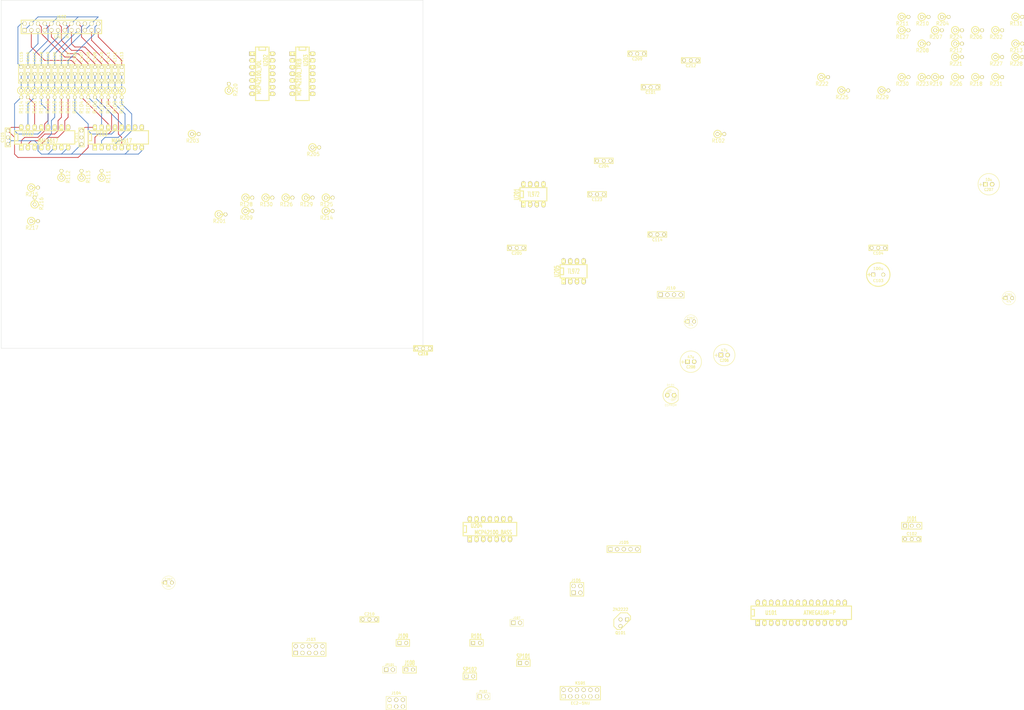
<source format=kicad_pcb>
(kicad_pcb (version 3) (host pcbnew "(2013-07-07 BZR 4022)-stable")

  (general
    (links 290)
    (no_connects 216)
    (area 12.3444 12.649999 353.504501 285.5341)
    (thickness 1.6)
    (drawings 4)
    (tracks 206)
    (zones 0)
    (modules 122)
    (nets 126)
  )

  (page A3)
  (layers
    (15 F.Cu signal)
    (0 B.Cu signal)
    (16 B.Adhes user)
    (17 F.Adhes user)
    (18 B.Paste user)
    (19 F.Paste user)
    (20 B.SilkS user)
    (21 F.SilkS user)
    (22 B.Mask user)
    (23 F.Mask user)
    (24 Dwgs.User user)
    (25 Cmts.User user)
    (26 Eco1.User user)
    (27 Eco2.User user)
    (28 Edge.Cuts user)
  )

  (setup
    (last_trace_width 0.254)
    (trace_clearance 0.254)
    (zone_clearance 0.508)
    (zone_45_only no)
    (trace_min 0.254)
    (segment_width 0.2)
    (edge_width 0.1)
    (via_size 0.889)
    (via_drill 0.635)
    (via_min_size 0.889)
    (via_min_drill 0.508)
    (uvia_size 0.508)
    (uvia_drill 0.127)
    (uvias_allowed no)
    (uvia_min_size 0.508)
    (uvia_min_drill 0.127)
    (pcb_text_width 0.3)
    (pcb_text_size 1.5 1.5)
    (mod_edge_width 0.15)
    (mod_text_size 1 1)
    (mod_text_width 0.15)
    (pad_size 1.5 1.5)
    (pad_drill 0.6)
    (pad_to_mask_clearance 0)
    (aux_axis_origin 0 0)
    (visible_elements 7FFFFFFF)
    (pcbplotparams
      (layerselection 3178497)
      (usegerberextensions true)
      (excludeedgelayer true)
      (linewidth 0.150000)
      (plotframeref false)
      (viasonmask false)
      (mode 1)
      (useauxorigin false)
      (hpglpennumber 1)
      (hpglpenspeed 20)
      (hpglpendiameter 15)
      (hpglpenoverlay 2)
      (psnegative false)
      (psa4output false)
      (plotreference true)
      (plotvalue true)
      (plotothertext true)
      (plotinvisibletext false)
      (padsonsilk false)
      (subtractmaskfromsilk false)
      (outputformat 1)
      (mirror false)
      (drillshape 1)
      (scaleselection 1)
      (outputdirectory ""))
  )

  (net 0 "")
  (net 1 +5VA)
  (net 2 +5VD)
  (net 3 "/AIA Rev. B Control Board Preamp/BASS_PA0")
  (net 4 "/AIA Rev. B Control Board Preamp/BASS_PA1")
  (net 5 "/AIA Rev. B Control Board Preamp/BASS_PB0")
  (net 6 "/AIA Rev. B Control Board Preamp/BASS_PB1")
  (net 7 "/AIA Rev. B Control Board Preamp/BASS_PW0")
  (net 8 "/AIA Rev. B Control Board Preamp/BASS_PW1")
  (net 9 "/AIA Rev. B Control Board Preamp/POT_CS")
  (net 10 "/AIA Rev. B Control Board Preamp/PRE_INL")
  (net 11 "/AIA Rev. B Control Board Preamp/PRE_INR")
  (net 12 "/AIA Rev. B Control Board Preamp/PRE_OUTL")
  (net 13 "/AIA Rev. B Control Board Preamp/PRE_OUTR")
  (net 14 "/AIA Rev. B Control Board Preamp/SPI_MOSI")
  (net 15 "/AIA Rev. B Control Board Preamp/SPI_SCK")
  (net 16 "/AIA Rev. B Control Board Preamp/TREB_PA0")
  (net 17 "/AIA Rev. B Control Board Preamp/TREB_PA1")
  (net 18 "/AIA Rev. B Control Board Preamp/TREB_PB0")
  (net 19 "/AIA Rev. B Control Board Preamp/TREB_PB1")
  (net 20 "/AIA Rev. B Control Board Preamp/TREB_PW0")
  (net 21 "/AIA Rev. B Control Board Preamp/TREB_PW1")
  (net 22 "/AIA Rev. B Control Board Preamp/VOL_PB0")
  (net 23 "/AIA Rev. B Control Board Preamp/VOL_PB1")
  (net 24 "/AIA Rev. B Control Board Preamp/VOL_PW0")
  (net 25 "/AIA Rev. B Control Board Preamp/VOL_PW1")
  (net 26 /AVR_RESET)
  (net 27 /EE_LED)
  (net 28 /HP_DET)
  (net 29 /LIGHT_SENSE)
  (net 30 /LINE_L0)
  (net 31 /LINE_L1)
  (net 32 /LINE_L2)
  (net 33 /LINE_L3)
  (net 34 /LINE_L4)
  (net 35 /LINE_L5)
  (net 36 /LINE_L6)
  (net 37 /LINE_L7)
  (net 38 /LINE_R0)
  (net 39 /LINE_R1)
  (net 40 /LINE_R2)
  (net 41 /LINE_R3)
  (net 42 /LINE_R4)
  (net 43 /LINE_R5)
  (net 44 /LINE_R6)
  (net 45 /LINE_R7)
  (net 46 /OP_SW)
  (net 47 /PINC_BACK)
  (net 48 /PINC_ENTER)
  (net 49 /PINC_LEFT)
  (net 50 /PINC_RIGHT)
  (net 51 /PINC_VOLDN)
  (net 52 /PINC_VOLUP)
  (net 53 /REM_RX)
  (net 54 /SEL_ADDR0)
  (net 55 /SEL_ADDR1)
  (net 56 /SEL_ADDR2)
  (net 57 /SPI_MISO)
  (net 58 /VFD_CS)
  (net 59 AGND)
  (net 60 DGND)
  (net 61 N-00000100)
  (net 62 N-00000101)
  (net 63 N-00000102)
  (net 64 N-00000103)
  (net 65 N-00000106)
  (net 66 N-00000109)
  (net 67 N-00000110)
  (net 68 N-00000115)
  (net 69 N-00000123)
  (net 70 N-00000124)
  (net 71 N-00000126)
  (net 72 N-00000127)
  (net 73 N-00000128)
  (net 74 N-00000130)
  (net 75 N-00000131)
  (net 76 N-00000132)
  (net 77 N-00000133)
  (net 78 N-0000018)
  (net 79 N-0000020)
  (net 80 N-0000022)
  (net 81 N-0000023)
  (net 82 N-0000024)
  (net 83 N-0000025)
  (net 84 N-0000026)
  (net 85 N-0000037)
  (net 86 N-0000038)
  (net 87 N-0000039)
  (net 88 N-0000040)
  (net 89 N-0000042)
  (net 90 N-0000044)
  (net 91 N-0000047)
  (net 92 N-0000053)
  (net 93 N-0000054)
  (net 94 N-0000060)
  (net 95 N-0000061)
  (net 96 N-0000062)
  (net 97 N-0000063)
  (net 98 N-0000064)
  (net 99 N-0000065)
  (net 100 N-0000066)
  (net 101 N-0000067)
  (net 102 N-0000068)
  (net 103 N-0000069)
  (net 104 N-0000070)
  (net 105 N-0000071)
  (net 106 N-0000072)
  (net 107 N-0000073)
  (net 108 N-0000074)
  (net 109 N-0000075)
  (net 110 N-0000076)
  (net 111 N-0000077)
  (net 112 N-0000078)
  (net 113 N-0000079)
  (net 114 N-0000080)
  (net 115 N-0000084)
  (net 116 N-0000085)
  (net 117 N-0000086)
  (net 118 N-0000087)
  (net 119 N-0000088)
  (net 120 N-0000089)
  (net 121 N-0000090)
  (net 122 N-0000091)
  (net 123 N-0000092)
  (net 124 N-0000093)
  (net 125 N-0000094)

  (net_class Default "This is the default net class."
    (clearance 0.254)
    (trace_width 0.254)
    (via_dia 0.889)
    (via_drill 0.635)
    (uvia_dia 0.508)
    (uvia_drill 0.127)
    (add_net "")
    (add_net +5VA)
    (add_net +5VD)
    (add_net "/AIA Rev. B Control Board Preamp/BASS_PA0")
    (add_net "/AIA Rev. B Control Board Preamp/BASS_PA1")
    (add_net "/AIA Rev. B Control Board Preamp/BASS_PB0")
    (add_net "/AIA Rev. B Control Board Preamp/BASS_PB1")
    (add_net "/AIA Rev. B Control Board Preamp/BASS_PW0")
    (add_net "/AIA Rev. B Control Board Preamp/BASS_PW1")
    (add_net "/AIA Rev. B Control Board Preamp/POT_CS")
    (add_net "/AIA Rev. B Control Board Preamp/PRE_INL")
    (add_net "/AIA Rev. B Control Board Preamp/PRE_INR")
    (add_net "/AIA Rev. B Control Board Preamp/PRE_OUTL")
    (add_net "/AIA Rev. B Control Board Preamp/PRE_OUTR")
    (add_net "/AIA Rev. B Control Board Preamp/SPI_MOSI")
    (add_net "/AIA Rev. B Control Board Preamp/SPI_SCK")
    (add_net "/AIA Rev. B Control Board Preamp/TREB_PA0")
    (add_net "/AIA Rev. B Control Board Preamp/TREB_PA1")
    (add_net "/AIA Rev. B Control Board Preamp/TREB_PB0")
    (add_net "/AIA Rev. B Control Board Preamp/TREB_PB1")
    (add_net "/AIA Rev. B Control Board Preamp/TREB_PW0")
    (add_net "/AIA Rev. B Control Board Preamp/TREB_PW1")
    (add_net "/AIA Rev. B Control Board Preamp/VOL_PB0")
    (add_net "/AIA Rev. B Control Board Preamp/VOL_PB1")
    (add_net "/AIA Rev. B Control Board Preamp/VOL_PW0")
    (add_net "/AIA Rev. B Control Board Preamp/VOL_PW1")
    (add_net /AVR_RESET)
    (add_net /EE_LED)
    (add_net /HP_DET)
    (add_net /LIGHT_SENSE)
    (add_net /LINE_L0)
    (add_net /LINE_L1)
    (add_net /LINE_L2)
    (add_net /LINE_L3)
    (add_net /LINE_L4)
    (add_net /LINE_L5)
    (add_net /LINE_L6)
    (add_net /LINE_L7)
    (add_net /LINE_R0)
    (add_net /LINE_R1)
    (add_net /LINE_R2)
    (add_net /LINE_R3)
    (add_net /LINE_R4)
    (add_net /LINE_R5)
    (add_net /LINE_R6)
    (add_net /LINE_R7)
    (add_net /OP_SW)
    (add_net /PINC_BACK)
    (add_net /PINC_ENTER)
    (add_net /PINC_LEFT)
    (add_net /PINC_RIGHT)
    (add_net /PINC_VOLDN)
    (add_net /PINC_VOLUP)
    (add_net /REM_RX)
    (add_net /SEL_ADDR0)
    (add_net /SEL_ADDR1)
    (add_net /SEL_ADDR2)
    (add_net /SPI_MISO)
    (add_net /VFD_CS)
    (add_net AGND)
    (add_net DGND)
    (add_net N-00000100)
    (add_net N-00000101)
    (add_net N-00000102)
    (add_net N-00000103)
    (add_net N-00000106)
    (add_net N-00000109)
    (add_net N-00000110)
    (add_net N-00000115)
    (add_net N-00000123)
    (add_net N-00000124)
    (add_net N-00000126)
    (add_net N-00000127)
    (add_net N-00000128)
    (add_net N-00000130)
    (add_net N-00000131)
    (add_net N-00000132)
    (add_net N-00000133)
    (add_net N-0000018)
    (add_net N-0000020)
    (add_net N-0000022)
    (add_net N-0000023)
    (add_net N-0000024)
    (add_net N-0000025)
    (add_net N-0000026)
    (add_net N-0000037)
    (add_net N-0000038)
    (add_net N-0000039)
    (add_net N-0000040)
    (add_net N-0000042)
    (add_net N-0000044)
    (add_net N-0000047)
    (add_net N-0000053)
    (add_net N-0000054)
    (add_net N-0000060)
    (add_net N-0000061)
    (add_net N-0000062)
    (add_net N-0000063)
    (add_net N-0000064)
    (add_net N-0000065)
    (add_net N-0000066)
    (add_net N-0000067)
    (add_net N-0000068)
    (add_net N-0000069)
    (add_net N-0000070)
    (add_net N-0000071)
    (add_net N-0000072)
    (add_net N-0000073)
    (add_net N-0000074)
    (add_net N-0000075)
    (add_net N-0000076)
    (add_net N-0000077)
    (add_net N-0000078)
    (add_net N-0000079)
    (add_net N-0000080)
    (add_net N-0000084)
    (add_net N-0000085)
    (add_net N-0000086)
    (add_net N-0000087)
    (add_net N-0000088)
    (add_net N-0000089)
    (add_net N-0000090)
    (add_net N-0000091)
    (add_net N-0000092)
    (add_net N-0000093)
    (add_net N-0000094)
  )

  (module TO92-123 (layer F.Cu) (tedit 4C5F51CE) (tstamp 531A971F)
    (at 248.92 248.92)
    (descr "Transistor TO92 brochage type BC237")
    (tags "TR TO92")
    (path /531B185F)
    (fp_text reference Q101 (at -1.27 3.81) (layer F.SilkS)
      (effects (font (size 1.016 1.016) (thickness 0.2032)))
    )
    (fp_text value 2N2222 (at -1.27 -5.08) (layer F.SilkS)
      (effects (font (size 1.016 1.016) (thickness 0.2032)))
    )
    (fp_line (start -1.27 2.54) (end 2.54 -1.27) (layer F.SilkS) (width 0.3048))
    (fp_line (start 2.54 -1.27) (end 2.54 -2.54) (layer F.SilkS) (width 0.3048))
    (fp_line (start 2.54 -2.54) (end 1.27 -3.81) (layer F.SilkS) (width 0.3048))
    (fp_line (start 1.27 -3.81) (end -1.27 -3.81) (layer F.SilkS) (width 0.3048))
    (fp_line (start -1.27 -3.81) (end -3.81 -1.27) (layer F.SilkS) (width 0.3048))
    (fp_line (start -3.81 -1.27) (end -3.81 1.27) (layer F.SilkS) (width 0.3048))
    (fp_line (start -3.81 1.27) (end -2.54 2.54) (layer F.SilkS) (width 0.3048))
    (fp_line (start -2.54 2.54) (end -1.27 2.54) (layer F.SilkS) (width 0.3048))
    (pad 3 thru_hole rect (at 1.27 -1.27) (size 1.397 1.397) (drill 0.8128)
      (layers *.Cu *.Mask F.SilkS)
      (net 93 N-0000054)
    )
    (pad 2 thru_hole circle (at -1.27 -1.27) (size 1.397 1.397) (drill 0.8128)
      (layers *.Cu *.Mask F.SilkS)
      (net 91 N-0000047)
    )
    (pad 1 thru_hole circle (at -1.27 1.27) (size 1.397 1.397) (drill 0.8128)
      (layers *.Cu *.Mask F.SilkS)
      (net 60 DGND)
    )
    (model discret/to98.wrl
      (at (xyz 0 0 0))
      (scale (xyz 1 1 1))
      (rotate (xyz 0 0 0))
    )
  )

  (module SIL-3 (layer F.Cu) (tedit 200000) (tstamp 531A972B)
    (at 358.14 212.09)
    (descr "Connecteur 3 pins")
    (tags "CONN DEV")
    (path /531A59E4)
    (fp_text reference J101 (at 0 -2.54) (layer F.SilkS)
      (effects (font (size 1.7907 1.07696) (thickness 0.3048)))
    )
    (fp_text value TSOP48 (at 0 -2.54) (layer F.SilkS) hide
      (effects (font (size 1.524 1.016) (thickness 0.3048)))
    )
    (fp_line (start -3.81 1.27) (end -3.81 -1.27) (layer F.SilkS) (width 0.3048))
    (fp_line (start -3.81 -1.27) (end 3.81 -1.27) (layer F.SilkS) (width 0.3048))
    (fp_line (start 3.81 -1.27) (end 3.81 1.27) (layer F.SilkS) (width 0.3048))
    (fp_line (start 3.81 1.27) (end -3.81 1.27) (layer F.SilkS) (width 0.3048))
    (fp_line (start -1.27 -1.27) (end -1.27 1.27) (layer F.SilkS) (width 0.3048))
    (pad 1 thru_hole rect (at -2.54 0) (size 1.397 1.397) (drill 0.8128)
      (layers *.Cu *.Mask F.SilkS)
      (net 53 /REM_RX)
    )
    (pad 2 thru_hole circle (at 0 0) (size 1.397 1.397) (drill 0.8128)
      (layers *.Cu *.Mask F.SilkS)
      (net 60 DGND)
    )
    (pad 3 thru_hole circle (at 2.54 0) (size 1.397 1.397) (drill 0.8128)
      (layers *.Cu *.Mask F.SilkS)
      (net 2 +5VD)
    )
  )

  (module SIL-2 (layer F.Cu) (tedit 200000) (tstamp 531A9735)
    (at 167.64 266.7)
    (descr "Connecteurs 2 pins")
    (tags "CONN DEV")
    (path /531AFDB2)
    (fp_text reference J108 (at 0 -2.54) (layer F.SilkS)
      (effects (font (size 1.72974 1.08712) (thickness 0.3048)))
    )
    (fp_text value "AMP OUTL" (at 0 -2.54) (layer F.SilkS) hide
      (effects (font (size 1.524 1.016) (thickness 0.3048)))
    )
    (fp_line (start -2.54 1.27) (end -2.54 -1.27) (layer F.SilkS) (width 0.3048))
    (fp_line (start -2.54 -1.27) (end 2.54 -1.27) (layer F.SilkS) (width 0.3048))
    (fp_line (start 2.54 -1.27) (end 2.54 1.27) (layer F.SilkS) (width 0.3048))
    (fp_line (start 2.54 1.27) (end -2.54 1.27) (layer F.SilkS) (width 0.3048))
    (pad 1 thru_hole rect (at -1.27 0) (size 1.397 1.397) (drill 0.8128)
      (layers *.Cu *.Mask F.SilkS)
      (net 88 N-0000040)
    )
    (pad 2 thru_hole circle (at 1.27 0) (size 1.397 1.397) (drill 0.8128)
      (layers *.Cu *.Mask F.SilkS)
      (net 99 N-0000065)
    )
  )

  (module SIL-2 (layer F.Cu) (tedit 200000) (tstamp 531A973F)
    (at 165.1 256.54)
    (descr "Connecteurs 2 pins")
    (tags "CONN DEV")
    (path /531B0153)
    (fp_text reference J109 (at 0 -2.54) (layer F.SilkS)
      (effects (font (size 1.72974 1.08712) (thickness 0.3048)))
    )
    (fp_text value "AMP OUTR" (at 0 -2.54) (layer F.SilkS) hide
      (effects (font (size 1.524 1.016) (thickness 0.3048)))
    )
    (fp_line (start -2.54 1.27) (end -2.54 -1.27) (layer F.SilkS) (width 0.3048))
    (fp_line (start -2.54 -1.27) (end 2.54 -1.27) (layer F.SilkS) (width 0.3048))
    (fp_line (start 2.54 -1.27) (end 2.54 1.27) (layer F.SilkS) (width 0.3048))
    (fp_line (start 2.54 1.27) (end -2.54 1.27) (layer F.SilkS) (width 0.3048))
    (pad 1 thru_hole rect (at -1.27 0) (size 1.397 1.397) (drill 0.8128)
      (layers *.Cu *.Mask F.SilkS)
      (net 87 N-0000039)
    )
    (pad 2 thru_hole circle (at 1.27 0) (size 1.397 1.397) (drill 0.8128)
      (layers *.Cu *.Mask F.SilkS)
      (net 99 N-0000065)
    )
  )

  (module SIL-2 (layer F.Cu) (tedit 200000) (tstamp 531A9749)
    (at 193.04 256.54)
    (descr "Connecteurs 2 pins")
    (tags "CONN DEV")
    (path /531AA269)
    (fp_text reference R101 (at 0 -2.54) (layer F.SilkS)
      (effects (font (size 1.72974 1.08712) (thickness 0.3048)))
    )
    (fp_text value LDR (at 0 -2.54) (layer F.SilkS) hide
      (effects (font (size 1.524 1.016) (thickness 0.3048)))
    )
    (fp_line (start -2.54 1.27) (end -2.54 -1.27) (layer F.SilkS) (width 0.3048))
    (fp_line (start -2.54 -1.27) (end 2.54 -1.27) (layer F.SilkS) (width 0.3048))
    (fp_line (start 2.54 -1.27) (end 2.54 1.27) (layer F.SilkS) (width 0.3048))
    (fp_line (start 2.54 1.27) (end -2.54 1.27) (layer F.SilkS) (width 0.3048))
    (pad 1 thru_hole rect (at -1.27 0) (size 1.397 1.397) (drill 0.8128)
      (layers *.Cu *.Mask F.SilkS)
      (net 29 /LIGHT_SENSE)
    )
    (pad 2 thru_hole circle (at 1.27 0) (size 1.397 1.397) (drill 0.8128)
      (layers *.Cu *.Mask F.SilkS)
      (net 2 +5VD)
    )
  )

  (module SIL-2 (layer F.Cu) (tedit 200000) (tstamp 531A9753)
    (at 210.82 264.16)
    (descr "Connecteurs 2 pins")
    (tags "CONN DEV")
    (path /531B5426)
    (fp_text reference SP101 (at 0 -2.54) (layer F.SilkS)
      (effects (font (size 1.72974 1.08712) (thickness 0.3048)))
    )
    (fp_text value "SPK OUTL" (at 0 -2.54) (layer F.SilkS) hide
      (effects (font (size 1.524 1.016) (thickness 0.3048)))
    )
    (fp_line (start -2.54 1.27) (end -2.54 -1.27) (layer F.SilkS) (width 0.3048))
    (fp_line (start -2.54 -1.27) (end 2.54 -1.27) (layer F.SilkS) (width 0.3048))
    (fp_line (start 2.54 -1.27) (end 2.54 1.27) (layer F.SilkS) (width 0.3048))
    (fp_line (start 2.54 1.27) (end -2.54 1.27) (layer F.SilkS) (width 0.3048))
    (pad 1 thru_hole rect (at -1.27 0) (size 1.397 1.397) (drill 0.8128)
      (layers *.Cu *.Mask F.SilkS)
      (net 99 N-0000065)
    )
    (pad 2 thru_hole circle (at 1.27 0) (size 1.397 1.397) (drill 0.8128)
      (layers *.Cu *.Mask F.SilkS)
      (net 90 N-0000044)
    )
  )

  (module SIL-2 (layer F.Cu) (tedit 200000) (tstamp 531A975D)
    (at 190.5 269.24)
    (descr "Connecteurs 2 pins")
    (tags "CONN DEV")
    (path /531B53E5)
    (fp_text reference SP102 (at 0 -2.54) (layer F.SilkS)
      (effects (font (size 1.72974 1.08712) (thickness 0.3048)))
    )
    (fp_text value "SPK OUTR" (at 0 -2.54) (layer F.SilkS) hide
      (effects (font (size 1.524 1.016) (thickness 0.3048)))
    )
    (fp_line (start -2.54 1.27) (end -2.54 -1.27) (layer F.SilkS) (width 0.3048))
    (fp_line (start -2.54 -1.27) (end 2.54 -1.27) (layer F.SilkS) (width 0.3048))
    (fp_line (start 2.54 -1.27) (end 2.54 1.27) (layer F.SilkS) (width 0.3048))
    (fp_line (start 2.54 1.27) (end -2.54 1.27) (layer F.SilkS) (width 0.3048))
    (pad 1 thru_hole rect (at -1.27 0) (size 1.397 1.397) (drill 0.8128)
      (layers *.Cu *.Mask F.SilkS)
      (net 99 N-0000065)
    )
    (pad 2 thru_hole circle (at 1.27 0) (size 1.397 1.397) (drill 0.8128)
      (layers *.Cu *.Mask F.SilkS)
      (net 89 N-0000042)
    )
  )

  (module R1 (layer F.Cu) (tedit 200000) (tstamp 531A9765)
    (at 398.78 29.21)
    (descr "Resistance verticale")
    (tags R)
    (path /531AE9F2/531A946B)
    (autoplace_cost90 10)
    (autoplace_cost180 10)
    (fp_text reference R213 (at -1.016 2.54) (layer F.SilkS)
      (effects (font (size 1.397 1.27) (thickness 0.2032)))
    )
    (fp_text value 22k (at -1.143 2.54) (layer F.SilkS) hide
      (effects (font (size 1.397 1.27) (thickness 0.2032)))
    )
    (fp_line (start -1.27 0) (end 1.27 0) (layer F.SilkS) (width 0.381))
    (fp_circle (center -1.27 0) (end -0.635 1.27) (layer F.SilkS) (width 0.381))
    (pad 1 thru_hole circle (at -1.27 0) (size 1.397 1.397) (drill 0.8128)
      (layers *.Cu *.Mask F.SilkS)
      (net 5 "/AIA Rev. B Control Board Preamp/BASS_PB0")
    )
    (pad 2 thru_hole circle (at 1.27 0) (size 1.397 1.397) (drill 0.8128)
      (layers *.Cu *.Mask F.SilkS)
      (net 75 N-00000131)
    )
    (model discret/verti_resistor.wrl
      (at (xyz 0 0 0))
      (scale (xyz 1 1 1))
      (rotate (xyz 0 0 0))
    )
  )

  (module R1 (layer F.Cu) (tedit 531AA9AB) (tstamp 531A976D)
    (at 40.64 48.26 270)
    (descr "Resistance verticale")
    (tags R)
    (path /531ABEF8)
    (autoplace_cost90 10)
    (autoplace_cost180 10)
    (fp_text reference R103 (at 5.08 0 270) (layer F.SilkS)
      (effects (font (size 1.397 1.27) (thickness 0.2032)))
    )
    (fp_text value 22k (at -1.27 22.86 270) (layer F.SilkS) hide
      (effects (font (size 1.397 1.27) (thickness 0.2032)))
    )
    (fp_line (start -1.27 0) (end 1.27 0) (layer F.SilkS) (width 0.381))
    (fp_circle (center -1.27 0) (end -0.635 1.27) (layer F.SilkS) (width 0.381))
    (pad 1 thru_hole circle (at -1.27 0 270) (size 1.397 1.397) (drill 0.8128)
      (layers *.Cu *.Mask F.SilkS)
      (net 115 N-0000084)
    )
    (pad 2 thru_hole circle (at 1.27 0 270) (size 1.397 1.397) (drill 0.8128)
      (layers *.Cu *.Mask F.SilkS)
      (net 124 N-0000093)
    )
    (model discret/verti_resistor.wrl
      (at (xyz 0 0 0))
      (scale (xyz 1 1 1))
      (rotate (xyz 0 0 0))
    )
  )

  (module R1 (layer F.Cu) (tedit 531AA9D4) (tstamp 531A9775)
    (at 58.42 48.26 270)
    (descr "Resistance verticale")
    (tags R)
    (path /531ABF4C)
    (autoplace_cost90 10)
    (autoplace_cost180 10)
    (fp_text reference R110 (at 5.08 0 270) (layer F.SilkS)
      (effects (font (size 1.397 1.27) (thickness 0.2032)))
    )
    (fp_text value 22k (at -1.27 -2.54 270) (layer F.SilkS) hide
      (effects (font (size 1.397 1.27) (thickness 0.2032)))
    )
    (fp_line (start -1.27 0) (end 1.27 0) (layer F.SilkS) (width 0.381))
    (fp_circle (center -1.27 0) (end -0.635 1.27) (layer F.SilkS) (width 0.381))
    (pad 1 thru_hole circle (at -1.27 0 270) (size 1.397 1.397) (drill 0.8128)
      (layers *.Cu *.Mask F.SilkS)
      (net 119 N-0000088)
    )
    (pad 2 thru_hole circle (at 1.27 0 270) (size 1.397 1.397) (drill 0.8128)
      (layers *.Cu *.Mask F.SilkS)
      (net 122 N-0000091)
    )
    (model discret/verti_resistor.wrl
      (at (xyz 0 0 0))
      (scale (xyz 1 1 1))
      (rotate (xyz 0 0 0))
    )
  )

  (module R1 (layer F.Cu) (tedit 200000) (tstamp 531A977D)
    (at 375.92 29.21)
    (descr "Resistance verticale")
    (tags R)
    (path /531AE9F2/531A94B5)
    (autoplace_cost90 10)
    (autoplace_cost180 10)
    (fp_text reference R212 (at -1.016 2.54) (layer F.SilkS)
      (effects (font (size 1.397 1.27) (thickness 0.2032)))
    )
    (fp_text value 10k (at -1.143 2.54) (layer F.SilkS) hide
      (effects (font (size 1.397 1.27) (thickness 0.2032)))
    )
    (fp_line (start -1.27 0) (end 1.27 0) (layer F.SilkS) (width 0.381))
    (fp_circle (center -1.27 0) (end -0.635 1.27) (layer F.SilkS) (width 0.381))
    (pad 1 thru_hole circle (at -1.27 0) (size 1.397 1.397) (drill 0.8128)
      (layers *.Cu *.Mask F.SilkS)
      (net 7 "/AIA Rev. B Control Board Preamp/BASS_PW0")
    )
    (pad 2 thru_hole circle (at 1.27 0) (size 1.397 1.397) (drill 0.8128)
      (layers *.Cu *.Mask F.SilkS)
      (net 76 N-00000132)
    )
    (model discret/verti_resistor.wrl
      (at (xyz 0 0 0))
      (scale (xyz 1 1 1))
      (rotate (xyz 0 0 0))
    )
  )

  (module R1 (layer F.Cu) (tedit 531AA9D2) (tstamp 531A9785)
    (at 55.88 48.26 270)
    (descr "Resistance verticale")
    (tags R)
    (path /531ABF40)
    (autoplace_cost90 10)
    (autoplace_cost180 10)
    (fp_text reference R109 (at 5.08 0 270) (layer F.SilkS)
      (effects (font (size 1.397 1.27) (thickness 0.2032)))
    )
    (fp_text value 22k (at -1.27 -5.08 270) (layer F.SilkS) hide
      (effects (font (size 1.397 1.27) (thickness 0.2032)))
    )
    (fp_line (start -1.27 0) (end 1.27 0) (layer F.SilkS) (width 0.381))
    (fp_circle (center -1.27 0) (end -0.635 1.27) (layer F.SilkS) (width 0.381))
    (pad 1 thru_hole circle (at -1.27 0 270) (size 1.397 1.397) (drill 0.8128)
      (layers *.Cu *.Mask F.SilkS)
      (net 118 N-0000087)
    )
    (pad 2 thru_hole circle (at 1.27 0 270) (size 1.397 1.397) (drill 0.8128)
      (layers *.Cu *.Mask F.SilkS)
      (net 121 N-0000090)
    )
    (model discret/verti_resistor.wrl
      (at (xyz 0 0 0))
      (scale (xyz 1 1 1))
      (rotate (xyz 0 0 0))
    )
  )

  (module R1 (layer F.Cu) (tedit 200000) (tstamp 531A978D)
    (at 363.22 29.21)
    (descr "Resistance verticale")
    (tags R)
    (path /531AE9F2/531A9572)
    (autoplace_cost90 10)
    (autoplace_cost180 10)
    (fp_text reference R208 (at -1.016 2.54) (layer F.SilkS)
      (effects (font (size 1.397 1.27) (thickness 0.2032)))
    )
    (fp_text value 10k (at -1.143 2.54) (layer F.SilkS) hide
      (effects (font (size 1.397 1.27) (thickness 0.2032)))
    )
    (fp_line (start -1.27 0) (end 1.27 0) (layer F.SilkS) (width 0.381))
    (fp_circle (center -1.27 0) (end -0.635 1.27) (layer F.SilkS) (width 0.381))
    (pad 1 thru_hole circle (at -1.27 0) (size 1.397 1.397) (drill 0.8128)
      (layers *.Cu *.Mask F.SilkS)
      (net 71 N-00000126)
    )
    (pad 2 thru_hole circle (at 1.27 0) (size 1.397 1.397) (drill 0.8128)
      (layers *.Cu *.Mask F.SilkS)
      (net 16 "/AIA Rev. B Control Board Preamp/TREB_PA0")
    )
    (model discret/verti_resistor.wrl
      (at (xyz 0 0 0))
      (scale (xyz 1 1 1))
      (rotate (xyz 0 0 0))
    )
  )

  (module R1 (layer F.Cu) (tedit 531AA9CF) (tstamp 531A9795)
    (at 53.34 48.26 270)
    (descr "Resistance verticale")
    (tags R)
    (path /531ABF34)
    (autoplace_cost90 10)
    (autoplace_cost180 10)
    (fp_text reference R108 (at 5.08 0 270) (layer F.SilkS)
      (effects (font (size 1.397 1.27) (thickness 0.2032)))
    )
    (fp_text value 22k (at -1.27 -7.62 270) (layer F.SilkS) hide
      (effects (font (size 1.397 1.27) (thickness 0.2032)))
    )
    (fp_line (start -1.27 0) (end 1.27 0) (layer F.SilkS) (width 0.381))
    (fp_circle (center -1.27 0) (end -0.635 1.27) (layer F.SilkS) (width 0.381))
    (pad 1 thru_hole circle (at -1.27 0 270) (size 1.397 1.397) (drill 0.8128)
      (layers *.Cu *.Mask F.SilkS)
      (net 114 N-0000080)
    )
    (pad 2 thru_hole circle (at 1.27 0 270) (size 1.397 1.397) (drill 0.8128)
      (layers *.Cu *.Mask F.SilkS)
      (net 102 N-0000068)
    )
    (model discret/verti_resistor.wrl
      (at (xyz 0 0 0))
      (scale (xyz 1 1 1))
      (rotate (xyz 0 0 0))
    )
  )

  (module R1 (layer F.Cu) (tedit 200000) (tstamp 531A979D)
    (at 137.16 92.71)
    (descr "Resistance verticale")
    (tags R)
    (path /531AE9F2/531A95C4)
    (autoplace_cost90 10)
    (autoplace_cost180 10)
    (fp_text reference R214 (at -1.016 2.54) (layer F.SilkS)
      (effects (font (size 1.397 1.27) (thickness 0.2032)))
    )
    (fp_text value 10k (at -1.143 2.54) (layer F.SilkS) hide
      (effects (font (size 1.397 1.27) (thickness 0.2032)))
    )
    (fp_line (start -1.27 0) (end 1.27 0) (layer F.SilkS) (width 0.381))
    (fp_circle (center -1.27 0) (end -0.635 1.27) (layer F.SilkS) (width 0.381))
    (pad 1 thru_hole circle (at -1.27 0) (size 1.397 1.397) (drill 0.8128)
      (layers *.Cu *.Mask F.SilkS)
      (net 18 "/AIA Rev. B Control Board Preamp/TREB_PB0")
    )
    (pad 2 thru_hole circle (at 1.27 0) (size 1.397 1.397) (drill 0.8128)
      (layers *.Cu *.Mask F.SilkS)
      (net 75 N-00000131)
    )
    (model discret/verti_resistor.wrl
      (at (xyz 0 0 0))
      (scale (xyz 1 1 1))
      (rotate (xyz 0 0 0))
    )
  )

  (module R1 (layer F.Cu) (tedit 531AA9CC) (tstamp 531A97A5)
    (at 50.8 48.26 270)
    (descr "Resistance verticale")
    (tags R)
    (path /531ABF28)
    (autoplace_cost90 10)
    (autoplace_cost180 10)
    (fp_text reference R107 (at 5.08 0 270) (layer F.SilkS)
      (effects (font (size 1.397 1.27) (thickness 0.2032)))
    )
    (fp_text value 22k (at -1.27 -10.16 270) (layer F.SilkS) hide
      (effects (font (size 1.397 1.27) (thickness 0.2032)))
    )
    (fp_line (start -1.27 0) (end 1.27 0) (layer F.SilkS) (width 0.381))
    (fp_circle (center -1.27 0) (end -0.635 1.27) (layer F.SilkS) (width 0.381))
    (pad 1 thru_hole circle (at -1.27 0 270) (size 1.397 1.397) (drill 0.8128)
      (layers *.Cu *.Mask F.SilkS)
      (net 113 N-0000079)
    )
    (pad 2 thru_hole circle (at 1.27 0 270) (size 1.397 1.397) (drill 0.8128)
      (layers *.Cu *.Mask F.SilkS)
      (net 101 N-0000067)
    )
    (model discret/verti_resistor.wrl
      (at (xyz 0 0 0))
      (scale (xyz 1 1 1))
      (rotate (xyz 0 0 0))
    )
  )

  (module R1 (layer F.Cu) (tedit 200000) (tstamp 531A97AD)
    (at 96.52 93.98)
    (descr "Resistance verticale")
    (tags R)
    (path /531AE9F2/531A96C9)
    (autoplace_cost90 10)
    (autoplace_cost180 10)
    (fp_text reference R201 (at -1.016 2.54) (layer F.SilkS)
      (effects (font (size 1.397 1.27) (thickness 0.2032)))
    )
    (fp_text value 47k (at -1.143 2.54) (layer F.SilkS) hide
      (effects (font (size 1.397 1.27) (thickness 0.2032)))
    )
    (fp_line (start -1.27 0) (end 1.27 0) (layer F.SilkS) (width 0.381))
    (fp_circle (center -1.27 0) (end -0.635 1.27) (layer F.SilkS) (width 0.381))
    (pad 1 thru_hole circle (at -1.27 0) (size 1.397 1.397) (drill 0.8128)
      (layers *.Cu *.Mask F.SilkS)
      (net 1 +5VA)
    )
    (pad 2 thru_hole circle (at 1.27 0) (size 1.397 1.397) (drill 0.8128)
      (layers *.Cu *.Mask F.SilkS)
      (net 77 N-00000133)
    )
    (model discret/verti_resistor.wrl
      (at (xyz 0 0 0))
      (scale (xyz 1 1 1))
      (rotate (xyz 0 0 0))
    )
  )

  (module R1 (layer F.Cu) (tedit 531AA9C9) (tstamp 531A97B5)
    (at 48.26 48.26 270)
    (descr "Resistance verticale")
    (tags R)
    (path /531ABF1C)
    (autoplace_cost90 10)
    (autoplace_cost180 10)
    (fp_text reference R106 (at 5.08 0 270) (layer F.SilkS)
      (effects (font (size 1.397 1.27) (thickness 0.2032)))
    )
    (fp_text value 22k (at -1.27 -12.7 270) (layer F.SilkS) hide
      (effects (font (size 1.397 1.27) (thickness 0.2032)))
    )
    (fp_line (start -1.27 0) (end 1.27 0) (layer F.SilkS) (width 0.381))
    (fp_circle (center -1.27 0) (end -0.635 1.27) (layer F.SilkS) (width 0.381))
    (pad 1 thru_hole circle (at -1.27 0 270) (size 1.397 1.397) (drill 0.8128)
      (layers *.Cu *.Mask F.SilkS)
      (net 112 N-0000078)
    )
    (pad 2 thru_hole circle (at 1.27 0 270) (size 1.397 1.397) (drill 0.8128)
      (layers *.Cu *.Mask F.SilkS)
      (net 100 N-0000066)
    )
    (model discret/verti_resistor.wrl
      (at (xyz 0 0 0))
      (scale (xyz 1 1 1))
      (rotate (xyz 0 0 0))
    )
  )

  (module R1 (layer F.Cu) (tedit 200000) (tstamp 531A97BD)
    (at 106.68 92.71)
    (descr "Resistance verticale")
    (tags R)
    (path /531AE9F2/531A972D)
    (autoplace_cost90 10)
    (autoplace_cost180 10)
    (fp_text reference R209 (at -1.016 2.54) (layer F.SilkS)
      (effects (font (size 1.397 1.27) (thickness 0.2032)))
    )
    (fp_text value 47k (at -1.143 2.54) (layer F.SilkS) hide
      (effects (font (size 1.397 1.27) (thickness 0.2032)))
    )
    (fp_line (start -1.27 0) (end 1.27 0) (layer F.SilkS) (width 0.381))
    (fp_circle (center -1.27 0) (end -0.635 1.27) (layer F.SilkS) (width 0.381))
    (pad 1 thru_hole circle (at -1.27 0) (size 1.397 1.397) (drill 0.8128)
      (layers *.Cu *.Mask F.SilkS)
      (net 77 N-00000133)
    )
    (pad 2 thru_hole circle (at 1.27 0) (size 1.397 1.397) (drill 0.8128)
      (layers *.Cu *.Mask F.SilkS)
      (net 59 AGND)
    )
    (model discret/verti_resistor.wrl
      (at (xyz 0 0 0))
      (scale (xyz 1 1 1))
      (rotate (xyz 0 0 0))
    )
  )

  (module R1 (layer F.Cu) (tedit 531AA9C6) (tstamp 531A97C5)
    (at 45.72 48.26 270)
    (descr "Resistance verticale")
    (tags R)
    (path /531ABF10)
    (autoplace_cost90 10)
    (autoplace_cost180 10)
    (fp_text reference R105 (at 5.08 0 270) (layer F.SilkS)
      (effects (font (size 1.397 1.27) (thickness 0.2032)))
    )
    (fp_text value 22k (at -1.27 -15.24 270) (layer F.SilkS) hide
      (effects (font (size 1.397 1.27) (thickness 0.2032)))
    )
    (fp_line (start -1.27 0) (end 1.27 0) (layer F.SilkS) (width 0.381))
    (fp_circle (center -1.27 0) (end -0.635 1.27) (layer F.SilkS) (width 0.381))
    (pad 1 thru_hole circle (at -1.27 0 270) (size 1.397 1.397) (drill 0.8128)
      (layers *.Cu *.Mask F.SilkS)
      (net 111 N-0000077)
    )
    (pad 2 thru_hole circle (at 1.27 0 270) (size 1.397 1.397) (drill 0.8128)
      (layers *.Cu *.Mask F.SilkS)
      (net 123 N-0000092)
    )
    (model discret/verti_resistor.wrl
      (at (xyz 0 0 0))
      (scale (xyz 1 1 1))
      (rotate (xyz 0 0 0))
    )
  )

  (module R1 (layer F.Cu) (tedit 200000) (tstamp 531A97CD)
    (at 391.16 24.13)
    (descr "Resistance verticale")
    (tags R)
    (path /531AE9F2/531A9D5E)
    (autoplace_cost90 10)
    (autoplace_cost180 10)
    (fp_text reference R202 (at -1.016 2.54) (layer F.SilkS)
      (effects (font (size 1.397 1.27) (thickness 0.2032)))
    )
    (fp_text value 100 (at -1.143 2.54) (layer F.SilkS) hide
      (effects (font (size 1.397 1.27) (thickness 0.2032)))
    )
    (fp_line (start -1.27 0) (end 1.27 0) (layer F.SilkS) (width 0.381))
    (fp_circle (center -1.27 0) (end -0.635 1.27) (layer F.SilkS) (width 0.381))
    (pad 1 thru_hole circle (at -1.27 0) (size 1.397 1.397) (drill 0.8128)
      (layers *.Cu *.Mask F.SilkS)
      (net 75 N-00000131)
    )
    (pad 2 thru_hole circle (at 1.27 0) (size 1.397 1.397) (drill 0.8128)
      (layers *.Cu *.Mask F.SilkS)
      (net 74 N-00000130)
    )
    (model discret/verti_resistor.wrl
      (at (xyz 0 0 0))
      (scale (xyz 1 1 1))
      (rotate (xyz 0 0 0))
    )
  )

  (module R1 (layer F.Cu) (tedit 200000) (tstamp 531A97D5)
    (at 383.54 24.13)
    (descr "Resistance verticale")
    (tags R)
    (path /531AE9F2/531A9D81)
    (autoplace_cost90 10)
    (autoplace_cost180 10)
    (fp_text reference R206 (at -1.016 2.54) (layer F.SilkS)
      (effects (font (size 1.397 1.27) (thickness 0.2032)))
    )
    (fp_text value 4.7k (at -1.143 2.54) (layer F.SilkS) hide
      (effects (font (size 1.397 1.27) (thickness 0.2032)))
    )
    (fp_line (start -1.27 0) (end 1.27 0) (layer F.SilkS) (width 0.381))
    (fp_circle (center -1.27 0) (end -0.635 1.27) (layer F.SilkS) (width 0.381))
    (pad 1 thru_hole circle (at -1.27 0) (size 1.397 1.397) (drill 0.8128)
      (layers *.Cu *.Mask F.SilkS)
      (net 12 "/AIA Rev. B Control Board Preamp/PRE_OUTL")
    )
    (pad 2 thru_hole circle (at 1.27 0) (size 1.397 1.397) (drill 0.8128)
      (layers *.Cu *.Mask F.SilkS)
      (net 59 AGND)
    )
    (model discret/verti_resistor.wrl
      (at (xyz 0 0 0))
      (scale (xyz 1 1 1))
      (rotate (xyz 0 0 0))
    )
  )

  (module R1 (layer F.Cu) (tedit 531AA9C0) (tstamp 531A97DD)
    (at 43.18 48.26 270)
    (descr "Resistance verticale")
    (tags R)
    (path /531ABF04)
    (autoplace_cost90 10)
    (autoplace_cost180 10)
    (fp_text reference R104 (at 5.08 0 270) (layer F.SilkS)
      (effects (font (size 1.397 1.27) (thickness 0.2032)))
    )
    (fp_text value 22k (at -1.27 -17.78 270) (layer F.SilkS) hide
      (effects (font (size 1.397 1.27) (thickness 0.2032)))
    )
    (fp_line (start -1.27 0) (end 1.27 0) (layer F.SilkS) (width 0.381))
    (fp_circle (center -1.27 0) (end -0.635 1.27) (layer F.SilkS) (width 0.381))
    (pad 1 thru_hole circle (at -1.27 0 270) (size 1.397 1.397) (drill 0.8128)
      (layers *.Cu *.Mask F.SilkS)
      (net 125 N-0000094)
    )
    (pad 2 thru_hole circle (at 1.27 0 270) (size 1.397 1.397) (drill 0.8128)
      (layers *.Cu *.Mask F.SilkS)
      (net 120 N-0000089)
    )
    (model discret/verti_resistor.wrl
      (at (xyz 0 0 0))
      (scale (xyz 1 1 1))
      (rotate (xyz 0 0 0))
    )
  )

  (module R1 (layer F.Cu) (tedit 200000) (tstamp 531A97E5)
    (at 368.3 24.13)
    (descr "Resistance verticale")
    (tags R)
    (path /531AE9F2/531A92F0)
    (autoplace_cost90 10)
    (autoplace_cost180 10)
    (fp_text reference R207 (at -1.016 2.54) (layer F.SilkS)
      (effects (font (size 1.397 1.27) (thickness 0.2032)))
    )
    (fp_text value 22k (at -1.143 2.54) (layer F.SilkS) hide
      (effects (font (size 1.397 1.27) (thickness 0.2032)))
    )
    (fp_line (start -1.27 0) (end 1.27 0) (layer F.SilkS) (width 0.381))
    (fp_circle (center -1.27 0) (end -0.635 1.27) (layer F.SilkS) (width 0.381))
    (pad 1 thru_hole circle (at -1.27 0) (size 1.397 1.397) (drill 0.8128)
      (layers *.Cu *.Mask F.SilkS)
      (net 71 N-00000126)
    )
    (pad 2 thru_hole circle (at 1.27 0) (size 1.397 1.397) (drill 0.8128)
      (layers *.Cu *.Mask F.SilkS)
      (net 3 "/AIA Rev. B Control Board Preamp/BASS_PA0")
    )
    (model discret/verti_resistor.wrl
      (at (xyz 0 0 0))
      (scale (xyz 1 1 1))
      (rotate (xyz 0 0 0))
    )
  )

  (module R1 (layer F.Cu) (tedit 200000) (tstamp 531A97ED)
    (at 25.4 96.52)
    (descr "Resistance verticale")
    (tags R)
    (path /531AE9F2/531A8BA1)
    (autoplace_cost90 10)
    (autoplace_cost180 10)
    (fp_text reference R217 (at -1.016 2.54) (layer F.SilkS)
      (effects (font (size 1.397 1.27) (thickness 0.2032)))
    )
    (fp_text value 1k (at -1.143 2.54) (layer F.SilkS) hide
      (effects (font (size 1.397 1.27) (thickness 0.2032)))
    )
    (fp_line (start -1.27 0) (end 1.27 0) (layer F.SilkS) (width 0.381))
    (fp_circle (center -1.27 0) (end -0.635 1.27) (layer F.SilkS) (width 0.381))
    (pad 1 thru_hole circle (at -1.27 0) (size 1.397 1.397) (drill 0.8128)
      (layers *.Cu *.Mask F.SilkS)
      (net 14 "/AIA Rev. B Control Board Preamp/SPI_MOSI")
    )
    (pad 2 thru_hole circle (at 1.27 0) (size 1.397 1.397) (drill 0.8128)
      (layers *.Cu *.Mask F.SilkS)
      (net 72 N-00000127)
    )
    (model discret/verti_resistor.wrl
      (at (xyz 0 0 0))
      (scale (xyz 1 1 1))
      (rotate (xyz 0 0 0))
    )
  )

  (module R1 (layer F.Cu) (tedit 200000) (tstamp 531A97F5)
    (at 355.6 24.13)
    (descr "Resistance verticale")
    (tags R)
    (path /531B1AEF)
    (autoplace_cost90 10)
    (autoplace_cost180 10)
    (fp_text reference R127 (at -1.016 2.54) (layer F.SilkS)
      (effects (font (size 1.397 1.27) (thickness 0.2032)))
    )
    (fp_text value 4.7k (at -1.143 2.54) (layer F.SilkS) hide
      (effects (font (size 1.397 1.27) (thickness 0.2032)))
    )
    (fp_line (start -1.27 0) (end 1.27 0) (layer F.SilkS) (width 0.381))
    (fp_circle (center -1.27 0) (end -0.635 1.27) (layer F.SilkS) (width 0.381))
    (pad 1 thru_hole circle (at -1.27 0) (size 1.397 1.397) (drill 0.8128)
      (layers *.Cu *.Mask F.SilkS)
      (net 91 N-0000047)
    )
    (pad 2 thru_hole circle (at 1.27 0) (size 1.397 1.397) (drill 0.8128)
      (layers *.Cu *.Mask F.SilkS)
      (net 46 /OP_SW)
    )
    (model discret/verti_resistor.wrl
      (at (xyz 0 0 0))
      (scale (xyz 1 1 1))
      (rotate (xyz 0 0 0))
    )
  )

  (module R1 (layer F.Cu) (tedit 200000) (tstamp 531A97FD)
    (at 137.16 87.63)
    (descr "Resistance verticale")
    (tags R)
    (path /531B1FCE)
    (autoplace_cost90 10)
    (autoplace_cost180 10)
    (fp_text reference R125 (at -1.016 2.54) (layer F.SilkS)
      (effects (font (size 1.397 1.27) (thickness 0.2032)))
    )
    (fp_text value 470 (at -1.143 2.54) (layer F.SilkS) hide
      (effects (font (size 1.397 1.27) (thickness 0.2032)))
    )
    (fp_line (start -1.27 0) (end 1.27 0) (layer F.SilkS) (width 0.381))
    (fp_circle (center -1.27 0) (end -0.635 1.27) (layer F.SilkS) (width 0.381))
    (pad 1 thru_hole circle (at -1.27 0) (size 1.397 1.397) (drill 0.8128)
      (layers *.Cu *.Mask F.SilkS)
      (net 85 N-0000037)
    )
    (pad 2 thru_hole circle (at 1.27 0) (size 1.397 1.397) (drill 0.8128)
      (layers *.Cu *.Mask F.SilkS)
      (net 88 N-0000040)
    )
    (model discret/verti_resistor.wrl
      (at (xyz 0 0 0))
      (scale (xyz 1 1 1))
      (rotate (xyz 0 0 0))
    )
  )

  (module R1 (layer F.Cu) (tedit 200000) (tstamp 531A9805)
    (at 129.54 87.63)
    (descr "Resistance verticale")
    (tags R)
    (path /531B2CF9)
    (autoplace_cost90 10)
    (autoplace_cost180 10)
    (fp_text reference R129 (at -1.016 2.54) (layer F.SilkS)
      (effects (font (size 1.397 1.27) (thickness 0.2032)))
    )
    (fp_text value 470 (at -1.143 2.54) (layer F.SilkS) hide
      (effects (font (size 1.397 1.27) (thickness 0.2032)))
    )
    (fp_line (start -1.27 0) (end 1.27 0) (layer F.SilkS) (width 0.381))
    (fp_circle (center -1.27 0) (end -0.635 1.27) (layer F.SilkS) (width 0.381))
    (pad 1 thru_hole circle (at -1.27 0) (size 1.397 1.397) (drill 0.8128)
      (layers *.Cu *.Mask F.SilkS)
      (net 99 N-0000065)
    )
    (pad 2 thru_hole circle (at 1.27 0) (size 1.397 1.397) (drill 0.8128)
      (layers *.Cu *.Mask F.SilkS)
      (net 85 N-0000037)
    )
    (model discret/verti_resistor.wrl
      (at (xyz 0 0 0))
      (scale (xyz 1 1 1))
      (rotate (xyz 0 0 0))
    )
  )

  (module R1 (layer F.Cu) (tedit 200000) (tstamp 531A980D)
    (at 121.92 87.63)
    (descr "Resistance verticale")
    (tags R)
    (path /531B2FDD)
    (autoplace_cost90 10)
    (autoplace_cost180 10)
    (fp_text reference R126 (at -1.016 2.54) (layer F.SilkS)
      (effects (font (size 1.397 1.27) (thickness 0.2032)))
    )
    (fp_text value 470 (at -1.143 2.54) (layer F.SilkS) hide
      (effects (font (size 1.397 1.27) (thickness 0.2032)))
    )
    (fp_line (start -1.27 0) (end 1.27 0) (layer F.SilkS) (width 0.381))
    (fp_circle (center -1.27 0) (end -0.635 1.27) (layer F.SilkS) (width 0.381))
    (pad 1 thru_hole circle (at -1.27 0) (size 1.397 1.397) (drill 0.8128)
      (layers *.Cu *.Mask F.SilkS)
      (net 98 N-0000064)
    )
    (pad 2 thru_hole circle (at 1.27 0) (size 1.397 1.397) (drill 0.8128)
      (layers *.Cu *.Mask F.SilkS)
      (net 87 N-0000039)
    )
    (model discret/verti_resistor.wrl
      (at (xyz 0 0 0))
      (scale (xyz 1 1 1))
      (rotate (xyz 0 0 0))
    )
  )

  (module R1 (layer F.Cu) (tedit 200000) (tstamp 531A9815)
    (at 114.3 87.63)
    (descr "Resistance verticale")
    (tags R)
    (path /531B2FE3)
    (autoplace_cost90 10)
    (autoplace_cost180 10)
    (fp_text reference R130 (at -1.016 2.54) (layer F.SilkS)
      (effects (font (size 1.397 1.27) (thickness 0.2032)))
    )
    (fp_text value 470 (at -1.143 2.54) (layer F.SilkS) hide
      (effects (font (size 1.397 1.27) (thickness 0.2032)))
    )
    (fp_line (start -1.27 0) (end 1.27 0) (layer F.SilkS) (width 0.381))
    (fp_circle (center -1.27 0) (end -0.635 1.27) (layer F.SilkS) (width 0.381))
    (pad 1 thru_hole circle (at -1.27 0) (size 1.397 1.397) (drill 0.8128)
      (layers *.Cu *.Mask F.SilkS)
      (net 99 N-0000065)
    )
    (pad 2 thru_hole circle (at 1.27 0) (size 1.397 1.397) (drill 0.8128)
      (layers *.Cu *.Mask F.SilkS)
      (net 98 N-0000064)
    )
    (model discret/verti_resistor.wrl
      (at (xyz 0 0 0))
      (scale (xyz 1 1 1))
      (rotate (xyz 0 0 0))
    )
  )

  (module R1 (layer F.Cu) (tedit 200000) (tstamp 531A981D)
    (at 106.68 87.63)
    (descr "Resistance verticale")
    (tags R)
    (path /531B3E7D)
    (autoplace_cost90 10)
    (autoplace_cost180 10)
    (fp_text reference R128 (at -1.016 2.54) (layer F.SilkS)
      (effects (font (size 1.397 1.27) (thickness 0.2032)))
    )
    (fp_text value 1k (at -1.143 2.54) (layer F.SilkS) hide
      (effects (font (size 1.397 1.27) (thickness 0.2032)))
    )
    (fp_line (start -1.27 0) (end 1.27 0) (layer F.SilkS) (width 0.381))
    (fp_circle (center -1.27 0) (end -0.635 1.27) (layer F.SilkS) (width 0.381))
    (pad 1 thru_hole circle (at -1.27 0) (size 1.397 1.397) (drill 0.8128)
      (layers *.Cu *.Mask F.SilkS)
      (net 86 N-0000038)
    )
    (pad 2 thru_hole circle (at 1.27 0) (size 1.397 1.397) (drill 0.8128)
      (layers *.Cu *.Mask F.SilkS)
      (net 28 /HP_DET)
    )
    (model discret/verti_resistor.wrl
      (at (xyz 0 0 0))
      (scale (xyz 1 1 1))
      (rotate (xyz 0 0 0))
    )
  )

  (module R1 (layer F.Cu) (tedit 200000) (tstamp 531A9825)
    (at 398.78 19.05)
    (descr "Resistance verticale")
    (tags R)
    (path /531B6764)
    (autoplace_cost90 10)
    (autoplace_cost180 10)
    (fp_text reference R131 (at -1.016 2.54) (layer F.SilkS)
      (effects (font (size 1.397 1.27) (thickness 0.2032)))
    )
    (fp_text value 330 (at -1.143 2.54) (layer F.SilkS) hide
      (effects (font (size 1.397 1.27) (thickness 0.2032)))
    )
    (fp_line (start -1.27 0) (end 1.27 0) (layer F.SilkS) (width 0.381))
    (fp_circle (center -1.27 0) (end -0.635 1.27) (layer F.SilkS) (width 0.381))
    (pad 1 thru_hole circle (at -1.27 0) (size 1.397 1.397) (drill 0.8128)
      (layers *.Cu *.Mask F.SilkS)
      (net 27 /EE_LED)
    )
    (pad 2 thru_hole circle (at 1.27 0) (size 1.397 1.397) (drill 0.8128)
      (layers *.Cu *.Mask F.SilkS)
      (net 94 N-0000060)
    )
    (model discret/verti_resistor.wrl
      (at (xyz 0 0 0))
      (scale (xyz 1 1 1))
      (rotate (xyz 0 0 0))
    )
  )

  (module R1 (layer F.Cu) (tedit 200000) (tstamp 531A982D)
    (at 25.4 88.9 90)
    (descr "Resistance verticale")
    (tags R)
    (path /531AE9F2/531A8B94)
    (autoplace_cost90 10)
    (autoplace_cost180 10)
    (fp_text reference R216 (at -1.016 2.54 90) (layer F.SilkS)
      (effects (font (size 1.397 1.27) (thickness 0.2032)))
    )
    (fp_text value 1k (at -1.143 2.54 90) (layer F.SilkS) hide
      (effects (font (size 1.397 1.27) (thickness 0.2032)))
    )
    (fp_line (start -1.27 0) (end 1.27 0) (layer F.SilkS) (width 0.381))
    (fp_circle (center -1.27 0) (end -0.635 1.27) (layer F.SilkS) (width 0.381))
    (pad 1 thru_hole circle (at -1.27 0 90) (size 1.397 1.397) (drill 0.8128)
      (layers *.Cu *.Mask F.SilkS)
      (net 15 "/AIA Rev. B Control Board Preamp/SPI_SCK")
    )
    (pad 2 thru_hole circle (at 1.27 0 90) (size 1.397 1.397) (drill 0.8128)
      (layers *.Cu *.Mask F.SilkS)
      (net 70 N-00000124)
    )
    (model discret/verti_resistor.wrl
      (at (xyz 0 0 0))
      (scale (xyz 1 1 1))
      (rotate (xyz 0 0 0))
    )
  )

  (module R1 (layer F.Cu) (tedit 200000) (tstamp 531A9835)
    (at 25.4 83.82)
    (descr "Resistance verticale")
    (tags R)
    (path /531AE9F2/531A8B85)
    (autoplace_cost90 10)
    (autoplace_cost180 10)
    (fp_text reference R215 (at -1.016 2.54) (layer F.SilkS)
      (effects (font (size 1.397 1.27) (thickness 0.2032)))
    )
    (fp_text value 1k (at -1.143 2.54) (layer F.SilkS) hide
      (effects (font (size 1.397 1.27) (thickness 0.2032)))
    )
    (fp_line (start -1.27 0) (end 1.27 0) (layer F.SilkS) (width 0.381))
    (fp_circle (center -1.27 0) (end -0.635 1.27) (layer F.SilkS) (width 0.381))
    (pad 1 thru_hole circle (at -1.27 0) (size 1.397 1.397) (drill 0.8128)
      (layers *.Cu *.Mask F.SilkS)
      (net 9 "/AIA Rev. B Control Board Preamp/POT_CS")
    )
    (pad 2 thru_hole circle (at 1.27 0) (size 1.397 1.397) (drill 0.8128)
      (layers *.Cu *.Mask F.SilkS)
      (net 64 N-00000103)
    )
    (model discret/verti_resistor.wrl
      (at (xyz 0 0 0))
      (scale (xyz 1 1 1))
      (rotate (xyz 0 0 0))
    )
  )

  (module R1 (layer F.Cu) (tedit 200000) (tstamp 531A983D)
    (at 86.36 63.5)
    (descr "Resistance verticale")
    (tags R)
    (path /531AE9F2/531AED1A)
    (autoplace_cost90 10)
    (autoplace_cost180 10)
    (fp_text reference R203 (at -1.016 2.54) (layer F.SilkS)
      (effects (font (size 1.397 1.27) (thickness 0.2032)))
    )
    (fp_text value 33k (at -1.143 2.54) (layer F.SilkS) hide
      (effects (font (size 1.397 1.27) (thickness 0.2032)))
    )
    (fp_line (start -1.27 0) (end 1.27 0) (layer F.SilkS) (width 0.381))
    (fp_circle (center -1.27 0) (end -0.635 1.27) (layer F.SilkS) (width 0.381))
    (pad 1 thru_hole circle (at -1.27 0) (size 1.397 1.397) (drill 0.8128)
      (layers *.Cu *.Mask F.SilkS)
      (net 10 "/AIA Rev. B Control Board Preamp/PRE_INL")
    )
    (pad 2 thru_hole circle (at 1.27 0) (size 1.397 1.397) (drill 0.8128)
      (layers *.Cu *.Mask F.SilkS)
      (net 22 "/AIA Rev. B Control Board Preamp/VOL_PB0")
    )
    (model discret/verti_resistor.wrl
      (at (xyz 0 0 0))
      (scale (xyz 1 1 1))
      (rotate (xyz 0 0 0))
    )
  )

  (module R1 (layer F.Cu) (tedit 200000) (tstamp 531A9845)
    (at 370.84 19.05)
    (descr "Resistance verticale")
    (tags R)
    (path /531AE9F2/531AED2C)
    (autoplace_cost90 10)
    (autoplace_cost180 10)
    (fp_text reference R204 (at -1.016 2.54) (layer F.SilkS)
      (effects (font (size 1.397 1.27) (thickness 0.2032)))
    )
    (fp_text value 22k (at -1.143 2.54) (layer F.SilkS) hide
      (effects (font (size 1.397 1.27) (thickness 0.2032)))
    )
    (fp_line (start -1.27 0) (end 1.27 0) (layer F.SilkS) (width 0.381))
    (fp_circle (center -1.27 0) (end -0.635 1.27) (layer F.SilkS) (width 0.381))
    (pad 1 thru_hole circle (at -1.27 0) (size 1.397 1.397) (drill 0.8128)
      (layers *.Cu *.Mask F.SilkS)
      (net 1 +5VA)
    )
    (pad 2 thru_hole circle (at 1.27 0) (size 1.397 1.397) (drill 0.8128)
      (layers *.Cu *.Mask F.SilkS)
      (net 22 "/AIA Rev. B Control Board Preamp/VOL_PB0")
    )
    (model discret/verti_resistor.wrl
      (at (xyz 0 0 0))
      (scale (xyz 1 1 1))
      (rotate (xyz 0 0 0))
    )
  )

  (module R1 (layer F.Cu) (tedit 200000) (tstamp 531A984D)
    (at 363.22 19.05)
    (descr "Resistance verticale")
    (tags R)
    (path /531AE9F2/531AED37)
    (autoplace_cost90 10)
    (autoplace_cost180 10)
    (fp_text reference R210 (at -1.016 2.54) (layer F.SilkS)
      (effects (font (size 1.397 1.27) (thickness 0.2032)))
    )
    (fp_text value 22k (at -1.143 2.54) (layer F.SilkS) hide
      (effects (font (size 1.397 1.27) (thickness 0.2032)))
    )
    (fp_line (start -1.27 0) (end 1.27 0) (layer F.SilkS) (width 0.381))
    (fp_circle (center -1.27 0) (end -0.635 1.27) (layer F.SilkS) (width 0.381))
    (pad 1 thru_hole circle (at -1.27 0) (size 1.397 1.397) (drill 0.8128)
      (layers *.Cu *.Mask F.SilkS)
      (net 22 "/AIA Rev. B Control Board Preamp/VOL_PB0")
    )
    (pad 2 thru_hole circle (at 1.27 0) (size 1.397 1.397) (drill 0.8128)
      (layers *.Cu *.Mask F.SilkS)
      (net 59 AGND)
    )
    (model discret/verti_resistor.wrl
      (at (xyz 0 0 0))
      (scale (xyz 1 1 1))
      (rotate (xyz 0 0 0))
    )
  )

  (module R1 (layer F.Cu) (tedit 200000) (tstamp 531A9855)
    (at 355.6 19.05)
    (descr "Resistance verticale")
    (tags R)
    (path /531AE9F2/531A858A)
    (autoplace_cost90 10)
    (autoplace_cost180 10)
    (fp_text reference R211 (at -1.016 2.54) (layer F.SilkS)
      (effects (font (size 1.397 1.27) (thickness 0.2032)))
    )
    (fp_text value 10k (at -1.143 2.54) (layer F.SilkS) hide
      (effects (font (size 1.397 1.27) (thickness 0.2032)))
    )
    (fp_line (start -1.27 0) (end 1.27 0) (layer F.SilkS) (width 0.381))
    (fp_circle (center -1.27 0) (end -0.635 1.27) (layer F.SilkS) (width 0.381))
    (pad 1 thru_hole circle (at -1.27 0) (size 1.397 1.397) (drill 0.8128)
      (layers *.Cu *.Mask F.SilkS)
      (net 71 N-00000126)
    )
    (pad 2 thru_hole circle (at 1.27 0) (size 1.397 1.397) (drill 0.8128)
      (layers *.Cu *.Mask F.SilkS)
      (net 73 N-00000128)
    )
    (model discret/verti_resistor.wrl
      (at (xyz 0 0 0))
      (scale (xyz 1 1 1))
      (rotate (xyz 0 0 0))
    )
  )

  (module R1 (layer F.Cu) (tedit 200000) (tstamp 531A985D)
    (at 132.08 68.58)
    (descr "Resistance verticale")
    (tags R)
    (path /531AE9F2/531A8495)
    (autoplace_cost90 10)
    (autoplace_cost180 10)
    (fp_text reference R205 (at -1.016 2.54) (layer F.SilkS)
      (effects (font (size 1.397 1.27) (thickness 0.2032)))
    )
    (fp_text value 2.2k (at -1.143 2.54) (layer F.SilkS) hide
      (effects (font (size 1.397 1.27) (thickness 0.2032)))
    )
    (fp_line (start -1.27 0) (end 1.27 0) (layer F.SilkS) (width 0.381))
    (fp_circle (center -1.27 0) (end -0.635 1.27) (layer F.SilkS) (width 0.381))
    (pad 1 thru_hole circle (at -1.27 0) (size 1.397 1.397) (drill 0.8128)
      (layers *.Cu *.Mask F.SilkS)
      (net 22 "/AIA Rev. B Control Board Preamp/VOL_PB0")
    )
    (pad 2 thru_hole circle (at 1.27 0) (size 1.397 1.397) (drill 0.8128)
      (layers *.Cu *.Mask F.SilkS)
      (net 73 N-00000128)
    )
    (model discret/verti_resistor.wrl
      (at (xyz 0 0 0))
      (scale (xyz 1 1 1))
      (rotate (xyz 0 0 0))
    )
  )

  (module R1 (layer F.Cu) (tedit 200000) (tstamp 531A9865)
    (at 355.6 41.91)
    (descr "Resistance verticale")
    (tags R)
    (path /531AE9F2/531AA197)
    (autoplace_cost90 10)
    (autoplace_cost180 10)
    (fp_text reference R230 (at -1.016 2.54) (layer F.SilkS)
      (effects (font (size 1.397 1.27) (thickness 0.2032)))
    )
    (fp_text value 22k (at -1.143 2.54) (layer F.SilkS) hide
      (effects (font (size 1.397 1.27) (thickness 0.2032)))
    )
    (fp_line (start -1.27 0) (end 1.27 0) (layer F.SilkS) (width 0.381))
    (fp_circle (center -1.27 0) (end -0.635 1.27) (layer F.SilkS) (width 0.381))
    (pad 1 thru_hole circle (at -1.27 0) (size 1.397 1.397) (drill 0.8128)
      (layers *.Cu *.Mask F.SilkS)
      (net 6 "/AIA Rev. B Control Board Preamp/BASS_PB1")
    )
    (pad 2 thru_hole circle (at 1.27 0) (size 1.397 1.397) (drill 0.8128)
      (layers *.Cu *.Mask F.SilkS)
      (net 61 N-00000100)
    )
    (model discret/verti_resistor.wrl
      (at (xyz 0 0 0))
      (scale (xyz 1 1 1))
      (rotate (xyz 0 0 0))
    )
  )

  (module R1 (layer F.Cu) (tedit 200000) (tstamp 531A986D)
    (at 363.22 41.91)
    (descr "Resistance verticale")
    (tags R)
    (path /531AE9F2/531AA20B)
    (autoplace_cost90 10)
    (autoplace_cost180 10)
    (fp_text reference R223 (at -1.016 2.54) (layer F.SilkS)
      (effects (font (size 1.397 1.27) (thickness 0.2032)))
    )
    (fp_text value 4.7k (at -1.143 2.54) (layer F.SilkS) hide
      (effects (font (size 1.397 1.27) (thickness 0.2032)))
    )
    (fp_line (start -1.27 0) (end 1.27 0) (layer F.SilkS) (width 0.381))
    (fp_circle (center -1.27 0) (end -0.635 1.27) (layer F.SilkS) (width 0.381))
    (pad 1 thru_hole circle (at -1.27 0) (size 1.397 1.397) (drill 0.8128)
      (layers *.Cu *.Mask F.SilkS)
      (net 13 "/AIA Rev. B Control Board Preamp/PRE_OUTR")
    )
    (pad 2 thru_hole circle (at 1.27 0) (size 1.397 1.397) (drill 0.8128)
      (layers *.Cu *.Mask F.SilkS)
      (net 59 AGND)
    )
    (model discret/verti_resistor.wrl
      (at (xyz 0 0 0))
      (scale (xyz 1 1 1))
      (rotate (xyz 0 0 0))
    )
  )

  (module R1 (layer F.Cu) (tedit 200000) (tstamp 531A9875)
    (at 368.3 41.91)
    (descr "Resistance verticale")
    (tags R)
    (path /531AE9F2/531AA1FF)
    (autoplace_cost90 10)
    (autoplace_cost180 10)
    (fp_text reference R219 (at -1.016 2.54) (layer F.SilkS)
      (effects (font (size 1.397 1.27) (thickness 0.2032)))
    )
    (fp_text value 100 (at -1.143 2.54) (layer F.SilkS) hide
      (effects (font (size 1.397 1.27) (thickness 0.2032)))
    )
    (fp_line (start -1.27 0) (end 1.27 0) (layer F.SilkS) (width 0.381))
    (fp_circle (center -1.27 0) (end -0.635 1.27) (layer F.SilkS) (width 0.381))
    (pad 1 thru_hole circle (at -1.27 0) (size 1.397 1.397) (drill 0.8128)
      (layers *.Cu *.Mask F.SilkS)
      (net 61 N-00000100)
    )
    (pad 2 thru_hole circle (at 1.27 0) (size 1.397 1.397) (drill 0.8128)
      (layers *.Cu *.Mask F.SilkS)
      (net 65 N-00000106)
    )
    (model discret/verti_resistor.wrl
      (at (xyz 0 0 0))
      (scale (xyz 1 1 1))
      (rotate (xyz 0 0 0))
    )
  )

  (module R1 (layer F.Cu) (tedit 200000) (tstamp 531A987D)
    (at 375.92 41.91)
    (descr "Resistance verticale")
    (tags R)
    (path /531AE9F2/531AA1D7)
    (autoplace_cost90 10)
    (autoplace_cost180 10)
    (fp_text reference R226 (at -1.016 2.54) (layer F.SilkS)
      (effects (font (size 1.397 1.27) (thickness 0.2032)))
    )
    (fp_text value 47k (at -1.143 2.54) (layer F.SilkS) hide
      (effects (font (size 1.397 1.27) (thickness 0.2032)))
    )
    (fp_line (start -1.27 0) (end 1.27 0) (layer F.SilkS) (width 0.381))
    (fp_circle (center -1.27 0) (end -0.635 1.27) (layer F.SilkS) (width 0.381))
    (pad 1 thru_hole circle (at -1.27 0) (size 1.397 1.397) (drill 0.8128)
      (layers *.Cu *.Mask F.SilkS)
      (net 63 N-00000102)
    )
    (pad 2 thru_hole circle (at 1.27 0) (size 1.397 1.397) (drill 0.8128)
      (layers *.Cu *.Mask F.SilkS)
      (net 59 AGND)
    )
    (model discret/verti_resistor.wrl
      (at (xyz 0 0 0))
      (scale (xyz 1 1 1))
      (rotate (xyz 0 0 0))
    )
  )

  (module R1 (layer F.Cu) (tedit 200000) (tstamp 531A9885)
    (at 383.54 41.91)
    (descr "Resistance verticale")
    (tags R)
    (path /531AE9F2/531AA1CF)
    (autoplace_cost90 10)
    (autoplace_cost180 10)
    (fp_text reference R218 (at -1.016 2.54) (layer F.SilkS)
      (effects (font (size 1.397 1.27) (thickness 0.2032)))
    )
    (fp_text value 47k (at -1.143 2.54) (layer F.SilkS) hide
      (effects (font (size 1.397 1.27) (thickness 0.2032)))
    )
    (fp_line (start -1.27 0) (end 1.27 0) (layer F.SilkS) (width 0.381))
    (fp_circle (center -1.27 0) (end -0.635 1.27) (layer F.SilkS) (width 0.381))
    (pad 1 thru_hole circle (at -1.27 0) (size 1.397 1.397) (drill 0.8128)
      (layers *.Cu *.Mask F.SilkS)
      (net 1 +5VA)
    )
    (pad 2 thru_hole circle (at 1.27 0) (size 1.397 1.397) (drill 0.8128)
      (layers *.Cu *.Mask F.SilkS)
      (net 63 N-00000102)
    )
    (model discret/verti_resistor.wrl
      (at (xyz 0 0 0))
      (scale (xyz 1 1 1))
      (rotate (xyz 0 0 0))
    )
  )

  (module R1 (layer F.Cu) (tedit 200000) (tstamp 531A988D)
    (at 391.16 41.91)
    (descr "Resistance verticale")
    (tags R)
    (path /531AE9F2/531AA1B8)
    (autoplace_cost90 10)
    (autoplace_cost180 10)
    (fp_text reference R231 (at -1.016 2.54) (layer F.SilkS)
      (effects (font (size 1.397 1.27) (thickness 0.2032)))
    )
    (fp_text value 10k (at -1.143 2.54) (layer F.SilkS) hide
      (effects (font (size 1.397 1.27) (thickness 0.2032)))
    )
    (fp_line (start -1.27 0) (end 1.27 0) (layer F.SilkS) (width 0.381))
    (fp_circle (center -1.27 0) (end -0.635 1.27) (layer F.SilkS) (width 0.381))
    (pad 1 thru_hole circle (at -1.27 0) (size 1.397 1.397) (drill 0.8128)
      (layers *.Cu *.Mask F.SilkS)
      (net 19 "/AIA Rev. B Control Board Preamp/TREB_PB1")
    )
    (pad 2 thru_hole circle (at 1.27 0) (size 1.397 1.397) (drill 0.8128)
      (layers *.Cu *.Mask F.SilkS)
      (net 61 N-00000100)
    )
    (model discret/verti_resistor.wrl
      (at (xyz 0 0 0))
      (scale (xyz 1 1 1))
      (rotate (xyz 0 0 0))
    )
  )

  (module R1 (layer F.Cu) (tedit 200000) (tstamp 531A98AD)
    (at 332.74 46.99)
    (descr "Resistance verticale")
    (tags R)
    (path /531AE9F2/531AA1B0)
    (autoplace_cost90 10)
    (autoplace_cost180 10)
    (fp_text reference R225 (at -1.016 2.54) (layer F.SilkS)
      (effects (font (size 1.397 1.27) (thickness 0.2032)))
    )
    (fp_text value 10k (at -1.143 2.54) (layer F.SilkS) hide
      (effects (font (size 1.397 1.27) (thickness 0.2032)))
    )
    (fp_line (start -1.27 0) (end 1.27 0) (layer F.SilkS) (width 0.381))
    (fp_circle (center -1.27 0) (end -0.635 1.27) (layer F.SilkS) (width 0.381))
    (pad 1 thru_hole circle (at -1.27 0) (size 1.397 1.397) (drill 0.8128)
      (layers *.Cu *.Mask F.SilkS)
      (net 66 N-00000109)
    )
    (pad 2 thru_hole circle (at 1.27 0) (size 1.397 1.397) (drill 0.8128)
      (layers *.Cu *.Mask F.SilkS)
      (net 17 "/AIA Rev. B Control Board Preamp/TREB_PA1")
    )
    (model discret/verti_resistor.wrl
      (at (xyz 0 0 0))
      (scale (xyz 1 1 1))
      (rotate (xyz 0 0 0))
    )
  )

  (module R1 (layer F.Cu) (tedit 531AA99A) (tstamp 531A98B5)
    (at 20.32 48.26 270)
    (descr "Resistance verticale")
    (tags R)
    (path /531A7D80)
    (autoplace_cost90 10)
    (autoplace_cost180 10)
    (fp_text reference R114 (at 5.08 0 270) (layer F.SilkS)
      (effects (font (size 1.397 1.27) (thickness 0.2032)))
    )
    (fp_text value 22k (at -1.27 2.54 270) (layer F.SilkS) hide
      (effects (font (size 1.397 1.27) (thickness 0.2032)))
    )
    (fp_line (start -1.27 0) (end 1.27 0) (layer F.SilkS) (width 0.381))
    (fp_circle (center -1.27 0) (end -0.635 1.27) (layer F.SilkS) (width 0.381))
    (pad 1 thru_hole circle (at -1.27 0 270) (size 1.397 1.397) (drill 0.8128)
      (layers *.Cu *.Mask F.SilkS)
      (net 106 N-0000072)
    )
    (pad 2 thru_hole circle (at 1.27 0 270) (size 1.397 1.397) (drill 0.8128)
      (layers *.Cu *.Mask F.SilkS)
      (net 105 N-0000071)
    )
    (model discret/verti_resistor.wrl
      (at (xyz 0 0 0))
      (scale (xyz 1 1 1))
      (rotate (xyz 0 0 0))
    )
  )

  (module R1 (layer F.Cu) (tedit 200000) (tstamp 531A98BD)
    (at 347.98 46.99)
    (descr "Resistance verticale")
    (tags R)
    (path /531AE9F2/531AA19F)
    (autoplace_cost90 10)
    (autoplace_cost180 10)
    (fp_text reference R229 (at -1.016 2.54) (layer F.SilkS)
      (effects (font (size 1.397 1.27) (thickness 0.2032)))
    )
    (fp_text value 10k (at -1.143 2.54) (layer F.SilkS) hide
      (effects (font (size 1.397 1.27) (thickness 0.2032)))
    )
    (fp_line (start -1.27 0) (end 1.27 0) (layer F.SilkS) (width 0.381))
    (fp_circle (center -1.27 0) (end -0.635 1.27) (layer F.SilkS) (width 0.381))
    (pad 1 thru_hole circle (at -1.27 0) (size 1.397 1.397) (drill 0.8128)
      (layers *.Cu *.Mask F.SilkS)
      (net 8 "/AIA Rev. B Control Board Preamp/BASS_PW1")
    )
    (pad 2 thru_hole circle (at 1.27 0) (size 1.397 1.397) (drill 0.8128)
      (layers *.Cu *.Mask F.SilkS)
      (net 62 N-00000101)
    )
    (model discret/verti_resistor.wrl
      (at (xyz 0 0 0))
      (scale (xyz 1 1 1))
      (rotate (xyz 0 0 0))
    )
  )

  (module R1 (layer F.Cu) (tedit 531AA989) (tstamp 531A98C5)
    (at 22.86 48.26 270)
    (descr "Resistance verticale")
    (tags R)
    (path /531A7D9A)
    (autoplace_cost90 10)
    (autoplace_cost180 10)
    (fp_text reference R115 (at 5.08 0 270) (layer F.SilkS)
      (effects (font (size 1.397 1.27) (thickness 0.2032)))
    )
    (fp_text value 22k (at -1.27 5.08 270) (layer F.SilkS) hide
      (effects (font (size 1.397 1.27) (thickness 0.2032)))
    )
    (fp_line (start -1.27 0) (end 1.27 0) (layer F.SilkS) (width 0.381))
    (fp_circle (center -1.27 0) (end -0.635 1.27) (layer F.SilkS) (width 0.381))
    (pad 1 thru_hole circle (at -1.27 0 270) (size 1.397 1.397) (drill 0.8128)
      (layers *.Cu *.Mask F.SilkS)
      (net 103 N-0000069)
    )
    (pad 2 thru_hole circle (at 1.27 0 270) (size 1.397 1.397) (drill 0.8128)
      (layers *.Cu *.Mask F.SilkS)
      (net 104 N-0000070)
    )
    (model discret/verti_resistor.wrl
      (at (xyz 0 0 0))
      (scale (xyz 1 1 1))
      (rotate (xyz 0 0 0))
    )
  )

  (module R1 (layer F.Cu) (tedit 531AA98B) (tstamp 531A98CD)
    (at 25.4 48.26 270)
    (descr "Resistance verticale")
    (tags R)
    (path /531A7DA6)
    (autoplace_cost90 10)
    (autoplace_cost180 10)
    (fp_text reference R116 (at 5.08 0 270) (layer F.SilkS)
      (effects (font (size 1.397 1.27) (thickness 0.2032)))
    )
    (fp_text value 22k (at -1.27 7.62 270) (layer F.SilkS) hide
      (effects (font (size 1.397 1.27) (thickness 0.2032)))
    )
    (fp_line (start -1.27 0) (end 1.27 0) (layer F.SilkS) (width 0.381))
    (fp_circle (center -1.27 0) (end -0.635 1.27) (layer F.SilkS) (width 0.381))
    (pad 1 thru_hole circle (at -1.27 0 270) (size 1.397 1.397) (drill 0.8128)
      (layers *.Cu *.Mask F.SilkS)
      (net 107 N-0000073)
    )
    (pad 2 thru_hole circle (at 1.27 0 270) (size 1.397 1.397) (drill 0.8128)
      (layers *.Cu *.Mask F.SilkS)
      (net 84 N-0000026)
    )
    (model discret/verti_resistor.wrl
      (at (xyz 0 0 0))
      (scale (xyz 1 1 1))
      (rotate (xyz 0 0 0))
    )
  )

  (module R1 (layer F.Cu) (tedit 200000) (tstamp 531A98D5)
    (at 375.92 24.13)
    (descr "Resistance verticale")
    (tags R)
    (path /531AE9F2/531AA180)
    (autoplace_cost90 10)
    (autoplace_cost180 10)
    (fp_text reference R224 (at -1.016 2.54) (layer F.SilkS)
      (effects (font (size 1.397 1.27) (thickness 0.2032)))
    )
    (fp_text value 22k (at -1.143 2.54) (layer F.SilkS) hide
      (effects (font (size 1.397 1.27) (thickness 0.2032)))
    )
    (fp_line (start -1.27 0) (end 1.27 0) (layer F.SilkS) (width 0.381))
    (fp_circle (center -1.27 0) (end -0.635 1.27) (layer F.SilkS) (width 0.381))
    (pad 1 thru_hole circle (at -1.27 0) (size 1.397 1.397) (drill 0.8128)
      (layers *.Cu *.Mask F.SilkS)
      (net 66 N-00000109)
    )
    (pad 2 thru_hole circle (at 1.27 0) (size 1.397 1.397) (drill 0.8128)
      (layers *.Cu *.Mask F.SilkS)
      (net 4 "/AIA Rev. B Control Board Preamp/BASS_PA1")
    )
    (model discret/verti_resistor.wrl
      (at (xyz 0 0 0))
      (scale (xyz 1 1 1))
      (rotate (xyz 0 0 0))
    )
  )

  (module R1 (layer F.Cu) (tedit 200000) (tstamp 531A98DD)
    (at 99.06 45.72 90)
    (descr "Resistance verticale")
    (tags R)
    (path /531AE9F2/531AA123)
    (autoplace_cost90 10)
    (autoplace_cost180 10)
    (fp_text reference R220 (at -1.016 2.54 90) (layer F.SilkS)
      (effects (font (size 1.397 1.27) (thickness 0.2032)))
    )
    (fp_text value 33k (at -1.143 2.54 90) (layer F.SilkS) hide
      (effects (font (size 1.397 1.27) (thickness 0.2032)))
    )
    (fp_line (start -1.27 0) (end 1.27 0) (layer F.SilkS) (width 0.381))
    (fp_circle (center -1.27 0) (end -0.635 1.27) (layer F.SilkS) (width 0.381))
    (pad 1 thru_hole circle (at -1.27 0 90) (size 1.397 1.397) (drill 0.8128)
      (layers *.Cu *.Mask F.SilkS)
      (net 11 "/AIA Rev. B Control Board Preamp/PRE_INR")
    )
    (pad 2 thru_hole circle (at 1.27 0 90) (size 1.397 1.397) (drill 0.8128)
      (layers *.Cu *.Mask F.SilkS)
      (net 23 "/AIA Rev. B Control Board Preamp/VOL_PB1")
    )
    (model discret/verti_resistor.wrl
      (at (xyz 0 0 0))
      (scale (xyz 1 1 1))
      (rotate (xyz 0 0 0))
    )
  )

  (module R1 (layer F.Cu) (tedit 200000) (tstamp 531A98E5)
    (at 35.56 78.74 90)
    (descr "Resistance verticale")
    (tags R)
    (path /531ABEE9)
    (autoplace_cost90 10)
    (autoplace_cost180 10)
    (fp_text reference R112 (at -1.016 2.54 90) (layer F.SilkS)
      (effects (font (size 1.397 1.27) (thickness 0.2032)))
    )
    (fp_text value 1k (at -1.143 2.54 90) (layer F.SilkS) hide
      (effects (font (size 1.397 1.27) (thickness 0.2032)))
    )
    (fp_line (start -1.27 0) (end 1.27 0) (layer F.SilkS) (width 0.381))
    (fp_circle (center -1.27 0) (end -0.635 1.27) (layer F.SilkS) (width 0.381))
    (pad 1 thru_hole circle (at -1.27 0 90) (size 1.397 1.397) (drill 0.8128)
      (layers *.Cu *.Mask F.SilkS)
      (net 54 /SEL_ADDR0)
    )
    (pad 2 thru_hole circle (at 1.27 0 90) (size 1.397 1.397) (drill 0.8128)
      (layers *.Cu *.Mask F.SilkS)
      (net 97 N-0000063)
    )
    (model discret/verti_resistor.wrl
      (at (xyz 0 0 0))
      (scale (xyz 1 1 1))
      (rotate (xyz 0 0 0))
    )
  )

  (module R1 (layer F.Cu) (tedit 200000) (tstamp 531A98ED)
    (at 43.18 78.74 90)
    (descr "Resistance verticale")
    (tags R)
    (path /531ABEE3)
    (autoplace_cost90 10)
    (autoplace_cost180 10)
    (fp_text reference R113 (at -1.016 2.54 90) (layer F.SilkS)
      (effects (font (size 1.397 1.27) (thickness 0.2032)))
    )
    (fp_text value 1k (at -1.143 2.54 90) (layer F.SilkS) hide
      (effects (font (size 1.397 1.27) (thickness 0.2032)))
    )
    (fp_line (start -1.27 0) (end 1.27 0) (layer F.SilkS) (width 0.381))
    (fp_circle (center -1.27 0) (end -0.635 1.27) (layer F.SilkS) (width 0.381))
    (pad 1 thru_hole circle (at -1.27 0 90) (size 1.397 1.397) (drill 0.8128)
      (layers *.Cu *.Mask F.SilkS)
      (net 55 /SEL_ADDR1)
    )
    (pad 2 thru_hole circle (at 1.27 0 90) (size 1.397 1.397) (drill 0.8128)
      (layers *.Cu *.Mask F.SilkS)
      (net 96 N-0000062)
    )
    (model discret/verti_resistor.wrl
      (at (xyz 0 0 0))
      (scale (xyz 1 1 1))
      (rotate (xyz 0 0 0))
    )
  )

  (module R1 (layer F.Cu) (tedit 200000) (tstamp 531A98F5)
    (at 50.8 78.74 90)
    (descr "Resistance verticale")
    (tags R)
    (path /531ABEDD)
    (autoplace_cost90 10)
    (autoplace_cost180 10)
    (fp_text reference R111 (at -1.016 2.54 90) (layer F.SilkS)
      (effects (font (size 1.397 1.27) (thickness 0.2032)))
    )
    (fp_text value 1k (at -1.143 2.54 90) (layer F.SilkS) hide
      (effects (font (size 1.397 1.27) (thickness 0.2032)))
    )
    (fp_line (start -1.27 0) (end 1.27 0) (layer F.SilkS) (width 0.381))
    (fp_circle (center -1.27 0) (end -0.635 1.27) (layer F.SilkS) (width 0.381))
    (pad 1 thru_hole circle (at -1.27 0 90) (size 1.397 1.397) (drill 0.8128)
      (layers *.Cu *.Mask F.SilkS)
      (net 56 /SEL_ADDR2)
    )
    (pad 2 thru_hole circle (at 1.27 0 90) (size 1.397 1.397) (drill 0.8128)
      (layers *.Cu *.Mask F.SilkS)
      (net 95 N-0000061)
    )
    (model discret/verti_resistor.wrl
      (at (xyz 0 0 0))
      (scale (xyz 1 1 1))
      (rotate (xyz 0 0 0))
    )
  )

  (module R1 (layer F.Cu) (tedit 200000) (tstamp 531A98FD)
    (at 285.75 63.5)
    (descr "Resistance verticale")
    (tags R)
    (path /531AA351)
    (autoplace_cost90 10)
    (autoplace_cost180 10)
    (fp_text reference R102 (at -1.016 2.54) (layer F.SilkS)
      (effects (font (size 1.397 1.27) (thickness 0.2032)))
    )
    (fp_text value 10k (at -1.143 2.54) (layer F.SilkS) hide
      (effects (font (size 1.397 1.27) (thickness 0.2032)))
    )
    (fp_line (start -1.27 0) (end 1.27 0) (layer F.SilkS) (width 0.381))
    (fp_circle (center -1.27 0) (end -0.635 1.27) (layer F.SilkS) (width 0.381))
    (pad 1 thru_hole circle (at -1.27 0) (size 1.397 1.397) (drill 0.8128)
      (layers *.Cu *.Mask F.SilkS)
      (net 29 /LIGHT_SENSE)
    )
    (pad 2 thru_hole circle (at 1.27 0) (size 1.397 1.397) (drill 0.8128)
      (layers *.Cu *.Mask F.SilkS)
      (net 60 DGND)
    )
    (model discret/verti_resistor.wrl
      (at (xyz 0 0 0))
      (scale (xyz 1 1 1))
      (rotate (xyz 0 0 0))
    )
  )

  (module R1 (layer F.Cu) (tedit 531AA98F) (tstamp 531A9905)
    (at 27.94 48.26 270)
    (descr "Resistance verticale")
    (tags R)
    (path /531A7DB2)
    (autoplace_cost90 10)
    (autoplace_cost180 10)
    (fp_text reference R117 (at 5.08 0 270) (layer F.SilkS)
      (effects (font (size 1.397 1.27) (thickness 0.2032)))
    )
    (fp_text value 22k (at -1.27 10.16 270) (layer F.SilkS) hide
      (effects (font (size 1.397 1.27) (thickness 0.2032)))
    )
    (fp_line (start -1.27 0) (end 1.27 0) (layer F.SilkS) (width 0.381))
    (fp_circle (center -1.27 0) (end -0.635 1.27) (layer F.SilkS) (width 0.381))
    (pad 1 thru_hole circle (at -1.27 0 270) (size 1.397 1.397) (drill 0.8128)
      (layers *.Cu *.Mask F.SilkS)
      (net 108 N-0000074)
    )
    (pad 2 thru_hole circle (at 1.27 0 270) (size 1.397 1.397) (drill 0.8128)
      (layers *.Cu *.Mask F.SilkS)
      (net 80 N-0000022)
    )
    (model discret/verti_resistor.wrl
      (at (xyz 0 0 0))
      (scale (xyz 1 1 1))
      (rotate (xyz 0 0 0))
    )
  )

  (module R1 (layer F.Cu) (tedit 531AA9A8) (tstamp 531A990D)
    (at 38.1 48.26 270)
    (descr "Resistance verticale")
    (tags R)
    (path /531A7DE2)
    (autoplace_cost90 10)
    (autoplace_cost180 10)
    (fp_text reference R121 (at 5.08 0 270) (layer F.SilkS)
      (effects (font (size 1.397 1.27) (thickness 0.2032)))
    )
    (fp_text value 22k (at -1.27 20.32 270) (layer F.SilkS) hide
      (effects (font (size 1.397 1.27) (thickness 0.2032)))
    )
    (fp_line (start -1.27 0) (end 1.27 0) (layer F.SilkS) (width 0.381))
    (fp_circle (center -1.27 0) (end -0.635 1.27) (layer F.SilkS) (width 0.381))
    (pad 1 thru_hole circle (at -1.27 0 270) (size 1.397 1.397) (drill 0.8128)
      (layers *.Cu *.Mask F.SilkS)
      (net 117 N-0000086)
    )
    (pad 2 thru_hole circle (at 1.27 0 270) (size 1.397 1.397) (drill 0.8128)
      (layers *.Cu *.Mask F.SilkS)
      (net 83 N-0000025)
    )
    (model discret/verti_resistor.wrl
      (at (xyz 0 0 0))
      (scale (xyz 1 1 1))
      (rotate (xyz 0 0 0))
    )
  )

  (module R1 (layer F.Cu) (tedit 200000) (tstamp 531A9915)
    (at 375.92 34.29)
    (descr "Resistance verticale")
    (tags R)
    (path /531AE9F2/531AA129)
    (autoplace_cost90 10)
    (autoplace_cost180 10)
    (fp_text reference R221 (at -1.016 2.54) (layer F.SilkS)
      (effects (font (size 1.397 1.27) (thickness 0.2032)))
    )
    (fp_text value 22k (at -1.143 2.54) (layer F.SilkS) hide
      (effects (font (size 1.397 1.27) (thickness 0.2032)))
    )
    (fp_line (start -1.27 0) (end 1.27 0) (layer F.SilkS) (width 0.381))
    (fp_circle (center -1.27 0) (end -0.635 1.27) (layer F.SilkS) (width 0.381))
    (pad 1 thru_hole circle (at -1.27 0) (size 1.397 1.397) (drill 0.8128)
      (layers *.Cu *.Mask F.SilkS)
      (net 1 +5VA)
    )
    (pad 2 thru_hole circle (at 1.27 0) (size 1.397 1.397) (drill 0.8128)
      (layers *.Cu *.Mask F.SilkS)
      (net 23 "/AIA Rev. B Control Board Preamp/VOL_PB1")
    )
    (model discret/verti_resistor.wrl
      (at (xyz 0 0 0))
      (scale (xyz 1 1 1))
      (rotate (xyz 0 0 0))
    )
  )

  (module R1 (layer F.Cu) (tedit 531AA9A5) (tstamp 531A991D)
    (at 35.56 48.26 270)
    (descr "Resistance verticale")
    (tags R)
    (path /531A7DD6)
    (autoplace_cost90 10)
    (autoplace_cost180 10)
    (fp_text reference R120 (at 5.08 0 270) (layer F.SilkS)
      (effects (font (size 1.397 1.27) (thickness 0.2032)))
    )
    (fp_text value 22k (at -1.27 17.78 270) (layer F.SilkS) hide
      (effects (font (size 1.397 1.27) (thickness 0.2032)))
    )
    (fp_line (start -1.27 0) (end 1.27 0) (layer F.SilkS) (width 0.381))
    (fp_circle (center -1.27 0) (end -0.635 1.27) (layer F.SilkS) (width 0.381))
    (pad 1 thru_hole circle (at -1.27 0 270) (size 1.397 1.397) (drill 0.8128)
      (layers *.Cu *.Mask F.SilkS)
      (net 116 N-0000085)
    )
    (pad 2 thru_hole circle (at 1.27 0 270) (size 1.397 1.397) (drill 0.8128)
      (layers *.Cu *.Mask F.SilkS)
      (net 82 N-0000024)
    )
    (model discret/verti_resistor.wrl
      (at (xyz 0 0 0))
      (scale (xyz 1 1 1))
      (rotate (xyz 0 0 0))
    )
  )

  (module R1 (layer F.Cu) (tedit 200000) (tstamp 531A9925)
    (at 391.16 34.29)
    (descr "Resistance verticale")
    (tags R)
    (path /531AE9F2/531AA12F)
    (autoplace_cost90 10)
    (autoplace_cost180 10)
    (fp_text reference R227 (at -1.016 2.54) (layer F.SilkS)
      (effects (font (size 1.397 1.27) (thickness 0.2032)))
    )
    (fp_text value 22k (at -1.143 2.54) (layer F.SilkS) hide
      (effects (font (size 1.397 1.27) (thickness 0.2032)))
    )
    (fp_line (start -1.27 0) (end 1.27 0) (layer F.SilkS) (width 0.381))
    (fp_circle (center -1.27 0) (end -0.635 1.27) (layer F.SilkS) (width 0.381))
    (pad 1 thru_hole circle (at -1.27 0) (size 1.397 1.397) (drill 0.8128)
      (layers *.Cu *.Mask F.SilkS)
      (net 23 "/AIA Rev. B Control Board Preamp/VOL_PB1")
    )
    (pad 2 thru_hole circle (at 1.27 0) (size 1.397 1.397) (drill 0.8128)
      (layers *.Cu *.Mask F.SilkS)
      (net 59 AGND)
    )
    (model discret/verti_resistor.wrl
      (at (xyz 0 0 0))
      (scale (xyz 1 1 1))
      (rotate (xyz 0 0 0))
    )
  )

  (module R1 (layer F.Cu) (tedit 200000) (tstamp 531A992D)
    (at 398.78 34.29)
    (descr "Resistance verticale")
    (tags R)
    (path /531AE9F2/531AA174)
    (autoplace_cost90 10)
    (autoplace_cost180 10)
    (fp_text reference R228 (at -1.016 2.54) (layer F.SilkS)
      (effects (font (size 1.397 1.27) (thickness 0.2032)))
    )
    (fp_text value 10k (at -1.143 2.54) (layer F.SilkS) hide
      (effects (font (size 1.397 1.27) (thickness 0.2032)))
    )
    (fp_line (start -1.27 0) (end 1.27 0) (layer F.SilkS) (width 0.381))
    (fp_circle (center -1.27 0) (end -0.635 1.27) (layer F.SilkS) (width 0.381))
    (pad 1 thru_hole circle (at -1.27 0) (size 1.397 1.397) (drill 0.8128)
      (layers *.Cu *.Mask F.SilkS)
      (net 66 N-00000109)
    )
    (pad 2 thru_hole circle (at 1.27 0) (size 1.397 1.397) (drill 0.8128)
      (layers *.Cu *.Mask F.SilkS)
      (net 67 N-00000110)
    )
    (model discret/verti_resistor.wrl
      (at (xyz 0 0 0))
      (scale (xyz 1 1 1))
      (rotate (xyz 0 0 0))
    )
  )

  (module R1 (layer F.Cu) (tedit 531AA99E) (tstamp 531A9935)
    (at 30.48 48.26 270)
    (descr "Resistance verticale")
    (tags R)
    (path /531A7DBE)
    (autoplace_cost90 10)
    (autoplace_cost180 10)
    (fp_text reference R118 (at 5.08 0 270) (layer F.SilkS)
      (effects (font (size 1.397 1.27) (thickness 0.2032)))
    )
    (fp_text value 22k (at -1.27 12.7 270) (layer F.SilkS) hide
      (effects (font (size 1.397 1.27) (thickness 0.2032)))
    )
    (fp_line (start -1.27 0) (end 1.27 0) (layer F.SilkS) (width 0.381))
    (fp_circle (center -1.27 0) (end -0.635 1.27) (layer F.SilkS) (width 0.381))
    (pad 1 thru_hole circle (at -1.27 0 270) (size 1.397 1.397) (drill 0.8128)
      (layers *.Cu *.Mask F.SilkS)
      (net 109 N-0000075)
    )
    (pad 2 thru_hole circle (at 1.27 0 270) (size 1.397 1.397) (drill 0.8128)
      (layers *.Cu *.Mask F.SilkS)
      (net 81 N-0000023)
    )
    (model discret/verti_resistor.wrl
      (at (xyz 0 0 0))
      (scale (xyz 1 1 1))
      (rotate (xyz 0 0 0))
    )
  )

  (module R1 (layer F.Cu) (tedit 200000) (tstamp 531A993D)
    (at 325.12 41.91)
    (descr "Resistance verticale")
    (tags R)
    (path /531AE9F2/531AA15C)
    (autoplace_cost90 10)
    (autoplace_cost180 10)
    (fp_text reference R222 (at -1.016 2.54) (layer F.SilkS)
      (effects (font (size 1.397 1.27) (thickness 0.2032)))
    )
    (fp_text value 2.2k (at -1.143 2.54) (layer F.SilkS) hide
      (effects (font (size 1.397 1.27) (thickness 0.2032)))
    )
    (fp_line (start -1.27 0) (end 1.27 0) (layer F.SilkS) (width 0.381))
    (fp_circle (center -1.27 0) (end -0.635 1.27) (layer F.SilkS) (width 0.381))
    (pad 1 thru_hole circle (at -1.27 0) (size 1.397 1.397) (drill 0.8128)
      (layers *.Cu *.Mask F.SilkS)
      (net 23 "/AIA Rev. B Control Board Preamp/VOL_PB1")
    )
    (pad 2 thru_hole circle (at 1.27 0) (size 1.397 1.397) (drill 0.8128)
      (layers *.Cu *.Mask F.SilkS)
      (net 67 N-00000110)
    )
    (model discret/verti_resistor.wrl
      (at (xyz 0 0 0))
      (scale (xyz 1 1 1))
      (rotate (xyz 0 0 0))
    )
  )

  (module R1 (layer F.Cu) (tedit 531AA9A1) (tstamp 531A9945)
    (at 33.02 48.26 270)
    (descr "Resistance verticale")
    (tags R)
    (path /531A7DCA)
    (autoplace_cost90 10)
    (autoplace_cost180 10)
    (fp_text reference R119 (at 5.08 0 270) (layer F.SilkS)
      (effects (font (size 1.397 1.27) (thickness 0.2032)))
    )
    (fp_text value 22k (at -1.27 15.24 270) (layer F.SilkS) hide
      (effects (font (size 1.397 1.27) (thickness 0.2032)))
    )
    (fp_line (start -1.27 0) (end 1.27 0) (layer F.SilkS) (width 0.381))
    (fp_circle (center -1.27 0) (end -0.635 1.27) (layer F.SilkS) (width 0.381))
    (pad 1 thru_hole circle (at -1.27 0 270) (size 1.397 1.397) (drill 0.8128)
      (layers *.Cu *.Mask F.SilkS)
      (net 110 N-0000076)
    )
    (pad 2 thru_hole circle (at 1.27 0 270) (size 1.397 1.397) (drill 0.8128)
      (layers *.Cu *.Mask F.SilkS)
      (net 79 N-0000020)
    )
    (model discret/verti_resistor.wrl
      (at (xyz 0 0 0))
      (scale (xyz 1 1 1))
      (rotate (xyz 0 0 0))
    )
  )

  (module pin_array_6x2 (layer F.Cu) (tedit 3FB38A8B) (tstamp 531A9959)
    (at 232.41 275.59)
    (descr "Double rangee de contacts 2 x 6 pins")
    (tags CONN)
    (path /531AFCDE)
    (fp_text reference K101 (at 0 -3.81) (layer F.SilkS)
      (effects (font (size 1.016 1.016) (thickness 0.27432)))
    )
    (fp_text value EC2-5NU (at 0 3.81) (layer F.SilkS)
      (effects (font (size 1.016 1.016) (thickness 0.2032)))
    )
    (fp_line (start -7.62 -2.54) (end 7.62 -2.54) (layer F.SilkS) (width 0.3048))
    (fp_line (start 7.62 -2.54) (end 7.62 2.54) (layer F.SilkS) (width 0.3048))
    (fp_line (start 7.62 2.54) (end -7.62 2.54) (layer F.SilkS) (width 0.3048))
    (fp_line (start -7.62 2.54) (end -7.62 -2.54) (layer F.SilkS) (width 0.3048))
    (pad 1 thru_hole rect (at -6.35 1.27) (size 1.524 1.524) (drill 1.016)
      (layers *.Cu *.Mask F.SilkS)
      (net 2 +5VD)
    )
    (pad 2 thru_hole circle (at -6.35 -1.27) (size 1.524 1.524) (drill 1.016)
      (layers *.Cu *.Mask F.SilkS)
    )
    (pad 3 thru_hole circle (at -3.81 1.27) (size 1.524 1.524) (drill 1.016)
      (layers *.Cu *.Mask F.SilkS)
    )
    (pad 4 thru_hole circle (at -3.81 -1.27) (size 1.524 1.524) (drill 1.016)
      (layers *.Cu *.Mask F.SilkS)
      (net 88 N-0000040)
    )
    (pad 5 thru_hole circle (at -1.27 1.27) (size 1.524 1.524) (drill 1.016)
      (layers *.Cu *.Mask F.SilkS)
      (net 90 N-0000044)
    )
    (pad 6 thru_hole circle (at -1.27 -1.27) (size 1.524 1.524) (drill 1.016)
      (layers *.Cu *.Mask F.SilkS)
    )
    (pad 7 thru_hole circle (at 1.27 1.27) (size 1.524 1.524) (drill 1.016)
      (layers *.Cu *.Mask F.SilkS)
    )
    (pad 8 thru_hole circle (at 1.27 -1.27) (size 1.524 1.524) (drill 1.016)
      (layers *.Cu *.Mask F.SilkS)
      (net 89 N-0000042)
    )
    (pad 9 thru_hole circle (at 3.81 1.27) (size 1.524 1.524) (drill 1.016)
      (layers *.Cu *.Mask F.SilkS)
      (net 87 N-0000039)
    )
    (pad 10 thru_hole circle (at 3.81 -1.27) (size 1.524 1.524) (drill 1.016)
      (layers *.Cu *.Mask F.SilkS)
    )
    (pad 11 thru_hole circle (at 6.35 1.27) (size 1.524 1.524) (drill 1.016)
      (layers *.Cu *.Mask F.SilkS)
    )
    (pad 12 thru_hole circle (at 6.35 -1.27) (size 1.524 1.524) (drill 1.016)
      (layers *.Cu *.Mask F.SilkS)
      (net 93 N-0000054)
    )
    (model pin_array/pins_array_6x2.wrl
      (at (xyz 0 0 0))
      (scale (xyz 1 1 1))
      (rotate (xyz 0 0 0))
    )
  )

  (module PIN_ARRAY_5x2 (layer F.Cu) (tedit 3FCF2109) (tstamp 531A996B)
    (at 129.54 259.08)
    (descr "Double rangee de contacts 2 x 5 pins")
    (tags CONN)
    (path /531A59E1)
    (fp_text reference J103 (at 0.635 -3.81) (layer F.SilkS)
      (effects (font (size 1.016 1.016) (thickness 0.2032)))
    )
    (fp_text value ENCODERS (at 0 -3.81) (layer F.SilkS) hide
      (effects (font (size 1.016 1.016) (thickness 0.2032)))
    )
    (fp_line (start -6.35 -2.54) (end 6.35 -2.54) (layer F.SilkS) (width 0.3048))
    (fp_line (start 6.35 -2.54) (end 6.35 2.54) (layer F.SilkS) (width 0.3048))
    (fp_line (start 6.35 2.54) (end -6.35 2.54) (layer F.SilkS) (width 0.3048))
    (fp_line (start -6.35 2.54) (end -6.35 -2.54) (layer F.SilkS) (width 0.3048))
    (pad 1 thru_hole rect (at -5.08 1.27) (size 1.524 1.524) (drill 1.016)
      (layers *.Cu *.Mask F.SilkS)
      (net 60 DGND)
    )
    (pad 2 thru_hole circle (at -5.08 -1.27) (size 1.524 1.524) (drill 1.016)
      (layers *.Cu *.Mask F.SilkS)
      (net 48 /PINC_ENTER)
    )
    (pad 3 thru_hole circle (at -2.54 1.27) (size 1.524 1.524) (drill 1.016)
      (layers *.Cu *.Mask F.SilkS)
      (net 60 DGND)
    )
    (pad 4 thru_hole circle (at -2.54 -1.27) (size 1.524 1.524) (drill 1.016)
      (layers *.Cu *.Mask F.SilkS)
      (net 52 /PINC_VOLUP)
    )
    (pad 5 thru_hole circle (at 0 1.27) (size 1.524 1.524) (drill 1.016)
      (layers *.Cu *.Mask F.SilkS)
      (net 51 /PINC_VOLDN)
    )
    (pad 6 thru_hole circle (at 0 -1.27) (size 1.524 1.524) (drill 1.016)
      (layers *.Cu *.Mask F.SilkS)
      (net 60 DGND)
    )
    (pad 7 thru_hole circle (at 2.54 1.27) (size 1.524 1.524) (drill 1.016)
      (layers *.Cu *.Mask F.SilkS)
      (net 47 /PINC_BACK)
    )
    (pad 8 thru_hole circle (at 2.54 -1.27) (size 1.524 1.524) (drill 1.016)
      (layers *.Cu *.Mask F.SilkS)
      (net 60 DGND)
    )
    (pad 9 thru_hole circle (at 5.08 1.27) (size 1.524 1.524) (drill 1.016)
      (layers *.Cu *.Mask F.SilkS)
      (net 49 /PINC_LEFT)
    )
    (pad 10 thru_hole circle (at 5.08 -1.27) (size 1.524 1.524) (drill 1.016)
      (layers *.Cu *.Mask F.SilkS)
      (net 50 /PINC_RIGHT)
    )
    (model pin_array/pins_array_5x2.wrl
      (at (xyz 0 0 0))
      (scale (xyz 1 1 1))
      (rotate (xyz 0 0 0))
    )
  )

  (module PIN_ARRAY_5x1 (layer F.Cu) (tedit 45976D86) (tstamp 531A9978)
    (at 248.92 220.98)
    (descr "Double rangee de contacts 2 x 5 pins")
    (tags CONN)
    (path /531A59DE)
    (fp_text reference J105 (at 0 -2.54) (layer F.SilkS)
      (effects (font (size 1.016 1.016) (thickness 0.2032)))
    )
    (fp_text value DISPLAY (at 0 2.54) (layer F.SilkS) hide
      (effects (font (size 1.016 1.016) (thickness 0.2032)))
    )
    (fp_line (start -6.35 -1.27) (end -6.35 1.27) (layer F.SilkS) (width 0.3048))
    (fp_line (start 6.35 1.27) (end 6.35 -1.27) (layer F.SilkS) (width 0.3048))
    (fp_line (start -6.35 -1.27) (end 6.35 -1.27) (layer F.SilkS) (width 0.3048))
    (fp_line (start 6.35 1.27) (end -6.35 1.27) (layer F.SilkS) (width 0.3048))
    (pad 1 thru_hole rect (at -5.08 0) (size 1.524 1.524) (drill 1.016)
      (layers *.Cu *.Mask F.SilkS)
      (net 2 +5VD)
    )
    (pad 2 thru_hole circle (at -2.54 0) (size 1.524 1.524) (drill 1.016)
      (layers *.Cu *.Mask F.SilkS)
      (net 60 DGND)
    )
    (pad 3 thru_hole circle (at 0 0) (size 1.524 1.524) (drill 1.016)
      (layers *.Cu *.Mask F.SilkS)
      (net 58 /VFD_CS)
    )
    (pad 4 thru_hole circle (at 2.54 0) (size 1.524 1.524) (drill 1.016)
      (layers *.Cu *.Mask F.SilkS)
      (net 15 "/AIA Rev. B Control Board Preamp/SPI_SCK")
    )
    (pad 5 thru_hole circle (at 5.08 0) (size 1.524 1.524) (drill 1.016)
      (layers *.Cu *.Mask F.SilkS)
      (net 14 "/AIA Rev. B Control Board Preamp/SPI_MOSI")
    )
    (model pin_array/pins_array_5x1.wrl
      (at (xyz 0 0 0))
      (scale (xyz 1 1 1))
      (rotate (xyz 0 0 0))
    )
  )

  (module PIN_ARRAY_4x1 (layer F.Cu) (tedit 4C10F42E) (tstamp 531A9984)
    (at 266.7 124.46)
    (descr "Double rangee de contacts 2 x 5 pins")
    (tags CONN)
    (path /531B2D01)
    (fp_text reference J110 (at 0 -2.54) (layer F.SilkS)
      (effects (font (size 1.016 1.016) (thickness 0.2032)))
    )
    (fp_text value "HP OUT/DET" (at 0 2.54) (layer F.SilkS) hide
      (effects (font (size 1.016 1.016) (thickness 0.2032)))
    )
    (fp_line (start 5.08 1.27) (end -5.08 1.27) (layer F.SilkS) (width 0.254))
    (fp_line (start 5.08 -1.27) (end -5.08 -1.27) (layer F.SilkS) (width 0.254))
    (fp_line (start -5.08 -1.27) (end -5.08 1.27) (layer F.SilkS) (width 0.254))
    (fp_line (start 5.08 1.27) (end 5.08 -1.27) (layer F.SilkS) (width 0.254))
    (pad 1 thru_hole rect (at -3.81 0) (size 1.524 1.524) (drill 1.016)
      (layers *.Cu *.Mask F.SilkS)
      (net 99 N-0000065)
    )
    (pad 2 thru_hole circle (at -1.27 0) (size 1.524 1.524) (drill 1.016)
      (layers *.Cu *.Mask F.SilkS)
      (net 85 N-0000037)
    )
    (pad 3 thru_hole circle (at 1.27 0) (size 1.524 1.524) (drill 1.016)
      (layers *.Cu *.Mask F.SilkS)
      (net 98 N-0000064)
    )
    (pad 4 thru_hole circle (at 3.81 0) (size 1.524 1.524) (drill 1.016)
      (layers *.Cu *.Mask F.SilkS)
      (net 86 N-0000038)
    )
    (model pin_array\pins_array_4x1.wrl
      (at (xyz 0 0 0))
      (scale (xyz 1 1 1))
      (rotate (xyz 0 0 0))
    )
  )

  (module pin_array_3x2 (layer F.Cu) (tedit 42931587) (tstamp 531A9992)
    (at 162.56 279.4)
    (descr "Double rangee de contacts 2 x 4 pins")
    (tags CONN)
    (path /531A59E7)
    (fp_text reference J104 (at 0 -3.81) (layer F.SilkS)
      (effects (font (size 1.016 1.016) (thickness 0.2032)))
    )
    (fp_text value ICSP (at 0 3.81) (layer F.SilkS) hide
      (effects (font (size 1.016 1.016) (thickness 0.2032)))
    )
    (fp_line (start 3.81 2.54) (end -3.81 2.54) (layer F.SilkS) (width 0.2032))
    (fp_line (start -3.81 -2.54) (end 3.81 -2.54) (layer F.SilkS) (width 0.2032))
    (fp_line (start 3.81 -2.54) (end 3.81 2.54) (layer F.SilkS) (width 0.2032))
    (fp_line (start -3.81 2.54) (end -3.81 -2.54) (layer F.SilkS) (width 0.2032))
    (pad 1 thru_hole rect (at -2.54 1.27) (size 1.524 1.524) (drill 1.016)
      (layers *.Cu *.Mask F.SilkS)
      (net 57 /SPI_MISO)
    )
    (pad 2 thru_hole circle (at -2.54 -1.27) (size 1.524 1.524) (drill 1.016)
      (layers *.Cu *.Mask F.SilkS)
      (net 78 N-0000018)
    )
    (pad 3 thru_hole circle (at 0 1.27) (size 1.524 1.524) (drill 1.016)
      (layers *.Cu *.Mask F.SilkS)
      (net 15 "/AIA Rev. B Control Board Preamp/SPI_SCK")
    )
    (pad 4 thru_hole circle (at 0 -1.27) (size 1.524 1.524) (drill 1.016)
      (layers *.Cu *.Mask F.SilkS)
      (net 14 "/AIA Rev. B Control Board Preamp/SPI_MOSI")
    )
    (pad 5 thru_hole circle (at 2.54 1.27) (size 1.524 1.524) (drill 1.016)
      (layers *.Cu *.Mask F.SilkS)
      (net 26 /AVR_RESET)
    )
    (pad 6 thru_hole circle (at 2.54 -1.27) (size 1.524 1.524) (drill 1.016)
      (layers *.Cu *.Mask F.SilkS)
      (net 60 DGND)
    )
    (model pin_array/pins_array_3x2.wrl
      (at (xyz 0 0 0))
      (scale (xyz 1 1 1))
      (rotate (xyz 0 0 0))
    )
  )

  (module PIN_ARRAY_2X2 (layer F.Cu) (tedit 3FAB87D4) (tstamp 531A999E)
    (at 231.14 236.22)
    (descr "Double rangee de contacts 2 x 2 pins")
    (tags CONN)
    (path /531A7185)
    (fp_text reference J106 (at -0.381 -3.429) (layer F.SilkS)
      (effects (font (size 1.016 1.016) (thickness 0.2032)))
    )
    (fp_text value "CB POWER" (at 0 3.048) (layer F.SilkS) hide
      (effects (font (size 1.016 1.016) (thickness 0.2032)))
    )
    (fp_line (start -2.54 -2.54) (end 2.54 -2.54) (layer F.SilkS) (width 0.3048))
    (fp_line (start 2.54 -2.54) (end 2.54 2.54) (layer F.SilkS) (width 0.3048))
    (fp_line (start 2.54 2.54) (end -2.54 2.54) (layer F.SilkS) (width 0.3048))
    (fp_line (start -2.54 2.54) (end -2.54 -2.54) (layer F.SilkS) (width 0.3048))
    (pad 1 thru_hole rect (at -1.27 1.27) (size 1.524 1.524) (drill 1.016)
      (layers *.Cu *.Mask F.SilkS)
      (net 2 +5VD)
    )
    (pad 2 thru_hole circle (at -1.27 -1.27) (size 1.524 1.524) (drill 1.016)
      (layers *.Cu *.Mask F.SilkS)
      (net 60 DGND)
    )
    (pad 3 thru_hole circle (at 1.27 1.27) (size 1.524 1.524) (drill 1.016)
      (layers *.Cu *.Mask F.SilkS)
      (net 1 +5VA)
    )
    (pad 4 thru_hole circle (at 1.27 -1.27) (size 1.524 1.524) (drill 1.016)
      (layers *.Cu *.Mask F.SilkS)
      (net 59 AGND)
    )
    (model pin_array/pins_array_2x2.wrl
      (at (xyz 0 0 0))
      (scale (xyz 1 1 1))
      (rotate (xyz 0 0 0))
    )
  )

  (module PIN_ARRAY_2X1 (layer F.Cu) (tedit 4565C520) (tstamp 531A99A8)
    (at 160.02 266.7)
    (descr "Connecteurs 2 pins")
    (tags "CONN DEV")
    (path /531A59E9)
    (fp_text reference JP101 (at 0 -1.905) (layer F.SilkS)
      (effects (font (size 0.762 0.762) (thickness 0.1524)))
    )
    (fp_text value "ICSP POWER" (at 0 -1.905) (layer F.SilkS) hide
      (effects (font (size 0.762 0.762) (thickness 0.1524)))
    )
    (fp_line (start -2.54 1.27) (end -2.54 -1.27) (layer F.SilkS) (width 0.1524))
    (fp_line (start -2.54 -1.27) (end 2.54 -1.27) (layer F.SilkS) (width 0.1524))
    (fp_line (start 2.54 -1.27) (end 2.54 1.27) (layer F.SilkS) (width 0.1524))
    (fp_line (start 2.54 1.27) (end -2.54 1.27) (layer F.SilkS) (width 0.1524))
    (pad 1 thru_hole rect (at -1.27 0) (size 1.524 1.524) (drill 1.016)
      (layers *.Cu *.Mask F.SilkS)
      (net 78 N-0000018)
    )
    (pad 2 thru_hole circle (at 1.27 0) (size 1.524 1.524) (drill 1.016)
      (layers *.Cu *.Mask F.SilkS)
      (net 2 +5VD)
    )
    (model pin_array/pins_array_2x1.wrl
      (at (xyz 0 0 0))
      (scale (xyz 1 1 1))
      (rotate (xyz 0 0 0))
    )
  )

  (module PIN_ARRAY_2X1 (layer F.Cu) (tedit 4565C520) (tstamp 531A99B2)
    (at 208.28 248.92)
    (descr "Connecteurs 2 pins")
    (tags "CONN DEV")
    (path /531AF9A3)
    (fp_text reference J107 (at 0 -1.905) (layer F.SilkS)
      (effects (font (size 0.762 0.762) (thickness 0.1524)))
    )
    (fp_text value "AMP INR" (at 0 -1.905) (layer F.SilkS) hide
      (effects (font (size 0.762 0.762) (thickness 0.1524)))
    )
    (fp_line (start -2.54 1.27) (end -2.54 -1.27) (layer F.SilkS) (width 0.1524))
    (fp_line (start -2.54 -1.27) (end 2.54 -1.27) (layer F.SilkS) (width 0.1524))
    (fp_line (start 2.54 -1.27) (end 2.54 1.27) (layer F.SilkS) (width 0.1524))
    (fp_line (start 2.54 1.27) (end -2.54 1.27) (layer F.SilkS) (width 0.1524))
    (pad 1 thru_hole rect (at -1.27 0) (size 1.524 1.524) (drill 1.016)
      (layers *.Cu *.Mask F.SilkS)
      (net 59 AGND)
    )
    (pad 2 thru_hole circle (at 1.27 0) (size 1.524 1.524) (drill 1.016)
      (layers *.Cu *.Mask F.SilkS)
      (net 13 "/AIA Rev. B Control Board Preamp/PRE_OUTR")
    )
    (model pin_array/pins_array_2x1.wrl
      (at (xyz 0 0 0))
      (scale (xyz 1 1 1))
      (rotate (xyz 0 0 0))
    )
  )

  (module PIN_ARRAY_2X1 (layer F.Cu) (tedit 4565C520) (tstamp 531A99BC)
    (at 195.58 276.86)
    (descr "Connecteurs 2 pins")
    (tags "CONN DEV")
    (path /531AD1AF)
    (fp_text reference P102 (at 0 -1.905) (layer F.SilkS)
      (effects (font (size 0.762 0.762) (thickness 0.1524)))
    )
    (fp_text value "AMP INL" (at 0 -1.905) (layer F.SilkS) hide
      (effects (font (size 0.762 0.762) (thickness 0.1524)))
    )
    (fp_line (start -2.54 1.27) (end -2.54 -1.27) (layer F.SilkS) (width 0.1524))
    (fp_line (start -2.54 -1.27) (end 2.54 -1.27) (layer F.SilkS) (width 0.1524))
    (fp_line (start 2.54 -1.27) (end 2.54 1.27) (layer F.SilkS) (width 0.1524))
    (fp_line (start 2.54 1.27) (end -2.54 1.27) (layer F.SilkS) (width 0.1524))
    (pad 1 thru_hole rect (at -1.27 0) (size 1.524 1.524) (drill 1.016)
      (layers *.Cu *.Mask F.SilkS)
      (net 59 AGND)
    )
    (pad 2 thru_hole circle (at 1.27 0) (size 1.524 1.524) (drill 1.016)
      (layers *.Cu *.Mask F.SilkS)
      (net 12 "/AIA Rev. B Control Board Preamp/PRE_OUTL")
    )
    (model pin_array/pins_array_2x1.wrl
      (at (xyz 0 0 0))
      (scale (xyz 1 1 1))
      (rotate (xyz 0 0 0))
    )
  )

  (module pin_array_12x2   placed (layer F.Cu) (tedit 5031D806) (tstamp 531A99DC)
    (at 35.56 22.86)
    (descr "Double rangee de contacts 2 x 12 pins")
    (tags CONN)
    (path /531A59EE)
    (fp_text reference J102 (at 0 -3.81) (layer F.SilkS)
      (effects (font (size 1.016 1.016) (thickness 0.27432)))
    )
    (fp_text value "LINE IN" (at 0 3.81) (layer F.SilkS)
      (effects (font (size 1.016 1.016) (thickness 0.2032)))
    )
    (fp_line (start -15.24 -2.54) (end -15.24 2.54) (layer F.SilkS) (width 0.381))
    (fp_line (start -15.24 2.54) (end 15.24 2.54) (layer F.SilkS) (width 0.381))
    (fp_line (start 15.24 2.54) (end 15.24 -2.54) (layer F.SilkS) (width 0.381))
    (fp_line (start 15.24 -2.54) (end -15.24 -2.54) (layer F.SilkS) (width 0.381))
    (pad 1 thru_hole rect (at -13.97 1.27) (size 1.524 1.524) (drill 1.016)
      (layers *.Cu *.Mask F.SilkS)
      (net 59 AGND)
    )
    (pad 2 thru_hole circle (at -13.97 -1.27) (size 1.524 1.524) (drill 1.016)
      (layers *.Cu *.Mask F.SilkS)
      (net 30 /LINE_L0)
    )
    (pad 3 thru_hole circle (at -11.43 1.27) (size 1.524 1.524) (drill 1.016)
      (layers *.Cu *.Mask F.SilkS)
      (net 38 /LINE_R0)
    )
    (pad 4 thru_hole circle (at -11.43 -1.27) (size 1.524 1.524) (drill 1.016)
      (layers *.Cu *.Mask F.SilkS)
      (net 59 AGND)
    )
    (pad 5 thru_hole circle (at -8.89 1.27) (size 1.524 1.524) (drill 1.016)
      (layers *.Cu *.Mask F.SilkS)
      (net 31 /LINE_L1)
    )
    (pad 6 thru_hole circle (at -8.89 -1.27) (size 1.524 1.524) (drill 1.016)
      (layers *.Cu *.Mask F.SilkS)
      (net 39 /LINE_R1)
    )
    (pad 7 thru_hole circle (at -6.35 1.27) (size 1.524 1.524) (drill 1.016)
      (layers *.Cu *.Mask F.SilkS)
      (net 59 AGND)
    )
    (pad 8 thru_hole circle (at -6.35 -1.27) (size 1.524 1.524) (drill 1.016)
      (layers *.Cu *.Mask F.SilkS)
      (net 32 /LINE_L2)
    )
    (pad 9 thru_hole circle (at -3.81 1.27) (size 1.524 1.524) (drill 1.016)
      (layers *.Cu *.Mask F.SilkS)
      (net 40 /LINE_R2)
    )
    (pad 10 thru_hole circle (at -3.81 -1.27) (size 1.524 1.524) (drill 1.016)
      (layers *.Cu *.Mask F.SilkS)
      (net 59 AGND)
    )
    (pad 11 thru_hole circle (at -1.27 1.27) (size 1.524 1.524) (drill 1.016)
      (layers *.Cu *.Mask F.SilkS)
      (net 33 /LINE_L3)
    )
    (pad 12 thru_hole circle (at -1.27 -1.27) (size 1.524 1.524) (drill 1.016)
      (layers *.Cu *.Mask F.SilkS)
      (net 41 /LINE_R3)
    )
    (pad 13 thru_hole circle (at 1.27 1.27) (size 1.524 1.524) (drill 1.016)
      (layers *.Cu *.Mask F.SilkS)
      (net 59 AGND)
    )
    (pad 14 thru_hole circle (at 1.27 -1.27) (size 1.524 1.524) (drill 1.016)
      (layers *.Cu *.Mask F.SilkS)
      (net 34 /LINE_L4)
    )
    (pad 15 thru_hole circle (at 3.81 1.27) (size 1.524 1.524) (drill 1.016)
      (layers *.Cu *.Mask F.SilkS)
      (net 42 /LINE_R4)
    )
    (pad 16 thru_hole circle (at 3.81 -1.27) (size 1.524 1.524) (drill 1.016)
      (layers *.Cu *.Mask F.SilkS)
      (net 59 AGND)
    )
    (pad 17 thru_hole circle (at 6.35 1.27) (size 1.524 1.524) (drill 1.016)
      (layers *.Cu *.Mask F.SilkS)
      (net 35 /LINE_L5)
    )
    (pad 18 thru_hole circle (at 6.35 -1.27) (size 1.524 1.524) (drill 1.016)
      (layers *.Cu *.Mask F.SilkS)
      (net 43 /LINE_R5)
    )
    (pad 19 thru_hole circle (at 8.89 1.27) (size 1.524 1.524) (drill 1.016)
      (layers *.Cu *.Mask F.SilkS)
      (net 59 AGND)
    )
    (pad 20 thru_hole circle (at 8.89 -1.27) (size 1.524 1.524) (drill 1.016)
      (layers *.Cu *.Mask F.SilkS)
      (net 36 /LINE_L6)
    )
    (pad 21 thru_hole circle (at 11.43 1.27) (size 1.524 1.524) (drill 1.016)
      (layers *.Cu *.Mask F.SilkS)
      (net 44 /LINE_R6)
    )
    (pad 22 thru_hole circle (at 11.43 -1.27) (size 1.524 1.524) (drill 1.016)
      (layers *.Cu *.Mask F.SilkS)
      (net 59 AGND)
    )
    (pad 23 thru_hole circle (at 13.97 1.27) (size 1.524 1.524) (drill 1.016)
      (layers *.Cu *.Mask F.SilkS)
      (net 45 /LINE_R7)
    )
    (pad 24 thru_hole circle (at 13.97 -1.27) (size 1.524 1.524) (drill 1.016)
      (layers *.Cu *.Mask F.SilkS)
      (net 37 /LINE_L7)
    )
    (model pin_array/pins_array_12x2.wrl
      (at (xyz 0 0 0))
      (scale (xyz 1 1 1))
      (rotate (xyz 0 0 0))
    )
  )

  (module LED-5MM (layer F.Cu) (tedit 50ADE86B) (tstamp 531A99EB)
    (at 266.7 162.56)
    (descr "LED 5mm - Lead pitch 100mil (2,54mm)")
    (tags "LED led 5mm 5MM 100mil 2,54mm")
    (path /531B6773)
    (fp_text reference D101 (at 0 -3.81) (layer F.SilkS)
      (effects (font (size 0.762 0.762) (thickness 0.0889)))
    )
    (fp_text value EEPROM (at 0 3.81) (layer F.SilkS)
      (effects (font (size 0.762 0.762) (thickness 0.0889)))
    )
    (fp_line (start 2.8448 1.905) (end 2.8448 -1.905) (layer F.SilkS) (width 0.2032))
    (fp_circle (center 0.254 0) (end -1.016 1.27) (layer F.SilkS) (width 0.0762))
    (fp_arc (start 0.254 0) (end 2.794 1.905) (angle 286.2) (layer F.SilkS) (width 0.254))
    (fp_arc (start 0.254 0) (end -0.889 0) (angle 90) (layer F.SilkS) (width 0.1524))
    (fp_arc (start 0.254 0) (end 1.397 0) (angle 90) (layer F.SilkS) (width 0.1524))
    (fp_arc (start 0.254 0) (end -1.397 0) (angle 90) (layer F.SilkS) (width 0.1524))
    (fp_arc (start 0.254 0) (end 1.905 0) (angle 90) (layer F.SilkS) (width 0.1524))
    (fp_arc (start 0.254 0) (end -1.905 0) (angle 90) (layer F.SilkS) (width 0.1524))
    (fp_arc (start 0.254 0) (end 2.413 0) (angle 90) (layer F.SilkS) (width 0.1524))
    (pad 1 thru_hole circle (at -1.27 0) (size 1.6764 1.6764) (drill 0.8128)
      (layers *.Cu *.Mask F.SilkS)
      (net 94 N-0000060)
    )
    (pad 2 thru_hole circle (at 1.27 0) (size 1.6764 1.6764) (drill 0.8128)
      (layers *.Cu *.Mask F.SilkS)
      (net 60 DGND)
    )
    (model discret/leds/led5_vertical_verde.wrl
      (at (xyz 0 0 0))
      (scale (xyz 1 1 1))
      (rotate (xyz 0 0 0))
    )
  )

  (module DIP-8__300_ELL (layer F.Cu) (tedit 200000) (tstamp 531A99FE)
    (at 229.87 115.57)
    (descr "8 pins DIL package, elliptical pads")
    (tags DIL)
    (path /531AE9F2/531AA11C)
    (fp_text reference U205 (at -6.35 0 90) (layer F.SilkS)
      (effects (font (size 1.778 1.143) (thickness 0.3048)))
    )
    (fp_text value TL972 (at 0 0) (layer F.SilkS)
      (effects (font (size 1.778 1.016) (thickness 0.3048)))
    )
    (fp_line (start -5.08 -1.27) (end -3.81 -1.27) (layer F.SilkS) (width 0.381))
    (fp_line (start -3.81 -1.27) (end -3.81 1.27) (layer F.SilkS) (width 0.381))
    (fp_line (start -3.81 1.27) (end -5.08 1.27) (layer F.SilkS) (width 0.381))
    (fp_line (start -5.08 -2.54) (end 5.08 -2.54) (layer F.SilkS) (width 0.381))
    (fp_line (start 5.08 -2.54) (end 5.08 2.54) (layer F.SilkS) (width 0.381))
    (fp_line (start 5.08 2.54) (end -5.08 2.54) (layer F.SilkS) (width 0.381))
    (fp_line (start -5.08 2.54) (end -5.08 -2.54) (layer F.SilkS) (width 0.381))
    (pad 1 thru_hole rect (at -3.81 3.81) (size 1.5748 2.286) (drill 0.8128)
      (layers *.Cu *.Mask F.SilkS)
      (net 61 N-00000100)
    )
    (pad 2 thru_hole oval (at -1.27 3.81) (size 1.5748 2.286) (drill 0.8128)
      (layers *.Cu *.Mask F.SilkS)
      (net 62 N-00000101)
    )
    (pad 3 thru_hole oval (at 1.27 3.81) (size 1.5748 2.286) (drill 0.8128)
      (layers *.Cu *.Mask F.SilkS)
      (net 63 N-00000102)
    )
    (pad 4 thru_hole oval (at 3.81 3.81) (size 1.5748 2.286) (drill 0.8128)
      (layers *.Cu *.Mask F.SilkS)
      (net 59 AGND)
    )
    (pad 5 thru_hole oval (at 3.81 -3.81) (size 1.5748 2.286) (drill 0.8128)
      (layers *.Cu *.Mask F.SilkS)
      (net 25 "/AIA Rev. B Control Board Preamp/VOL_PW1")
    )
    (pad 6 thru_hole oval (at 1.27 -3.81) (size 1.5748 2.286) (drill 0.8128)
      (layers *.Cu *.Mask F.SilkS)
      (net 67 N-00000110)
    )
    (pad 7 thru_hole oval (at -1.27 -3.81) (size 1.5748 2.286) (drill 0.8128)
      (layers *.Cu *.Mask F.SilkS)
      (net 66 N-00000109)
    )
    (pad 8 thru_hole oval (at -3.81 -3.81) (size 1.5748 2.286) (drill 0.8128)
      (layers *.Cu *.Mask F.SilkS)
      (net 1 +5VA)
    )
    (model dil/dil_8.wrl
      (at (xyz 0 0 0))
      (scale (xyz 1 1 1))
      (rotate (xyz 0 0 0))
    )
  )

  (module DIP-8__300_ELL (layer F.Cu) (tedit 200000) (tstamp 531A9A11)
    (at 214.63 86.36)
    (descr "8 pins DIL package, elliptical pads")
    (tags DIL)
    (path /531AE9F2/531AECF5)
    (fp_text reference U201 (at -6.35 0 90) (layer F.SilkS)
      (effects (font (size 1.778 1.143) (thickness 0.3048)))
    )
    (fp_text value TL972 (at 0 0) (layer F.SilkS)
      (effects (font (size 1.778 1.016) (thickness 0.3048)))
    )
    (fp_line (start -5.08 -1.27) (end -3.81 -1.27) (layer F.SilkS) (width 0.381))
    (fp_line (start -3.81 -1.27) (end -3.81 1.27) (layer F.SilkS) (width 0.381))
    (fp_line (start -3.81 1.27) (end -5.08 1.27) (layer F.SilkS) (width 0.381))
    (fp_line (start -5.08 -2.54) (end 5.08 -2.54) (layer F.SilkS) (width 0.381))
    (fp_line (start 5.08 -2.54) (end 5.08 2.54) (layer F.SilkS) (width 0.381))
    (fp_line (start 5.08 2.54) (end -5.08 2.54) (layer F.SilkS) (width 0.381))
    (fp_line (start -5.08 2.54) (end -5.08 -2.54) (layer F.SilkS) (width 0.381))
    (pad 1 thru_hole rect (at -3.81 3.81) (size 1.5748 2.286) (drill 0.8128)
      (layers *.Cu *.Mask F.SilkS)
      (net 75 N-00000131)
    )
    (pad 2 thru_hole oval (at -1.27 3.81) (size 1.5748 2.286) (drill 0.8128)
      (layers *.Cu *.Mask F.SilkS)
      (net 76 N-00000132)
    )
    (pad 3 thru_hole oval (at 1.27 3.81) (size 1.5748 2.286) (drill 0.8128)
      (layers *.Cu *.Mask F.SilkS)
      (net 77 N-00000133)
    )
    (pad 4 thru_hole oval (at 3.81 3.81) (size 1.5748 2.286) (drill 0.8128)
      (layers *.Cu *.Mask F.SilkS)
      (net 59 AGND)
    )
    (pad 5 thru_hole oval (at 3.81 -3.81) (size 1.5748 2.286) (drill 0.8128)
      (layers *.Cu *.Mask F.SilkS)
      (net 24 "/AIA Rev. B Control Board Preamp/VOL_PW0")
    )
    (pad 6 thru_hole oval (at 1.27 -3.81) (size 1.5748 2.286) (drill 0.8128)
      (layers *.Cu *.Mask F.SilkS)
      (net 73 N-00000128)
    )
    (pad 7 thru_hole oval (at -1.27 -3.81) (size 1.5748 2.286) (drill 0.8128)
      (layers *.Cu *.Mask F.SilkS)
      (net 71 N-00000126)
    )
    (pad 8 thru_hole oval (at -3.81 -3.81) (size 1.5748 2.286) (drill 0.8128)
      (layers *.Cu *.Mask F.SilkS)
      (net 1 +5VA)
    )
    (model dil/dil_8.wrl
      (at (xyz 0 0 0))
      (scale (xyz 1 1 1))
      (rotate (xyz 0 0 0))
    )
  )

  (module DIP-28__300_ELL   placed (layer F.Cu) (tedit 200000) (tstamp 531A9A38)
    (at 316.23 245.11)
    (descr "28 pins DIL package, elliptical pads, width 300mil")
    (tags DIL)
    (path /531A59C3)
    (fp_text reference U101 (at -11.43 0) (layer F.SilkS)
      (effects (font (size 1.524 1.143) (thickness 0.3048)))
    )
    (fp_text value ATMEGA168-P (at 6.985 0) (layer F.SilkS)
      (effects (font (size 1.524 1.143) (thickness 0.3048)))
    )
    (fp_line (start -19.05 -2.54) (end 19.05 -2.54) (layer F.SilkS) (width 0.381))
    (fp_line (start 19.05 -2.54) (end 19.05 2.54) (layer F.SilkS) (width 0.381))
    (fp_line (start 19.05 2.54) (end -19.05 2.54) (layer F.SilkS) (width 0.381))
    (fp_line (start -19.05 2.54) (end -19.05 -2.54) (layer F.SilkS) (width 0.381))
    (fp_line (start -19.05 -1.27) (end -17.78 -1.27) (layer F.SilkS) (width 0.381))
    (fp_line (start -17.78 -1.27) (end -17.78 1.27) (layer F.SilkS) (width 0.381))
    (fp_line (start -17.78 1.27) (end -19.05 1.27) (layer F.SilkS) (width 0.381))
    (pad 2 thru_hole oval (at -13.97 3.81) (size 1.5748 2.286) (drill 0.8128)
      (layers *.Cu *.Mask F.SilkS)
    )
    (pad 3 thru_hole oval (at -11.43 3.81) (size 1.5748 2.286) (drill 0.8128)
      (layers *.Cu *.Mask F.SilkS)
    )
    (pad 4 thru_hole oval (at -8.89 3.81) (size 1.5748 2.286) (drill 0.8128)
      (layers *.Cu *.Mask F.SilkS)
      (net 48 /PINC_ENTER)
    )
    (pad 5 thru_hole oval (at -6.35 3.81) (size 1.5748 2.286) (drill 0.8128)
      (layers *.Cu *.Mask F.SilkS)
      (net 47 /PINC_BACK)
    )
    (pad 6 thru_hole oval (at -3.81 3.81) (size 1.5748 2.286) (drill 0.8128)
      (layers *.Cu *.Mask F.SilkS)
      (net 52 /PINC_VOLUP)
    )
    (pad 7 thru_hole oval (at -1.27 3.81) (size 1.5748 2.286) (drill 0.8128)
      (layers *.Cu *.Mask F.SilkS)
      (net 2 +5VD)
    )
    (pad 8 thru_hole oval (at 1.27 3.81) (size 1.5748 2.286) (drill 0.8128)
      (layers *.Cu *.Mask F.SilkS)
      (net 60 DGND)
    )
    (pad 9 thru_hole oval (at 3.81 3.81) (size 1.5748 2.286) (drill 0.8128)
      (layers *.Cu *.Mask F.SilkS)
      (net 27 /EE_LED)
    )
    (pad 10 thru_hole oval (at 6.35 3.81) (size 1.5748 2.286) (drill 0.8128)
      (layers *.Cu *.Mask F.SilkS)
      (net 28 /HP_DET)
    )
    (pad 11 thru_hole oval (at 8.89 3.81) (size 1.5748 2.286) (drill 0.8128)
      (layers *.Cu *.Mask F.SilkS)
      (net 51 /PINC_VOLDN)
    )
    (pad 12 thru_hole oval (at 11.43 3.81) (size 1.5748 2.286) (drill 0.8128)
      (layers *.Cu *.Mask F.SilkS)
      (net 49 /PINC_LEFT)
    )
    (pad 13 thru_hole oval (at 13.97 3.81) (size 1.5748 2.286) (drill 0.8128)
      (layers *.Cu *.Mask F.SilkS)
      (net 50 /PINC_RIGHT)
    )
    (pad 14 thru_hole oval (at 16.51 3.81) (size 1.5748 2.286) (drill 0.8128)
      (layers *.Cu *.Mask F.SilkS)
      (net 53 /REM_RX)
    )
    (pad 1 thru_hole rect (at -16.51 3.81) (size 1.5748 2.286) (drill 0.8128)
      (layers *.Cu *.Mask F.SilkS)
      (net 26 /AVR_RESET)
    )
    (pad 15 thru_hole oval (at 16.51 -3.81) (size 1.5748 2.286) (drill 0.8128)
      (layers *.Cu *.Mask F.SilkS)
      (net 58 /VFD_CS)
    )
    (pad 16 thru_hole oval (at 13.97 -3.81) (size 1.5748 2.286) (drill 0.8128)
      (layers *.Cu *.Mask F.SilkS)
      (net 9 "/AIA Rev. B Control Board Preamp/POT_CS")
    )
    (pad 17 thru_hole oval (at 11.43 -3.81) (size 1.5748 2.286) (drill 0.8128)
      (layers *.Cu *.Mask F.SilkS)
      (net 14 "/AIA Rev. B Control Board Preamp/SPI_MOSI")
    )
    (pad 18 thru_hole oval (at 8.89 -3.81) (size 1.5748 2.286) (drill 0.8128)
      (layers *.Cu *.Mask F.SilkS)
      (net 57 /SPI_MISO)
    )
    (pad 19 thru_hole oval (at 6.35 -3.81) (size 1.5748 2.286) (drill 0.8128)
      (layers *.Cu *.Mask F.SilkS)
      (net 15 "/AIA Rev. B Control Board Preamp/SPI_SCK")
    )
    (pad 20 thru_hole oval (at 3.81 -3.81) (size 1.5748 2.286) (drill 0.8128)
      (layers *.Cu *.Mask F.SilkS)
      (net 2 +5VD)
    )
    (pad 21 thru_hole oval (at 1.27 -3.81) (size 1.5748 2.286) (drill 0.8128)
      (layers *.Cu *.Mask F.SilkS)
      (net 92 N-0000053)
    )
    (pad 22 thru_hole oval (at -1.27 -3.81) (size 1.5748 2.286) (drill 0.8128)
      (layers *.Cu *.Mask F.SilkS)
      (net 60 DGND)
    )
    (pad 23 thru_hole oval (at -3.81 -3.81) (size 1.5748 2.286) (drill 0.8128)
      (layers *.Cu *.Mask F.SilkS)
      (net 54 /SEL_ADDR0)
    )
    (pad 24 thru_hole oval (at -6.35 -3.81) (size 1.5748 2.286) (drill 0.8128)
      (layers *.Cu *.Mask F.SilkS)
      (net 55 /SEL_ADDR1)
    )
    (pad 25 thru_hole oval (at -8.89 -3.81) (size 1.5748 2.286) (drill 0.8128)
      (layers *.Cu *.Mask F.SilkS)
      (net 56 /SEL_ADDR2)
    )
    (pad 26 thru_hole oval (at -11.43 -3.81) (size 1.5748 2.286) (drill 0.8128)
      (layers *.Cu *.Mask F.SilkS)
      (net 46 /OP_SW)
    )
    (pad 27 thru_hole oval (at -13.97 -3.81) (size 1.5748 2.286) (drill 0.8128)
      (layers *.Cu *.Mask F.SilkS)
    )
    (pad 28 thru_hole oval (at -16.51 -3.81) (size 1.5748 2.286) (drill 0.8128)
      (layers *.Cu *.Mask F.SilkS)
      (net 29 /LIGHT_SENSE)
    )
    (model dil/dil_28-w300.wrl
      (at (xyz 0 0 0))
      (scale (xyz 1 1 1))
      (rotate (xyz 0 0 0))
    )
  )

  (module DIP-16__300_ELL   placed (layer F.Cu) (tedit 200000) (tstamp 531A9A54)
    (at 29.21 64.77)
    (descr "16 pins DIL package, elliptical pads")
    (tags DIL)
    (path /531AD34F)
    (fp_text reference U102 (at -6.35 -1.27) (layer F.SilkS)
      (effects (font (size 1.524 1.143) (thickness 0.3048)))
    )
    (fp_text value MAX4617 (at 1.27 1.27) (layer F.SilkS)
      (effects (font (size 1.524 1.143) (thickness 0.3048)))
    )
    (fp_line (start -11.43 -1.27) (end -11.43 -1.27) (layer F.SilkS) (width 0.381))
    (fp_line (start -11.43 -1.27) (end -10.16 -1.27) (layer F.SilkS) (width 0.381))
    (fp_line (start -10.16 -1.27) (end -10.16 1.27) (layer F.SilkS) (width 0.381))
    (fp_line (start -10.16 1.27) (end -11.43 1.27) (layer F.SilkS) (width 0.381))
    (fp_line (start -11.43 -2.54) (end 11.43 -2.54) (layer F.SilkS) (width 0.381))
    (fp_line (start 11.43 -2.54) (end 11.43 2.54) (layer F.SilkS) (width 0.381))
    (fp_line (start 11.43 2.54) (end -11.43 2.54) (layer F.SilkS) (width 0.381))
    (fp_line (start -11.43 2.54) (end -11.43 -2.54) (layer F.SilkS) (width 0.381))
    (pad 1 thru_hole rect (at -8.89 3.81) (size 1.5748 2.286) (drill 0.8128)
      (layers *.Cu *.Mask F.SilkS)
      (net 81 N-0000023)
    )
    (pad 2 thru_hole oval (at -6.35 3.81) (size 1.5748 2.286) (drill 0.8128)
      (layers *.Cu *.Mask F.SilkS)
      (net 82 N-0000024)
    )
    (pad 3 thru_hole oval (at -3.81 3.81) (size 1.5748 2.286) (drill 0.8128)
      (layers *.Cu *.Mask F.SilkS)
      (net 10 "/AIA Rev. B Control Board Preamp/PRE_INL")
    )
    (pad 4 thru_hole oval (at -1.27 3.81) (size 1.5748 2.286) (drill 0.8128)
      (layers *.Cu *.Mask F.SilkS)
      (net 83 N-0000025)
    )
    (pad 5 thru_hole oval (at 1.27 3.81) (size 1.5748 2.286) (drill 0.8128)
      (layers *.Cu *.Mask F.SilkS)
      (net 79 N-0000020)
    )
    (pad 6 thru_hole oval (at 3.81 3.81) (size 1.5748 2.286) (drill 0.8128)
      (layers *.Cu *.Mask F.SilkS)
      (net 59 AGND)
    )
    (pad 7 thru_hole oval (at 6.35 3.81) (size 1.5748 2.286) (drill 0.8128)
      (layers *.Cu *.Mask F.SilkS)
    )
    (pad 8 thru_hole oval (at 8.89 3.81) (size 1.5748 2.286) (drill 0.8128)
      (layers *.Cu *.Mask F.SilkS)
      (net 59 AGND)
    )
    (pad 9 thru_hole oval (at 8.89 -3.81) (size 1.5748 2.286) (drill 0.8128)
      (layers *.Cu *.Mask F.SilkS)
      (net 95 N-0000061)
    )
    (pad 10 thru_hole oval (at 6.35 -3.81) (size 1.5748 2.286) (drill 0.8128)
      (layers *.Cu *.Mask F.SilkS)
      (net 96 N-0000062)
    )
    (pad 11 thru_hole oval (at 3.81 -3.81) (size 1.5748 2.286) (drill 0.8128)
      (layers *.Cu *.Mask F.SilkS)
      (net 97 N-0000063)
    )
    (pad 12 thru_hole oval (at 1.27 -3.81) (size 1.5748 2.286) (drill 0.8128)
      (layers *.Cu *.Mask F.SilkS)
      (net 80 N-0000022)
    )
    (pad 13 thru_hole oval (at -1.27 -3.81) (size 1.5748 2.286) (drill 0.8128)
      (layers *.Cu *.Mask F.SilkS)
      (net 105 N-0000071)
    )
    (pad 14 thru_hole oval (at -3.81 -3.81) (size 1.5748 2.286) (drill 0.8128)
      (layers *.Cu *.Mask F.SilkS)
      (net 104 N-0000070)
    )
    (pad 15 thru_hole oval (at -6.35 -3.81) (size 1.5748 2.286) (drill 0.8128)
      (layers *.Cu *.Mask F.SilkS)
      (net 84 N-0000026)
    )
    (pad 16 thru_hole oval (at -8.89 -3.81) (size 1.5748 2.286) (drill 0.8128)
      (layers *.Cu *.Mask F.SilkS)
      (net 1 +5VA)
    )
    (model dil/dil_16.wrl
      (at (xyz 0 0 0))
      (scale (xyz 1 1 1))
      (rotate (xyz 0 0 0))
    )
  )

  (module DIP-16__300_ELL   placed (layer F.Cu) (tedit 200000) (tstamp 531A9A70)
    (at 57.15 64.77)
    (descr "16 pins DIL package, elliptical pads")
    (tags DIL)
    (path /531AD5D5)
    (fp_text reference U103 (at -6.35 -1.27) (layer F.SilkS)
      (effects (font (size 1.524 1.143) (thickness 0.3048)))
    )
    (fp_text value MAX4617 (at 1.27 1.27) (layer F.SilkS)
      (effects (font (size 1.524 1.143) (thickness 0.3048)))
    )
    (fp_line (start -11.43 -1.27) (end -11.43 -1.27) (layer F.SilkS) (width 0.381))
    (fp_line (start -11.43 -1.27) (end -10.16 -1.27) (layer F.SilkS) (width 0.381))
    (fp_line (start -10.16 -1.27) (end -10.16 1.27) (layer F.SilkS) (width 0.381))
    (fp_line (start -10.16 1.27) (end -11.43 1.27) (layer F.SilkS) (width 0.381))
    (fp_line (start -11.43 -2.54) (end 11.43 -2.54) (layer F.SilkS) (width 0.381))
    (fp_line (start 11.43 -2.54) (end 11.43 2.54) (layer F.SilkS) (width 0.381))
    (fp_line (start 11.43 2.54) (end -11.43 2.54) (layer F.SilkS) (width 0.381))
    (fp_line (start -11.43 2.54) (end -11.43 -2.54) (layer F.SilkS) (width 0.381))
    (pad 1 thru_hole rect (at -8.89 3.81) (size 1.5748 2.286) (drill 0.8128)
      (layers *.Cu *.Mask F.SilkS)
      (net 101 N-0000067)
    )
    (pad 2 thru_hole oval (at -6.35 3.81) (size 1.5748 2.286) (drill 0.8128)
      (layers *.Cu *.Mask F.SilkS)
      (net 121 N-0000090)
    )
    (pad 3 thru_hole oval (at -3.81 3.81) (size 1.5748 2.286) (drill 0.8128)
      (layers *.Cu *.Mask F.SilkS)
      (net 11 "/AIA Rev. B Control Board Preamp/PRE_INR")
    )
    (pad 4 thru_hole oval (at -1.27 3.81) (size 1.5748 2.286) (drill 0.8128)
      (layers *.Cu *.Mask F.SilkS)
      (net 122 N-0000091)
    )
    (pad 5 thru_hole oval (at 1.27 3.81) (size 1.5748 2.286) (drill 0.8128)
      (layers *.Cu *.Mask F.SilkS)
      (net 102 N-0000068)
    )
    (pad 6 thru_hole oval (at 3.81 3.81) (size 1.5748 2.286) (drill 0.8128)
      (layers *.Cu *.Mask F.SilkS)
      (net 59 AGND)
    )
    (pad 7 thru_hole oval (at 6.35 3.81) (size 1.5748 2.286) (drill 0.8128)
      (layers *.Cu *.Mask F.SilkS)
    )
    (pad 8 thru_hole oval (at 8.89 3.81) (size 1.5748 2.286) (drill 0.8128)
      (layers *.Cu *.Mask F.SilkS)
      (net 59 AGND)
    )
    (pad 9 thru_hole oval (at 8.89 -3.81) (size 1.5748 2.286) (drill 0.8128)
      (layers *.Cu *.Mask F.SilkS)
      (net 95 N-0000061)
    )
    (pad 10 thru_hole oval (at 6.35 -3.81) (size 1.5748 2.286) (drill 0.8128)
      (layers *.Cu *.Mask F.SilkS)
      (net 96 N-0000062)
    )
    (pad 11 thru_hole oval (at 3.81 -3.81) (size 1.5748 2.286) (drill 0.8128)
      (layers *.Cu *.Mask F.SilkS)
      (net 97 N-0000063)
    )
    (pad 12 thru_hole oval (at 1.27 -3.81) (size 1.5748 2.286) (drill 0.8128)
      (layers *.Cu *.Mask F.SilkS)
      (net 100 N-0000066)
    )
    (pad 13 thru_hole oval (at -1.27 -3.81) (size 1.5748 2.286) (drill 0.8128)
      (layers *.Cu *.Mask F.SilkS)
      (net 124 N-0000093)
    )
    (pad 14 thru_hole oval (at -3.81 -3.81) (size 1.5748 2.286) (drill 0.8128)
      (layers *.Cu *.Mask F.SilkS)
      (net 120 N-0000089)
    )
    (pad 15 thru_hole oval (at -6.35 -3.81) (size 1.5748 2.286) (drill 0.8128)
      (layers *.Cu *.Mask F.SilkS)
      (net 123 N-0000092)
    )
    (pad 16 thru_hole oval (at -8.89 -3.81) (size 1.5748 2.286) (drill 0.8128)
      (layers *.Cu *.Mask F.SilkS)
      (net 1 +5VA)
    )
    (model dil/dil_16.wrl
      (at (xyz 0 0 0))
      (scale (xyz 1 1 1))
      (rotate (xyz 0 0 0))
    )
  )

  (module DIP-14__300_ELL (layer F.Cu) (tedit 200000) (tstamp 531A9A89)
    (at 111.76 40.64 270)
    (descr "14 pins DIL package, elliptical pads")
    (tags DIL)
    (path /531AE9F2/531A8113)
    (fp_text reference U202 (at -5.08 -1.27 270) (layer F.SilkS)
      (effects (font (size 1.524 1.143) (thickness 0.3048)))
    )
    (fp_text value MCP42100_VOL (at 1.27 1.27 270) (layer F.SilkS)
      (effects (font (size 1.524 1.143) (thickness 0.3048)))
    )
    (fp_line (start -10.16 -2.54) (end 10.16 -2.54) (layer F.SilkS) (width 0.381))
    (fp_line (start 10.16 2.54) (end -10.16 2.54) (layer F.SilkS) (width 0.381))
    (fp_line (start -10.16 2.54) (end -10.16 -2.54) (layer F.SilkS) (width 0.381))
    (fp_line (start -10.16 -1.27) (end -8.89 -1.27) (layer F.SilkS) (width 0.381))
    (fp_line (start -8.89 -1.27) (end -8.89 1.27) (layer F.SilkS) (width 0.381))
    (fp_line (start -8.89 1.27) (end -10.16 1.27) (layer F.SilkS) (width 0.381))
    (fp_line (start 10.16 -2.54) (end 10.16 2.54) (layer F.SilkS) (width 0.381))
    (pad 1 thru_hole rect (at -7.62 3.81 270) (size 1.5748 2.286) (drill 0.8128)
      (layers *.Cu *.Mask F.SilkS)
      (net 64 N-00000103)
    )
    (pad 2 thru_hole oval (at -5.08 3.81 270) (size 1.5748 2.286) (drill 0.8128)
      (layers *.Cu *.Mask F.SilkS)
      (net 70 N-00000124)
    )
    (pad 3 thru_hole oval (at -2.54 3.81 270) (size 1.5748 2.286) (drill 0.8128)
      (layers *.Cu *.Mask F.SilkS)
      (net 72 N-00000127)
    )
    (pad 4 thru_hole oval (at 0 3.81 270) (size 1.5748 2.286) (drill 0.8128)
      (layers *.Cu *.Mask F.SilkS)
    )
    (pad 5 thru_hole oval (at 2.54 3.81 270) (size 1.5748 2.286) (drill 0.8128)
      (layers *.Cu *.Mask F.SilkS)
      (net 23 "/AIA Rev. B Control Board Preamp/VOL_PB1")
    )
    (pad 6 thru_hole oval (at 5.08 3.81 270) (size 1.5748 2.286) (drill 0.8128)
      (layers *.Cu *.Mask F.SilkS)
      (net 25 "/AIA Rev. B Control Board Preamp/VOL_PW1")
    )
    (pad 7 thru_hole oval (at 7.62 3.81 270) (size 1.5748 2.286) (drill 0.8128)
      (layers *.Cu *.Mask F.SilkS)
      (net 11 "/AIA Rev. B Control Board Preamp/PRE_INR")
    )
    (pad 8 thru_hole oval (at 7.62 -3.81 270) (size 1.5748 2.286) (drill 0.8128)
      (layers *.Cu *.Mask F.SilkS)
      (net 10 "/AIA Rev. B Control Board Preamp/PRE_INL")
    )
    (pad 9 thru_hole oval (at 5.08 -3.81 270) (size 1.5748 2.286) (drill 0.8128)
      (layers *.Cu *.Mask F.SilkS)
      (net 24 "/AIA Rev. B Control Board Preamp/VOL_PW0")
    )
    (pad 10 thru_hole oval (at 2.54 -3.81 270) (size 1.5748 2.286) (drill 0.8128)
      (layers *.Cu *.Mask F.SilkS)
      (net 22 "/AIA Rev. B Control Board Preamp/VOL_PB0")
    )
    (pad 11 thru_hole oval (at 0 -3.81 270) (size 1.5748 2.286) (drill 0.8128)
      (layers *.Cu *.Mask F.SilkS)
      (net 1 +5VA)
    )
    (pad 12 thru_hole oval (at -2.54 -3.81 270) (size 1.5748 2.286) (drill 0.8128)
      (layers *.Cu *.Mask F.SilkS)
      (net 1 +5VA)
    )
    (pad 13 thru_hole oval (at -5.08 -3.81 270) (size 1.5748 2.286) (drill 0.8128)
      (layers *.Cu *.Mask F.SilkS)
      (net 69 N-00000123)
    )
    (pad 14 thru_hole oval (at -7.62 -3.81 270) (size 1.5748 2.286) (drill 0.8128)
      (layers *.Cu *.Mask F.SilkS)
      (net 1 +5VA)
    )
    (model dil/dil_14.wrl
      (at (xyz 0 0 0))
      (scale (xyz 1 1 1))
      (rotate (xyz 0 0 0))
    )
  )

  (module DIP-14__300_ELL (layer F.Cu) (tedit 200000) (tstamp 531A9AA2)
    (at 127 40.64 270)
    (descr "14 pins DIL package, elliptical pads")
    (tags DIL)
    (path /531AE9F2/531AAE18)
    (fp_text reference U203 (at -5.08 -1.27 270) (layer F.SilkS)
      (effects (font (size 1.524 1.143) (thickness 0.3048)))
    )
    (fp_text value MCP42100_TREB (at 1.27 1.27 270) (layer F.SilkS)
      (effects (font (size 1.524 1.143) (thickness 0.3048)))
    )
    (fp_line (start -10.16 -2.54) (end 10.16 -2.54) (layer F.SilkS) (width 0.381))
    (fp_line (start 10.16 2.54) (end -10.16 2.54) (layer F.SilkS) (width 0.381))
    (fp_line (start -10.16 2.54) (end -10.16 -2.54) (layer F.SilkS) (width 0.381))
    (fp_line (start -10.16 -1.27) (end -8.89 -1.27) (layer F.SilkS) (width 0.381))
    (fp_line (start -8.89 -1.27) (end -8.89 1.27) (layer F.SilkS) (width 0.381))
    (fp_line (start -8.89 1.27) (end -10.16 1.27) (layer F.SilkS) (width 0.381))
    (fp_line (start 10.16 -2.54) (end 10.16 2.54) (layer F.SilkS) (width 0.381))
    (pad 1 thru_hole rect (at -7.62 3.81 270) (size 1.5748 2.286) (drill 0.8128)
      (layers *.Cu *.Mask F.SilkS)
      (net 64 N-00000103)
    )
    (pad 2 thru_hole oval (at -5.08 3.81 270) (size 1.5748 2.286) (drill 0.8128)
      (layers *.Cu *.Mask F.SilkS)
      (net 70 N-00000124)
    )
    (pad 3 thru_hole oval (at -2.54 3.81 270) (size 1.5748 2.286) (drill 0.8128)
      (layers *.Cu *.Mask F.SilkS)
      (net 68 N-00000115)
    )
    (pad 4 thru_hole oval (at 0 3.81 270) (size 1.5748 2.286) (drill 0.8128)
      (layers *.Cu *.Mask F.SilkS)
    )
    (pad 5 thru_hole oval (at 2.54 3.81 270) (size 1.5748 2.286) (drill 0.8128)
      (layers *.Cu *.Mask F.SilkS)
      (net 19 "/AIA Rev. B Control Board Preamp/TREB_PB1")
    )
    (pad 6 thru_hole oval (at 5.08 3.81 270) (size 1.5748 2.286) (drill 0.8128)
      (layers *.Cu *.Mask F.SilkS)
      (net 21 "/AIA Rev. B Control Board Preamp/TREB_PW1")
    )
    (pad 7 thru_hole oval (at 7.62 3.81 270) (size 1.5748 2.286) (drill 0.8128)
      (layers *.Cu *.Mask F.SilkS)
      (net 17 "/AIA Rev. B Control Board Preamp/TREB_PA1")
    )
    (pad 8 thru_hole oval (at 7.62 -3.81 270) (size 1.5748 2.286) (drill 0.8128)
      (layers *.Cu *.Mask F.SilkS)
      (net 16 "/AIA Rev. B Control Board Preamp/TREB_PA0")
    )
    (pad 9 thru_hole oval (at 5.08 -3.81 270) (size 1.5748 2.286) (drill 0.8128)
      (layers *.Cu *.Mask F.SilkS)
      (net 20 "/AIA Rev. B Control Board Preamp/TREB_PW0")
    )
    (pad 10 thru_hole oval (at 2.54 -3.81 270) (size 1.5748 2.286) (drill 0.8128)
      (layers *.Cu *.Mask F.SilkS)
      (net 18 "/AIA Rev. B Control Board Preamp/TREB_PB0")
    )
    (pad 11 thru_hole oval (at 0 -3.81 270) (size 1.5748 2.286) (drill 0.8128)
      (layers *.Cu *.Mask F.SilkS)
      (net 1 +5VA)
    )
    (pad 12 thru_hole oval (at -2.54 -3.81 270) (size 1.5748 2.286) (drill 0.8128)
      (layers *.Cu *.Mask F.SilkS)
      (net 1 +5VA)
    )
    (pad 13 thru_hole oval (at -5.08 -3.81 270) (size 1.5748 2.286) (drill 0.8128)
      (layers *.Cu *.Mask F.SilkS)
    )
    (pad 14 thru_hole oval (at -7.62 -3.81 270) (size 1.5748 2.286) (drill 0.8128)
      (layers *.Cu *.Mask F.SilkS)
      (net 1 +5VA)
    )
    (model dil/dil_14.wrl
      (at (xyz 0 0 0))
      (scale (xyz 1 1 1))
      (rotate (xyz 0 0 0))
    )
  )

  (module DIP-14__300_ELL   placed (layer F.Cu) (tedit 200000) (tstamp 531A9ABB)
    (at 198.12 213.36)
    (descr "14 pins DIL package, elliptical pads")
    (tags DIL)
    (path /531AE9F2/531AA9A9)
    (fp_text reference U204 (at -5.08 -1.27) (layer F.SilkS)
      (effects (font (size 1.524 1.143) (thickness 0.3048)))
    )
    (fp_text value MCP42100_BASS (at 1.27 1.27) (layer F.SilkS)
      (effects (font (size 1.524 1.143) (thickness 0.3048)))
    )
    (fp_line (start -10.16 -2.54) (end 10.16 -2.54) (layer F.SilkS) (width 0.381))
    (fp_line (start 10.16 2.54) (end -10.16 2.54) (layer F.SilkS) (width 0.381))
    (fp_line (start -10.16 2.54) (end -10.16 -2.54) (layer F.SilkS) (width 0.381))
    (fp_line (start -10.16 -1.27) (end -8.89 -1.27) (layer F.SilkS) (width 0.381))
    (fp_line (start -8.89 -1.27) (end -8.89 1.27) (layer F.SilkS) (width 0.381))
    (fp_line (start -8.89 1.27) (end -10.16 1.27) (layer F.SilkS) (width 0.381))
    (fp_line (start 10.16 -2.54) (end 10.16 2.54) (layer F.SilkS) (width 0.381))
    (pad 1 thru_hole rect (at -7.62 3.81) (size 1.5748 2.286) (drill 0.8128)
      (layers *.Cu *.Mask F.SilkS)
      (net 64 N-00000103)
    )
    (pad 2 thru_hole oval (at -5.08 3.81) (size 1.5748 2.286) (drill 0.8128)
      (layers *.Cu *.Mask F.SilkS)
      (net 70 N-00000124)
    )
    (pad 3 thru_hole oval (at -2.54 3.81) (size 1.5748 2.286) (drill 0.8128)
      (layers *.Cu *.Mask F.SilkS)
      (net 69 N-00000123)
    )
    (pad 4 thru_hole oval (at 0 3.81) (size 1.5748 2.286) (drill 0.8128)
      (layers *.Cu *.Mask F.SilkS)
    )
    (pad 5 thru_hole oval (at 2.54 3.81) (size 1.5748 2.286) (drill 0.8128)
      (layers *.Cu *.Mask F.SilkS)
      (net 6 "/AIA Rev. B Control Board Preamp/BASS_PB1")
    )
    (pad 6 thru_hole oval (at 5.08 3.81) (size 1.5748 2.286) (drill 0.8128)
      (layers *.Cu *.Mask F.SilkS)
      (net 8 "/AIA Rev. B Control Board Preamp/BASS_PW1")
    )
    (pad 7 thru_hole oval (at 7.62 3.81) (size 1.5748 2.286) (drill 0.8128)
      (layers *.Cu *.Mask F.SilkS)
      (net 4 "/AIA Rev. B Control Board Preamp/BASS_PA1")
    )
    (pad 8 thru_hole oval (at 7.62 -3.81) (size 1.5748 2.286) (drill 0.8128)
      (layers *.Cu *.Mask F.SilkS)
      (net 3 "/AIA Rev. B Control Board Preamp/BASS_PA0")
    )
    (pad 9 thru_hole oval (at 5.08 -3.81) (size 1.5748 2.286) (drill 0.8128)
      (layers *.Cu *.Mask F.SilkS)
      (net 7 "/AIA Rev. B Control Board Preamp/BASS_PW0")
    )
    (pad 10 thru_hole oval (at 2.54 -3.81) (size 1.5748 2.286) (drill 0.8128)
      (layers *.Cu *.Mask F.SilkS)
      (net 5 "/AIA Rev. B Control Board Preamp/BASS_PB0")
    )
    (pad 11 thru_hole oval (at 0 -3.81) (size 1.5748 2.286) (drill 0.8128)
      (layers *.Cu *.Mask F.SilkS)
      (net 1 +5VA)
    )
    (pad 12 thru_hole oval (at -2.54 -3.81) (size 1.5748 2.286) (drill 0.8128)
      (layers *.Cu *.Mask F.SilkS)
      (net 1 +5VA)
    )
    (pad 13 thru_hole oval (at -5.08 -3.81) (size 1.5748 2.286) (drill 0.8128)
      (layers *.Cu *.Mask F.SilkS)
      (net 68 N-00000115)
    )
    (pad 14 thru_hole oval (at -7.62 -3.81) (size 1.5748 2.286) (drill 0.8128)
      (layers *.Cu *.Mask F.SilkS)
      (net 1 +5VA)
    )
    (model dil/dil_14.wrl
      (at (xyz 0 0 0))
      (scale (xyz 1 1 1))
      (rotate (xyz 0 0 0))
    )
  )

  (module C1V8 (layer F.Cu) (tedit 3DD3A719) (tstamp 531A9AC3)
    (at 287.02 147.32)
    (path /531AE9F2/531AA205)
    (fp_text reference C206 (at 0 2.032) (layer F.SilkS)
      (effects (font (size 1.016 0.889) (thickness 0.2032)))
    )
    (fp_text value 47u (at 0 -1.77546) (layer F.SilkS)
      (effects (font (size 1.016 0.889) (thickness 0.2032)))
    )
    (fp_text user + (at -3.04546 0) (layer F.SilkS)
      (effects (font (size 1.524 1.524) (thickness 0.2032)))
    )
    (fp_circle (center 0 0) (end 4.064 0) (layer F.SilkS) (width 0.2032))
    (pad 1 thru_hole rect (at -1.27 0) (size 1.651 1.651) (drill 0.8128)
      (layers *.Cu *.Mask F.SilkS)
      (net 65 N-00000106)
    )
    (pad 2 thru_hole circle (at 1.27 0) (size 1.651 1.651) (drill 0.8128)
      (layers *.Cu *.Mask F.SilkS)
      (net 13 "/AIA Rev. B Control Board Preamp/PRE_OUTR")
    )
    (model discret/c_vert_c1v8.wrl
      (at (xyz 0 0 0))
      (scale (xyz 1 1 1))
      (rotate (xyz 0 0 0))
    )
  )

  (module C1V8 (layer F.Cu) (tedit 3DD3A719) (tstamp 531A9ACB)
    (at 387.35 82.55)
    (path /531AE9F2/531AA1DD)
    (fp_text reference C207 (at 0 2.032) (layer F.SilkS)
      (effects (font (size 1.016 0.889) (thickness 0.2032)))
    )
    (fp_text value 10u (at 0 -1.77546) (layer F.SilkS)
      (effects (font (size 1.016 0.889) (thickness 0.2032)))
    )
    (fp_text user + (at -3.04546 0) (layer F.SilkS)
      (effects (font (size 1.524 1.524) (thickness 0.2032)))
    )
    (fp_circle (center 0 0) (end 4.064 0) (layer F.SilkS) (width 0.2032))
    (pad 1 thru_hole rect (at -1.27 0) (size 1.651 1.651) (drill 0.8128)
      (layers *.Cu *.Mask F.SilkS)
      (net 63 N-00000102)
    )
    (pad 2 thru_hole circle (at 1.27 0) (size 1.651 1.651) (drill 0.8128)
      (layers *.Cu *.Mask F.SilkS)
      (net 59 AGND)
    )
    (model discret/c_vert_c1v8.wrl
      (at (xyz 0 0 0))
      (scale (xyz 1 1 1))
      (rotate (xyz 0 0 0))
    )
  )

  (module C1V8 (layer F.Cu) (tedit 3DD3A719) (tstamp 531A9AD3)
    (at 274.32 149.86)
    (path /531AE9F2/531AA135)
    (fp_text reference C208 (at 0 2.032) (layer F.SilkS)
      (effects (font (size 1.016 0.889) (thickness 0.2032)))
    )
    (fp_text value 47u (at 0 -1.77546) (layer F.SilkS)
      (effects (font (size 1.016 0.889) (thickness 0.2032)))
    )
    (fp_text user + (at -3.04546 0) (layer F.SilkS)
      (effects (font (size 1.524 1.524) (thickness 0.2032)))
    )
    (fp_circle (center 0 0) (end 4.064 0) (layer F.SilkS) (width 0.2032))
    (pad 1 thru_hole rect (at -1.27 0) (size 1.651 1.651) (drill 0.8128)
      (layers *.Cu *.Mask F.SilkS)
      (net 23 "/AIA Rev. B Control Board Preamp/VOL_PB1")
    )
    (pad 2 thru_hole circle (at 1.27 0) (size 1.651 1.651) (drill 0.8128)
      (layers *.Cu *.Mask F.SilkS)
      (net 59 AGND)
    )
    (model discret/c_vert_c1v8.wrl
      (at (xyz 0 0 0))
      (scale (xyz 1 1 1))
      (rotate (xyz 0 0 0))
    )
  )

  (module C1V5 (layer F.Cu) (tedit 3E070CF4) (tstamp 531A9ADB)
    (at 274.32 134.62)
    (descr "Condensateur e = 1 pas")
    (tags C)
    (path /531AE9F2/531AED4E)
    (fp_text reference C203 (at 0 -1.26746) (layer F.SilkS)
      (effects (font (size 0.762 0.762) (thickness 0.127)))
    )
    (fp_text value 47u (at 0 1.27) (layer F.SilkS)
      (effects (font (size 0.762 0.635) (thickness 0.127)))
    )
    (fp_text user + (at -2.286 0) (layer F.SilkS)
      (effects (font (size 0.762 0.762) (thickness 0.2032)))
    )
    (fp_circle (center 0 0) (end 0.127 -2.54) (layer F.SilkS) (width 0.127))
    (pad 1 thru_hole rect (at -1.27 0) (size 1.397 1.397) (drill 0.8128)
      (layers *.Cu *.Mask F.SilkS)
      (net 22 "/AIA Rev. B Control Board Preamp/VOL_PB0")
    )
    (pad 2 thru_hole circle (at 1.27 0) (size 1.397 1.397) (drill 0.8128)
      (layers *.Cu *.Mask F.SilkS)
      (net 59 AGND)
    )
    (model discret/c_vert_c1v5.wrl
      (at (xyz 0 0 0))
      (scale (xyz 1 1 1))
      (rotate (xyz 0 0 0))
    )
  )

  (module C1V5 (layer F.Cu) (tedit 3E070CF4) (tstamp 531A9AE3)
    (at 394.97 125.73)
    (descr "Condensateur e = 1 pas")
    (tags C)
    (path /531AE9F2/531A9D72)
    (fp_text reference C201 (at 0 -1.26746) (layer F.SilkS)
      (effects (font (size 0.762 0.762) (thickness 0.127)))
    )
    (fp_text value 47u (at 0 1.27) (layer F.SilkS)
      (effects (font (size 0.762 0.635) (thickness 0.127)))
    )
    (fp_text user + (at -2.286 0) (layer F.SilkS)
      (effects (font (size 0.762 0.762) (thickness 0.2032)))
    )
    (fp_circle (center 0 0) (end 0.127 -2.54) (layer F.SilkS) (width 0.127))
    (pad 1 thru_hole rect (at -1.27 0) (size 1.397 1.397) (drill 0.8128)
      (layers *.Cu *.Mask F.SilkS)
      (net 74 N-00000130)
    )
    (pad 2 thru_hole circle (at 1.27 0) (size 1.397 1.397) (drill 0.8128)
      (layers *.Cu *.Mask F.SilkS)
      (net 12 "/AIA Rev. B Control Board Preamp/PRE_OUTL")
    )
    (model discret/c_vert_c1v5.wrl
      (at (xyz 0 0 0))
      (scale (xyz 1 1 1))
      (rotate (xyz 0 0 0))
    )
  )

  (module C1V5 (layer F.Cu) (tedit 3E070CF4) (tstamp 531A9AEB)
    (at 76.2 233.68)
    (descr "Condensateur e = 1 pas")
    (tags C)
    (path /531AE9F2/531A9735)
    (fp_text reference C202 (at 0 -1.26746) (layer F.SilkS)
      (effects (font (size 0.762 0.762) (thickness 0.127)))
    )
    (fp_text value 10u (at 0 1.27) (layer F.SilkS)
      (effects (font (size 0.762 0.635) (thickness 0.127)))
    )
    (fp_text user + (at -2.286 0) (layer F.SilkS)
      (effects (font (size 0.762 0.762) (thickness 0.2032)))
    )
    (fp_circle (center 0 0) (end 0.127 -2.54) (layer F.SilkS) (width 0.127))
    (pad 1 thru_hole rect (at -1.27 0) (size 1.397 1.397) (drill 0.8128)
      (layers *.Cu *.Mask F.SilkS)
      (net 77 N-00000133)
    )
    (pad 2 thru_hole circle (at 1.27 0) (size 1.397 1.397) (drill 0.8128)
      (layers *.Cu *.Mask F.SilkS)
      (net 59 AGND)
    )
    (model discret/c_vert_c1v5.wrl
      (at (xyz 0 0 0))
      (scale (xyz 1 1 1))
      (rotate (xyz 0 0 0))
    )
  )

  (module C1.5V8V (layer F.Cu) (tedit 4512B232) (tstamp 531A9AF3)
    (at 345.44 116.84)
    (path /531A59CB)
    (fp_text reference C103 (at 0 2.286) (layer F.SilkS)
      (effects (font (size 1.016 1.016) (thickness 0.2032)))
    )
    (fp_text value 100u (at 0 -2.286) (layer F.SilkS)
      (effects (font (size 1.016 1.016) (thickness 0.2032)))
    )
    (fp_text user + (at -3.429 -0.127) (layer F.SilkS)
      (effects (font (size 1.524 1.524) (thickness 0.3048)))
    )
    (fp_circle (center 0 0) (end 0 4.445) (layer F.SilkS) (width 0.381))
    (pad 1 thru_hole rect (at -1.905 0) (size 1.397 1.397) (drill 0.8128)
      (layers *.Cu *.Mask F.SilkS)
      (net 1 +5VA)
    )
    (pad 2 thru_hole circle (at 1.905 0) (size 1.397 1.397) (drill 0.8128)
      (layers *.Cu *.Mask F.SilkS)
      (net 59 AGND)
    )
    (model discret/c_vert_c1v8.wrl
      (at (xyz 0 0 0))
      (scale (xyz 1.5 1.5 1))
      (rotate (xyz 0 0 0))
    )
  )

  (module C1-1 (layer F.Cu) (tedit 531AA046) (tstamp 531A9AFF)
    (at 27.94 40.64 270)
    (descr "Condensateur e = 1 ou 2 pas")
    (tags C)
    (path /531A7DAC)
    (fp_text reference C118 (at -6.35 0 270) (layer F.SilkS)
      (effects (font (size 1.016 1.016) (thickness 0.2032)))
    )
    (fp_text value 470n (at 0 2.032 270) (layer F.SilkS) hide
      (effects (font (size 1.016 1.016) (thickness 0.2032)))
    )
    (fp_line (start -3.556 -1.016) (end 3.556 -1.016) (layer F.SilkS) (width 0.3048))
    (fp_line (start 3.556 -1.016) (end 3.556 1.016) (layer F.SilkS) (width 0.3048))
    (fp_line (start 3.556 1.016) (end -3.556 1.016) (layer F.SilkS) (width 0.3048))
    (fp_line (start -3.556 1.016) (end -3.556 -1.016) (layer F.SilkS) (width 0.3048))
    (fp_line (start -3.556 -0.508) (end -3.048 -1.016) (layer F.SilkS) (width 0.3048))
    (pad 1 thru_hole circle (at -2.54 0 270) (size 1.397 1.397) (drill 0.8128)
      (layers *.Cu *.Mask F.SilkS)
      (net 33 /LINE_L3)
    )
    (pad 2 thru_hole circle (at 2.54 0 270) (size 1.397 1.397) (drill 0.8128)
      (layers *.Cu *.Mask F.SilkS)
      (net 108 N-0000074)
    )
    (pad 2 thru_hole circle (at 0 0 270) (size 1.397 1.397) (drill 0.8128)
      (layers *.Cu *.Mask F.SilkS)
      (net 108 N-0000074)
    )
    (model discret/capa_2pas_5x5mm.wrl
      (at (xyz 0 0 0))
      (scale (xyz 1 1 1))
      (rotate (xyz 0 0 0))
    )
  )

  (module C1-1 (layer F.Cu) (tedit 200000) (tstamp 531A9B0B)
    (at 238.76 86.36)
    (descr "Condensateur e = 1 ou 2 pas")
    (tags C)
    (path /531AD965)
    (fp_text reference C123 (at 0 2.032) (layer F.SilkS)
      (effects (font (size 1.016 1.016) (thickness 0.2032)))
    )
    (fp_text value 100n (at 0 2.032) (layer F.SilkS) hide
      (effects (font (size 1.016 1.016) (thickness 0.2032)))
    )
    (fp_line (start -3.556 -1.016) (end 3.556 -1.016) (layer F.SilkS) (width 0.3048))
    (fp_line (start 3.556 -1.016) (end 3.556 1.016) (layer F.SilkS) (width 0.3048))
    (fp_line (start 3.556 1.016) (end -3.556 1.016) (layer F.SilkS) (width 0.3048))
    (fp_line (start -3.556 1.016) (end -3.556 -1.016) (layer F.SilkS) (width 0.3048))
    (fp_line (start -3.556 -0.508) (end -3.048 -1.016) (layer F.SilkS) (width 0.3048))
    (pad 1 thru_hole circle (at -2.54 0) (size 1.397 1.397) (drill 0.8128)
      (layers *.Cu *.Mask F.SilkS)
      (net 2 +5VD)
    )
    (pad 2 thru_hole circle (at 2.54 0) (size 1.397 1.397) (drill 0.8128)
      (layers *.Cu *.Mask F.SilkS)
      (net 60 DGND)
    )
    (pad 2 thru_hole circle (at 0 0) (size 1.397 1.397) (drill 0.8128)
      (layers *.Cu *.Mask F.SilkS)
      (net 60 DGND)
    )
    (model discret/capa_2pas_5x5mm.wrl
      (at (xyz 0 0 0))
      (scale (xyz 1 1 1))
      (rotate (xyz 0 0 0))
    )
  )

  (module C1-1 (layer F.Cu) (tedit 200000) (tstamp 531A9B17)
    (at 274.32 35.56)
    (descr "Condensateur e = 1 ou 2 pas")
    (tags C)
    (path /531AE9F2/531AEA3F)
    (fp_text reference C212 (at 0 2.032) (layer F.SilkS)
      (effects (font (size 1.016 1.016) (thickness 0.2032)))
    )
    (fp_text value 100n (at 0 2.032) (layer F.SilkS) hide
      (effects (font (size 1.016 1.016) (thickness 0.2032)))
    )
    (fp_line (start -3.556 -1.016) (end 3.556 -1.016) (layer F.SilkS) (width 0.3048))
    (fp_line (start 3.556 -1.016) (end 3.556 1.016) (layer F.SilkS) (width 0.3048))
    (fp_line (start 3.556 1.016) (end -3.556 1.016) (layer F.SilkS) (width 0.3048))
    (fp_line (start -3.556 1.016) (end -3.556 -1.016) (layer F.SilkS) (width 0.3048))
    (fp_line (start -3.556 -0.508) (end -3.048 -1.016) (layer F.SilkS) (width 0.3048))
    (pad 1 thru_hole circle (at -2.54 0) (size 1.397 1.397) (drill 0.8128)
      (layers *.Cu *.Mask F.SilkS)
      (net 1 +5VA)
    )
    (pad 2 thru_hole circle (at 2.54 0) (size 1.397 1.397) (drill 0.8128)
      (layers *.Cu *.Mask F.SilkS)
      (net 59 AGND)
    )
    (pad 2 thru_hole circle (at 0 0) (size 1.397 1.397) (drill 0.8128)
      (layers *.Cu *.Mask F.SilkS)
      (net 59 AGND)
    )
    (model discret/capa_2pas_5x5mm.wrl
      (at (xyz 0 0 0))
      (scale (xyz 1 1 1))
      (rotate (xyz 0 0 0))
    )
  )

  (module C1-1 (layer F.Cu) (tedit 200000) (tstamp 531A9B23)
    (at 241.3 73.66)
    (descr "Condensateur e = 1 ou 2 pas")
    (tags C)
    (path /531AE9F2/531A934A)
    (fp_text reference C204 (at 0 2.032) (layer F.SilkS)
      (effects (font (size 1.016 1.016) (thickness 0.2032)))
    )
    (fp_text value 47n (at 0 2.032) (layer F.SilkS) hide
      (effects (font (size 1.016 1.016) (thickness 0.2032)))
    )
    (fp_line (start -3.556 -1.016) (end 3.556 -1.016) (layer F.SilkS) (width 0.3048))
    (fp_line (start 3.556 -1.016) (end 3.556 1.016) (layer F.SilkS) (width 0.3048))
    (fp_line (start 3.556 1.016) (end -3.556 1.016) (layer F.SilkS) (width 0.3048))
    (fp_line (start -3.556 1.016) (end -3.556 -1.016) (layer F.SilkS) (width 0.3048))
    (fp_line (start -3.556 -0.508) (end -3.048 -1.016) (layer F.SilkS) (width 0.3048))
    (pad 1 thru_hole circle (at -2.54 0) (size 1.397 1.397) (drill 0.8128)
      (layers *.Cu *.Mask F.SilkS)
      (net 3 "/AIA Rev. B Control Board Preamp/BASS_PA0")
    )
    (pad 2 thru_hole circle (at 2.54 0) (size 1.397 1.397) (drill 0.8128)
      (layers *.Cu *.Mask F.SilkS)
      (net 5 "/AIA Rev. B Control Board Preamp/BASS_PB0")
    )
    (pad 2 thru_hole circle (at 0 0) (size 1.397 1.397) (drill 0.8128)
      (layers *.Cu *.Mask F.SilkS)
      (net 5 "/AIA Rev. B Control Board Preamp/BASS_PB0")
    )
    (model discret/capa_2pas_5x5mm.wrl
      (at (xyz 0 0 0))
      (scale (xyz 1 1 1))
      (rotate (xyz 0 0 0))
    )
  )

  (module C1-1 (layer F.Cu) (tedit 200000) (tstamp 531A9B2F)
    (at 345.44 106.68)
    (descr "Condensateur e = 1 ou 2 pas")
    (tags C)
    (path /531A59CC)
    (fp_text reference C104 (at 0 2.032) (layer F.SilkS)
      (effects (font (size 1.016 1.016) (thickness 0.2032)))
    )
    (fp_text value 100n (at 0 2.032) (layer F.SilkS) hide
      (effects (font (size 1.016 1.016) (thickness 0.2032)))
    )
    (fp_line (start -3.556 -1.016) (end 3.556 -1.016) (layer F.SilkS) (width 0.3048))
    (fp_line (start 3.556 -1.016) (end 3.556 1.016) (layer F.SilkS) (width 0.3048))
    (fp_line (start 3.556 1.016) (end -3.556 1.016) (layer F.SilkS) (width 0.3048))
    (fp_line (start -3.556 1.016) (end -3.556 -1.016) (layer F.SilkS) (width 0.3048))
    (fp_line (start -3.556 -0.508) (end -3.048 -1.016) (layer F.SilkS) (width 0.3048))
    (pad 1 thru_hole circle (at -2.54 0) (size 1.397 1.397) (drill 0.8128)
      (layers *.Cu *.Mask F.SilkS)
      (net 1 +5VA)
    )
    (pad 2 thru_hole circle (at 2.54 0) (size 1.397 1.397) (drill 0.8128)
      (layers *.Cu *.Mask F.SilkS)
      (net 59 AGND)
    )
    (pad 2 thru_hole circle (at 0 0) (size 1.397 1.397) (drill 0.8128)
      (layers *.Cu *.Mask F.SilkS)
      (net 59 AGND)
    )
    (model discret/capa_2pas_5x5mm.wrl
      (at (xyz 0 0 0))
      (scale (xyz 1 1 1))
      (rotate (xyz 0 0 0))
    )
  )

  (module C1-1 (layer F.Cu) (tedit 200000) (tstamp 531A9B3B)
    (at 43.18 64.77 270)
    (descr "Condensateur e = 1 ou 2 pas")
    (tags C)
    (path /531AE9F2/531AEA39)
    (fp_text reference C211 (at 0 2.032 270) (layer F.SilkS)
      (effects (font (size 1.016 1.016) (thickness 0.2032)))
    )
    (fp_text value 100n (at 0 2.032 270) (layer F.SilkS) hide
      (effects (font (size 1.016 1.016) (thickness 0.2032)))
    )
    (fp_line (start -3.556 -1.016) (end 3.556 -1.016) (layer F.SilkS) (width 0.3048))
    (fp_line (start 3.556 -1.016) (end 3.556 1.016) (layer F.SilkS) (width 0.3048))
    (fp_line (start 3.556 1.016) (end -3.556 1.016) (layer F.SilkS) (width 0.3048))
    (fp_line (start -3.556 1.016) (end -3.556 -1.016) (layer F.SilkS) (width 0.3048))
    (fp_line (start -3.556 -0.508) (end -3.048 -1.016) (layer F.SilkS) (width 0.3048))
    (pad 1 thru_hole circle (at -2.54 0 270) (size 1.397 1.397) (drill 0.8128)
      (layers *.Cu *.Mask F.SilkS)
      (net 1 +5VA)
    )
    (pad 2 thru_hole circle (at 2.54 0 270) (size 1.397 1.397) (drill 0.8128)
      (layers *.Cu *.Mask F.SilkS)
      (net 59 AGND)
    )
    (pad 2 thru_hole circle (at 0 0 270) (size 1.397 1.397) (drill 0.8128)
      (layers *.Cu *.Mask F.SilkS)
      (net 59 AGND)
    )
    (model discret/capa_2pas_5x5mm.wrl
      (at (xyz 0 0 0))
      (scale (xyz 1 1 1))
      (rotate (xyz 0 0 0))
    )
  )

  (module C1-1 (layer F.Cu) (tedit 200000) (tstamp 531A9B47)
    (at 15.24 64.77 270)
    (descr "Condensateur e = 1 ou 2 pas")
    (tags C)
    (path /531A59CD)
    (fp_text reference C105 (at 0 2.032 270) (layer F.SilkS)
      (effects (font (size 1.016 1.016) (thickness 0.2032)))
    )
    (fp_text value 100n (at 0 2.032 270) (layer F.SilkS) hide
      (effects (font (size 1.016 1.016) (thickness 0.2032)))
    )
    (fp_line (start -3.556 -1.016) (end 3.556 -1.016) (layer F.SilkS) (width 0.3048))
    (fp_line (start 3.556 -1.016) (end 3.556 1.016) (layer F.SilkS) (width 0.3048))
    (fp_line (start 3.556 1.016) (end -3.556 1.016) (layer F.SilkS) (width 0.3048))
    (fp_line (start -3.556 1.016) (end -3.556 -1.016) (layer F.SilkS) (width 0.3048))
    (fp_line (start -3.556 -0.508) (end -3.048 -1.016) (layer F.SilkS) (width 0.3048))
    (pad 1 thru_hole circle (at -2.54 0 270) (size 1.397 1.397) (drill 0.8128)
      (layers *.Cu *.Mask F.SilkS)
      (net 1 +5VA)
    )
    (pad 2 thru_hole circle (at 2.54 0 270) (size 1.397 1.397) (drill 0.8128)
      (layers *.Cu *.Mask F.SilkS)
      (net 59 AGND)
    )
    (pad 2 thru_hole circle (at 0 0 270) (size 1.397 1.397) (drill 0.8128)
      (layers *.Cu *.Mask F.SilkS)
      (net 59 AGND)
    )
    (model discret/capa_2pas_5x5mm.wrl
      (at (xyz 0 0 0))
      (scale (xyz 1 1 1))
      (rotate (xyz 0 0 0))
    )
  )

  (module C1-1 (layer F.Cu) (tedit 200000) (tstamp 531A9B53)
    (at 358.14 217.17 180)
    (descr "Condensateur e = 1 ou 2 pas")
    (tags C)
    (path /531A59D3)
    (fp_text reference C102 (at 0 2.032 180) (layer F.SilkS)
      (effects (font (size 1.016 1.016) (thickness 0.2032)))
    )
    (fp_text value 100n (at 0 2.032 180) (layer F.SilkS) hide
      (effects (font (size 1.016 1.016) (thickness 0.2032)))
    )
    (fp_line (start -3.556 -1.016) (end 3.556 -1.016) (layer F.SilkS) (width 0.3048))
    (fp_line (start 3.556 -1.016) (end 3.556 1.016) (layer F.SilkS) (width 0.3048))
    (fp_line (start 3.556 1.016) (end -3.556 1.016) (layer F.SilkS) (width 0.3048))
    (fp_line (start -3.556 1.016) (end -3.556 -1.016) (layer F.SilkS) (width 0.3048))
    (fp_line (start -3.556 -0.508) (end -3.048 -1.016) (layer F.SilkS) (width 0.3048))
    (pad 1 thru_hole circle (at -2.54 0 180) (size 1.397 1.397) (drill 0.8128)
      (layers *.Cu *.Mask F.SilkS)
      (net 2 +5VD)
    )
    (pad 2 thru_hole circle (at 2.54 0 180) (size 1.397 1.397) (drill 0.8128)
      (layers *.Cu *.Mask F.SilkS)
      (net 60 DGND)
    )
    (pad 2 thru_hole circle (at 0 0 180) (size 1.397 1.397) (drill 0.8128)
      (layers *.Cu *.Mask F.SilkS)
      (net 60 DGND)
    )
    (model discret/capa_2pas_5x5mm.wrl
      (at (xyz 0 0 0))
      (scale (xyz 1 1 1))
      (rotate (xyz 0 0 0))
    )
  )

  (module C1-1 (layer F.Cu) (tedit 200000) (tstamp 531A9B5F)
    (at 259.08 45.72)
    (descr "Condensateur e = 1 ou 2 pas")
    (tags C)
    (path /531A59D4)
    (fp_text reference C101 (at 0 2.032) (layer F.SilkS)
      (effects (font (size 1.016 1.016) (thickness 0.2032)))
    )
    (fp_text value 100n (at 0 2.032) (layer F.SilkS) hide
      (effects (font (size 1.016 1.016) (thickness 0.2032)))
    )
    (fp_line (start -3.556 -1.016) (end 3.556 -1.016) (layer F.SilkS) (width 0.3048))
    (fp_line (start 3.556 -1.016) (end 3.556 1.016) (layer F.SilkS) (width 0.3048))
    (fp_line (start 3.556 1.016) (end -3.556 1.016) (layer F.SilkS) (width 0.3048))
    (fp_line (start -3.556 1.016) (end -3.556 -1.016) (layer F.SilkS) (width 0.3048))
    (fp_line (start -3.556 -0.508) (end -3.048 -1.016) (layer F.SilkS) (width 0.3048))
    (pad 1 thru_hole circle (at -2.54 0) (size 1.397 1.397) (drill 0.8128)
      (layers *.Cu *.Mask F.SilkS)
      (net 2 +5VD)
    )
    (pad 2 thru_hole circle (at 2.54 0) (size 1.397 1.397) (drill 0.8128)
      (layers *.Cu *.Mask F.SilkS)
      (net 60 DGND)
    )
    (pad 2 thru_hole circle (at 0 0) (size 1.397 1.397) (drill 0.8128)
      (layers *.Cu *.Mask F.SilkS)
      (net 60 DGND)
    )
    (model discret/capa_2pas_5x5mm.wrl
      (at (xyz 0 0 0))
      (scale (xyz 1 1 1))
      (rotate (xyz 0 0 0))
    )
  )

  (module C1-1 (layer F.Cu) (tedit 531AA03B) (tstamp 531A9B6B)
    (at 20.32 40.64 270)
    (descr "Condensateur e = 1 ou 2 pas")
    (tags C)
    (path /531A7D65)
    (fp_text reference C115 (at -6.35 0 270) (layer F.SilkS)
      (effects (font (size 1.016 1.016) (thickness 0.2032)))
    )
    (fp_text value 470n (at 0 2.032 270) (layer F.SilkS) hide
      (effects (font (size 1.016 1.016) (thickness 0.2032)))
    )
    (fp_line (start -3.556 -1.016) (end 3.556 -1.016) (layer F.SilkS) (width 0.3048))
    (fp_line (start 3.556 -1.016) (end 3.556 1.016) (layer F.SilkS) (width 0.3048))
    (fp_line (start 3.556 1.016) (end -3.556 1.016) (layer F.SilkS) (width 0.3048))
    (fp_line (start -3.556 1.016) (end -3.556 -1.016) (layer F.SilkS) (width 0.3048))
    (fp_line (start -3.556 -0.508) (end -3.048 -1.016) (layer F.SilkS) (width 0.3048))
    (pad 1 thru_hole circle (at -2.54 0 270) (size 1.397 1.397) (drill 0.8128)
      (layers *.Cu *.Mask F.SilkS)
      (net 30 /LINE_L0)
    )
    (pad 2 thru_hole circle (at 2.54 0 270) (size 1.397 1.397) (drill 0.8128)
      (layers *.Cu *.Mask F.SilkS)
      (net 106 N-0000072)
    )
    (pad 2 thru_hole circle (at 0 0 270) (size 1.397 1.397) (drill 0.8128)
      (layers *.Cu *.Mask F.SilkS)
      (net 106 N-0000072)
    )
    (model discret/capa_2pas_5x5mm.wrl
      (at (xyz 0 0 0))
      (scale (xyz 1 1 1))
      (rotate (xyz 0 0 0))
    )
  )

  (module C1-1 (layer F.Cu) (tedit 200000) (tstamp 531A9B77)
    (at 152.4 247.65 180)
    (descr "Condensateur e = 1 ou 2 pas")
    (tags C)
    (path /531AE9F2/531AA1A6)
    (fp_text reference C210 (at 0 2.032 180) (layer F.SilkS)
      (effects (font (size 1.016 1.016) (thickness 0.2032)))
    )
    (fp_text value 1n (at 0 2.032 180) (layer F.SilkS) hide
      (effects (font (size 1.016 1.016) (thickness 0.2032)))
    )
    (fp_line (start -3.556 -1.016) (end 3.556 -1.016) (layer F.SilkS) (width 0.3048))
    (fp_line (start 3.556 -1.016) (end 3.556 1.016) (layer F.SilkS) (width 0.3048))
    (fp_line (start 3.556 1.016) (end -3.556 1.016) (layer F.SilkS) (width 0.3048))
    (fp_line (start -3.556 1.016) (end -3.556 -1.016) (layer F.SilkS) (width 0.3048))
    (fp_line (start -3.556 -0.508) (end -3.048 -1.016) (layer F.SilkS) (width 0.3048))
    (pad 1 thru_hole circle (at -2.54 0 180) (size 1.397 1.397) (drill 0.8128)
      (layers *.Cu *.Mask F.SilkS)
      (net 62 N-00000101)
    )
    (pad 2 thru_hole circle (at 2.54 0 180) (size 1.397 1.397) (drill 0.8128)
      (layers *.Cu *.Mask F.SilkS)
      (net 21 "/AIA Rev. B Control Board Preamp/TREB_PW1")
    )
    (pad 2 thru_hole circle (at 0 0 180) (size 1.397 1.397) (drill 0.8128)
      (layers *.Cu *.Mask F.SilkS)
      (net 21 "/AIA Rev. B Control Board Preamp/TREB_PW1")
    )
    (model discret/capa_2pas_5x5mm.wrl
      (at (xyz 0 0 0))
      (scale (xyz 1 1 1))
      (rotate (xyz 0 0 0))
    )
  )

  (module C1-1 (layer F.Cu) (tedit 531AA03F) (tstamp 531A9B83)
    (at 22.86 40.64 270)
    (descr "Condensateur e = 1 ou 2 pas")
    (tags C)
    (path /531A7D94)
    (fp_text reference C116 (at -6.35 0 270) (layer F.SilkS)
      (effects (font (size 1.016 1.016) (thickness 0.2032)))
    )
    (fp_text value 470n (at 0 2.032 270) (layer F.SilkS) hide
      (effects (font (size 1.016 1.016) (thickness 0.2032)))
    )
    (fp_line (start -3.556 -1.016) (end 3.556 -1.016) (layer F.SilkS) (width 0.3048))
    (fp_line (start 3.556 -1.016) (end 3.556 1.016) (layer F.SilkS) (width 0.3048))
    (fp_line (start 3.556 1.016) (end -3.556 1.016) (layer F.SilkS) (width 0.3048))
    (fp_line (start -3.556 1.016) (end -3.556 -1.016) (layer F.SilkS) (width 0.3048))
    (fp_line (start -3.556 -0.508) (end -3.048 -1.016) (layer F.SilkS) (width 0.3048))
    (pad 1 thru_hole circle (at -2.54 0 270) (size 1.397 1.397) (drill 0.8128)
      (layers *.Cu *.Mask F.SilkS)
      (net 31 /LINE_L1)
    )
    (pad 2 thru_hole circle (at 2.54 0 270) (size 1.397 1.397) (drill 0.8128)
      (layers *.Cu *.Mask F.SilkS)
      (net 103 N-0000069)
    )
    (pad 2 thru_hole circle (at 0 0 270) (size 1.397 1.397) (drill 0.8128)
      (layers *.Cu *.Mask F.SilkS)
      (net 103 N-0000069)
    )
    (model discret/capa_2pas_5x5mm.wrl
      (at (xyz 0 0 0))
      (scale (xyz 1 1 1))
      (rotate (xyz 0 0 0))
    )
  )

  (module C1-1 (layer F.Cu) (tedit 531AA043) (tstamp 531A9B8F)
    (at 25.4 40.64 270)
    (descr "Condensateur e = 1 ou 2 pas")
    (tags C)
    (path /531A7DA0)
    (fp_text reference C117 (at -6.35 0 270) (layer F.SilkS)
      (effects (font (size 1.016 1.016) (thickness 0.2032)))
    )
    (fp_text value 470n (at 0 2.032 270) (layer F.SilkS) hide
      (effects (font (size 1.016 1.016) (thickness 0.2032)))
    )
    (fp_line (start -3.556 -1.016) (end 3.556 -1.016) (layer F.SilkS) (width 0.3048))
    (fp_line (start 3.556 -1.016) (end 3.556 1.016) (layer F.SilkS) (width 0.3048))
    (fp_line (start 3.556 1.016) (end -3.556 1.016) (layer F.SilkS) (width 0.3048))
    (fp_line (start -3.556 1.016) (end -3.556 -1.016) (layer F.SilkS) (width 0.3048))
    (fp_line (start -3.556 -0.508) (end -3.048 -1.016) (layer F.SilkS) (width 0.3048))
    (pad 1 thru_hole circle (at -2.54 0 270) (size 1.397 1.397) (drill 0.8128)
      (layers *.Cu *.Mask F.SilkS)
      (net 32 /LINE_L2)
    )
    (pad 2 thru_hole circle (at 2.54 0 270) (size 1.397 1.397) (drill 0.8128)
      (layers *.Cu *.Mask F.SilkS)
      (net 107 N-0000073)
    )
    (pad 2 thru_hole circle (at 0 0 270) (size 1.397 1.397) (drill 0.8128)
      (layers *.Cu *.Mask F.SilkS)
      (net 107 N-0000073)
    )
    (model discret/capa_2pas_5x5mm.wrl
      (at (xyz 0 0 0))
      (scale (xyz 1 1 1))
      (rotate (xyz 0 0 0))
    )
  )

  (module C1-1 (layer F.Cu) (tedit 200000) (tstamp 531A9B9B)
    (at 254 33.02)
    (descr "Condensateur e = 1 ou 2 pas")
    (tags C)
    (path /531AE9F2/531AA188)
    (fp_text reference C209 (at 0 2.032) (layer F.SilkS)
      (effects (font (size 1.016 1.016) (thickness 0.2032)))
    )
    (fp_text value 47n (at 0 2.032) (layer F.SilkS) hide
      (effects (font (size 1.016 1.016) (thickness 0.2032)))
    )
    (fp_line (start -3.556 -1.016) (end 3.556 -1.016) (layer F.SilkS) (width 0.3048))
    (fp_line (start 3.556 -1.016) (end 3.556 1.016) (layer F.SilkS) (width 0.3048))
    (fp_line (start 3.556 1.016) (end -3.556 1.016) (layer F.SilkS) (width 0.3048))
    (fp_line (start -3.556 1.016) (end -3.556 -1.016) (layer F.SilkS) (width 0.3048))
    (fp_line (start -3.556 -0.508) (end -3.048 -1.016) (layer F.SilkS) (width 0.3048))
    (pad 1 thru_hole circle (at -2.54 0) (size 1.397 1.397) (drill 0.8128)
      (layers *.Cu *.Mask F.SilkS)
      (net 4 "/AIA Rev. B Control Board Preamp/BASS_PA1")
    )
    (pad 2 thru_hole circle (at 2.54 0) (size 1.397 1.397) (drill 0.8128)
      (layers *.Cu *.Mask F.SilkS)
      (net 6 "/AIA Rev. B Control Board Preamp/BASS_PB1")
    )
    (pad 2 thru_hole circle (at 0 0) (size 1.397 1.397) (drill 0.8128)
      (layers *.Cu *.Mask F.SilkS)
      (net 6 "/AIA Rev. B Control Board Preamp/BASS_PB1")
    )
    (model discret/capa_2pas_5x5mm.wrl
      (at (xyz 0 0 0))
      (scale (xyz 1 1 1))
      (rotate (xyz 0 0 0))
    )
  )

  (module C1-1 (layer F.Cu) (tedit 531AA078) (tstamp 531A9BA7)
    (at 53.34 40.64 270)
    (descr "Condensateur e = 1 ou 2 pas")
    (tags C)
    (path /531ABF2E)
    (fp_text reference C111 (at -6.35 0 270) (layer F.SilkS)
      (effects (font (size 1.016 1.016) (thickness 0.2032)))
    )
    (fp_text value 470n (at 0 2.032 270) (layer F.SilkS) hide
      (effects (font (size 1.016 1.016) (thickness 0.2032)))
    )
    (fp_line (start -3.556 -1.016) (end 3.556 -1.016) (layer F.SilkS) (width 0.3048))
    (fp_line (start 3.556 -1.016) (end 3.556 1.016) (layer F.SilkS) (width 0.3048))
    (fp_line (start 3.556 1.016) (end -3.556 1.016) (layer F.SilkS) (width 0.3048))
    (fp_line (start -3.556 1.016) (end -3.556 -1.016) (layer F.SilkS) (width 0.3048))
    (fp_line (start -3.556 -0.508) (end -3.048 -1.016) (layer F.SilkS) (width 0.3048))
    (pad 1 thru_hole circle (at -2.54 0 270) (size 1.397 1.397) (drill 0.8128)
      (layers *.Cu *.Mask F.SilkS)
      (net 43 /LINE_R5)
    )
    (pad 2 thru_hole circle (at 2.54 0 270) (size 1.397 1.397) (drill 0.8128)
      (layers *.Cu *.Mask F.SilkS)
      (net 114 N-0000080)
    )
    (pad 2 thru_hole circle (at 0 0 270) (size 1.397 1.397) (drill 0.8128)
      (layers *.Cu *.Mask F.SilkS)
      (net 114 N-0000080)
    )
    (model discret/capa_2pas_5x5mm.wrl
      (at (xyz 0 0 0))
      (scale (xyz 1 1 1))
      (rotate (xyz 0 0 0))
    )
  )

  (module C1-1 (layer F.Cu) (tedit 531AA04B) (tstamp 531A9BB3)
    (at 30.48 40.64 270)
    (descr "Condensateur e = 1 ou 2 pas")
    (tags C)
    (path /531A7DB8)
    (fp_text reference C119 (at -6.35 0 270) (layer F.SilkS)
      (effects (font (size 1.016 1.016) (thickness 0.2032)))
    )
    (fp_text value 470n (at 0 2.032 270) (layer F.SilkS) hide
      (effects (font (size 1.016 1.016) (thickness 0.2032)))
    )
    (fp_line (start -3.556 -1.016) (end 3.556 -1.016) (layer F.SilkS) (width 0.3048))
    (fp_line (start 3.556 -1.016) (end 3.556 1.016) (layer F.SilkS) (width 0.3048))
    (fp_line (start 3.556 1.016) (end -3.556 1.016) (layer F.SilkS) (width 0.3048))
    (fp_line (start -3.556 1.016) (end -3.556 -1.016) (layer F.SilkS) (width 0.3048))
    (fp_line (start -3.556 -0.508) (end -3.048 -1.016) (layer F.SilkS) (width 0.3048))
    (pad 1 thru_hole circle (at -2.54 0 270) (size 1.397 1.397) (drill 0.8128)
      (layers *.Cu *.Mask F.SilkS)
      (net 34 /LINE_L4)
    )
    (pad 2 thru_hole circle (at 2.54 0 270) (size 1.397 1.397) (drill 0.8128)
      (layers *.Cu *.Mask F.SilkS)
      (net 109 N-0000075)
    )
    (pad 2 thru_hole circle (at 0 0 270) (size 1.397 1.397) (drill 0.8128)
      (layers *.Cu *.Mask F.SilkS)
      (net 109 N-0000075)
    )
    (model discret/capa_2pas_5x5mm.wrl
      (at (xyz 0 0 0))
      (scale (xyz 1 1 1))
      (rotate (xyz 0 0 0))
    )
  )

  (module C1-1 (layer F.Cu) (tedit 531AA059) (tstamp 531A9BBF)
    (at 33.02 40.64 270)
    (descr "Condensateur e = 1 ou 2 pas")
    (tags C)
    (path /531A7DC4)
    (fp_text reference C120 (at -6.35 0 270) (layer F.SilkS)
      (effects (font (size 1.016 1.016) (thickness 0.2032)))
    )
    (fp_text value 470n (at 0 2.032 270) (layer F.SilkS) hide
      (effects (font (size 1.016 1.016) (thickness 0.2032)))
    )
    (fp_line (start -3.556 -1.016) (end 3.556 -1.016) (layer F.SilkS) (width 0.3048))
    (fp_line (start 3.556 -1.016) (end 3.556 1.016) (layer F.SilkS) (width 0.3048))
    (fp_line (start 3.556 1.016) (end -3.556 1.016) (layer F.SilkS) (width 0.3048))
    (fp_line (start -3.556 1.016) (end -3.556 -1.016) (layer F.SilkS) (width 0.3048))
    (fp_line (start -3.556 -0.508) (end -3.048 -1.016) (layer F.SilkS) (width 0.3048))
    (pad 1 thru_hole circle (at -2.54 0 270) (size 1.397 1.397) (drill 0.8128)
      (layers *.Cu *.Mask F.SilkS)
      (net 35 /LINE_L5)
    )
    (pad 2 thru_hole circle (at 2.54 0 270) (size 1.397 1.397) (drill 0.8128)
      (layers *.Cu *.Mask F.SilkS)
      (net 110 N-0000076)
    )
    (pad 2 thru_hole circle (at 0 0 270) (size 1.397 1.397) (drill 0.8128)
      (layers *.Cu *.Mask F.SilkS)
      (net 110 N-0000076)
    )
    (model discret/capa_2pas_5x5mm.wrl
      (at (xyz 0 0 0))
      (scale (xyz 1 1 1))
      (rotate (xyz 0 0 0))
    )
  )

  (module C1-1 (layer F.Cu) (tedit 531AA07D) (tstamp 531A9BCB)
    (at 58.42 40.64 270)
    (descr "Condensateur e = 1 ou 2 pas")
    (tags C)
    (path /531ABF46)
    (fp_text reference C113 (at -6.35 0 270) (layer F.SilkS)
      (effects (font (size 1.016 1.016) (thickness 0.2032)))
    )
    (fp_text value 470n (at 0 2.032 270) (layer F.SilkS) hide
      (effects (font (size 1.016 1.016) (thickness 0.2032)))
    )
    (fp_line (start -3.556 -1.016) (end 3.556 -1.016) (layer F.SilkS) (width 0.3048))
    (fp_line (start 3.556 -1.016) (end 3.556 1.016) (layer F.SilkS) (width 0.3048))
    (fp_line (start 3.556 1.016) (end -3.556 1.016) (layer F.SilkS) (width 0.3048))
    (fp_line (start -3.556 1.016) (end -3.556 -1.016) (layer F.SilkS) (width 0.3048))
    (fp_line (start -3.556 -0.508) (end -3.048 -1.016) (layer F.SilkS) (width 0.3048))
    (pad 1 thru_hole circle (at -2.54 0 270) (size 1.397 1.397) (drill 0.8128)
      (layers *.Cu *.Mask F.SilkS)
      (net 45 /LINE_R7)
    )
    (pad 2 thru_hole circle (at 2.54 0 270) (size 1.397 1.397) (drill 0.8128)
      (layers *.Cu *.Mask F.SilkS)
      (net 119 N-0000088)
    )
    (pad 2 thru_hole circle (at 0 0 270) (size 1.397 1.397) (drill 0.8128)
      (layers *.Cu *.Mask F.SilkS)
      (net 119 N-0000088)
    )
    (model discret/capa_2pas_5x5mm.wrl
      (at (xyz 0 0 0))
      (scale (xyz 1 1 1))
      (rotate (xyz 0 0 0))
    )
  )

  (module C1-1 (layer F.Cu) (tedit 531AA05C) (tstamp 531A9BD7)
    (at 35.56 40.64 270)
    (descr "Condensateur e = 1 ou 2 pas")
    (tags C)
    (path /531A7DD0)
    (fp_text reference C121 (at -6.35 0 270) (layer F.SilkS)
      (effects (font (size 1.016 1.016) (thickness 0.2032)))
    )
    (fp_text value 470n (at 0 2.032 270) (layer F.SilkS) hide
      (effects (font (size 1.016 1.016) (thickness 0.2032)))
    )
    (fp_line (start -3.556 -1.016) (end 3.556 -1.016) (layer F.SilkS) (width 0.3048))
    (fp_line (start 3.556 -1.016) (end 3.556 1.016) (layer F.SilkS) (width 0.3048))
    (fp_line (start 3.556 1.016) (end -3.556 1.016) (layer F.SilkS) (width 0.3048))
    (fp_line (start -3.556 1.016) (end -3.556 -1.016) (layer F.SilkS) (width 0.3048))
    (fp_line (start -3.556 -0.508) (end -3.048 -1.016) (layer F.SilkS) (width 0.3048))
    (pad 1 thru_hole circle (at -2.54 0 270) (size 1.397 1.397) (drill 0.8128)
      (layers *.Cu *.Mask F.SilkS)
      (net 36 /LINE_L6)
    )
    (pad 2 thru_hole circle (at 2.54 0 270) (size 1.397 1.397) (drill 0.8128)
      (layers *.Cu *.Mask F.SilkS)
      (net 116 N-0000085)
    )
    (pad 2 thru_hole circle (at 0 0 270) (size 1.397 1.397) (drill 0.8128)
      (layers *.Cu *.Mask F.SilkS)
      (net 116 N-0000085)
    )
    (model discret/capa_2pas_5x5mm.wrl
      (at (xyz 0 0 0))
      (scale (xyz 1 1 1))
      (rotate (xyz 0 0 0))
    )
  )

  (module C1-1 (layer F.Cu) (tedit 531AA060) (tstamp 531A9BE3)
    (at 38.1 40.64 270)
    (descr "Condensateur e = 1 ou 2 pas")
    (tags C)
    (path /531A7DDC)
    (fp_text reference C122 (at -6.35 0 270) (layer F.SilkS)
      (effects (font (size 1.016 1.016) (thickness 0.2032)))
    )
    (fp_text value 470n (at 0 2.032 270) (layer F.SilkS) hide
      (effects (font (size 1.016 1.016) (thickness 0.2032)))
    )
    (fp_line (start -3.556 -1.016) (end 3.556 -1.016) (layer F.SilkS) (width 0.3048))
    (fp_line (start 3.556 -1.016) (end 3.556 1.016) (layer F.SilkS) (width 0.3048))
    (fp_line (start 3.556 1.016) (end -3.556 1.016) (layer F.SilkS) (width 0.3048))
    (fp_line (start -3.556 1.016) (end -3.556 -1.016) (layer F.SilkS) (width 0.3048))
    (fp_line (start -3.556 -0.508) (end -3.048 -1.016) (layer F.SilkS) (width 0.3048))
    (pad 1 thru_hole circle (at -2.54 0 270) (size 1.397 1.397) (drill 0.8128)
      (layers *.Cu *.Mask F.SilkS)
      (net 37 /LINE_L7)
    )
    (pad 2 thru_hole circle (at 2.54 0 270) (size 1.397 1.397) (drill 0.8128)
      (layers *.Cu *.Mask F.SilkS)
      (net 117 N-0000086)
    )
    (pad 2 thru_hole circle (at 0 0 270) (size 1.397 1.397) (drill 0.8128)
      (layers *.Cu *.Mask F.SilkS)
      (net 117 N-0000086)
    )
    (model discret/capa_2pas_5x5mm.wrl
      (at (xyz 0 0 0))
      (scale (xyz 1 1 1))
      (rotate (xyz 0 0 0))
    )
  )

  (module C1-1 (layer F.Cu) (tedit 200000) (tstamp 531A9BEF)
    (at 261.62 101.6)
    (descr "Condensateur e = 1 ou 2 pas")
    (tags C)
    (path /531A59DB)
    (fp_text reference C114 (at 0 2.032) (layer F.SilkS)
      (effects (font (size 1.016 1.016) (thickness 0.2032)))
    )
    (fp_text value 100n (at 0 2.032) (layer F.SilkS) hide
      (effects (font (size 1.016 1.016) (thickness 0.2032)))
    )
    (fp_line (start -3.556 -1.016) (end 3.556 -1.016) (layer F.SilkS) (width 0.3048))
    (fp_line (start 3.556 -1.016) (end 3.556 1.016) (layer F.SilkS) (width 0.3048))
    (fp_line (start 3.556 1.016) (end -3.556 1.016) (layer F.SilkS) (width 0.3048))
    (fp_line (start -3.556 1.016) (end -3.556 -1.016) (layer F.SilkS) (width 0.3048))
    (fp_line (start -3.556 -0.508) (end -3.048 -1.016) (layer F.SilkS) (width 0.3048))
    (pad 1 thru_hole circle (at -2.54 0) (size 1.397 1.397) (drill 0.8128)
      (layers *.Cu *.Mask F.SilkS)
      (net 92 N-0000053)
    )
    (pad 2 thru_hole circle (at 2.54 0) (size 1.397 1.397) (drill 0.8128)
      (layers *.Cu *.Mask F.SilkS)
      (net 60 DGND)
    )
    (pad 2 thru_hole circle (at 0 0) (size 1.397 1.397) (drill 0.8128)
      (layers *.Cu *.Mask F.SilkS)
      (net 60 DGND)
    )
    (model discret/capa_2pas_5x5mm.wrl
      (at (xyz 0 0 0))
      (scale (xyz 1 1 1))
      (rotate (xyz 0 0 0))
    )
  )

  (module C1-1 (layer F.Cu) (tedit 531AA063) (tstamp 531A9BFB)
    (at 40.64 40.64 270)
    (descr "Condensateur e = 1 ou 2 pas")
    (tags C)
    (path /531ABEF2)
    (fp_text reference C106 (at -6.35 0 270) (layer F.SilkS)
      (effects (font (size 1.016 1.016) (thickness 0.2032)))
    )
    (fp_text value 470n (at 0 2.032 270) (layer F.SilkS) hide
      (effects (font (size 1.016 1.016) (thickness 0.2032)))
    )
    (fp_line (start -3.556 -1.016) (end 3.556 -1.016) (layer F.SilkS) (width 0.3048))
    (fp_line (start 3.556 -1.016) (end 3.556 1.016) (layer F.SilkS) (width 0.3048))
    (fp_line (start 3.556 1.016) (end -3.556 1.016) (layer F.SilkS) (width 0.3048))
    (fp_line (start -3.556 1.016) (end -3.556 -1.016) (layer F.SilkS) (width 0.3048))
    (fp_line (start -3.556 -0.508) (end -3.048 -1.016) (layer F.SilkS) (width 0.3048))
    (pad 1 thru_hole circle (at -2.54 0 270) (size 1.397 1.397) (drill 0.8128)
      (layers *.Cu *.Mask F.SilkS)
      (net 38 /LINE_R0)
    )
    (pad 2 thru_hole circle (at 2.54 0 270) (size 1.397 1.397) (drill 0.8128)
      (layers *.Cu *.Mask F.SilkS)
      (net 115 N-0000084)
    )
    (pad 2 thru_hole circle (at 0 0 270) (size 1.397 1.397) (drill 0.8128)
      (layers *.Cu *.Mask F.SilkS)
      (net 115 N-0000084)
    )
    (model discret/capa_2pas_5x5mm.wrl
      (at (xyz 0 0 0))
      (scale (xyz 1 1 1))
      (rotate (xyz 0 0 0))
    )
  )

  (module C1-1 (layer F.Cu) (tedit 531AA066) (tstamp 531A9C07)
    (at 43.18 40.64 270)
    (descr "Condensateur e = 1 ou 2 pas")
    (tags C)
    (path /531ABEFE)
    (fp_text reference C107 (at -6.35 0 270) (layer F.SilkS)
      (effects (font (size 1.016 1.016) (thickness 0.2032)))
    )
    (fp_text value 470n (at 0 2.032 270) (layer F.SilkS) hide
      (effects (font (size 1.016 1.016) (thickness 0.2032)))
    )
    (fp_line (start -3.556 -1.016) (end 3.556 -1.016) (layer F.SilkS) (width 0.3048))
    (fp_line (start 3.556 -1.016) (end 3.556 1.016) (layer F.SilkS) (width 0.3048))
    (fp_line (start 3.556 1.016) (end -3.556 1.016) (layer F.SilkS) (width 0.3048))
    (fp_line (start -3.556 1.016) (end -3.556 -1.016) (layer F.SilkS) (width 0.3048))
    (fp_line (start -3.556 -0.508) (end -3.048 -1.016) (layer F.SilkS) (width 0.3048))
    (pad 1 thru_hole circle (at -2.54 0 270) (size 1.397 1.397) (drill 0.8128)
      (layers *.Cu *.Mask F.SilkS)
      (net 39 /LINE_R1)
    )
    (pad 2 thru_hole circle (at 2.54 0 270) (size 1.397 1.397) (drill 0.8128)
      (layers *.Cu *.Mask F.SilkS)
      (net 125 N-0000094)
    )
    (pad 2 thru_hole circle (at 0 0 270) (size 1.397 1.397) (drill 0.8128)
      (layers *.Cu *.Mask F.SilkS)
      (net 125 N-0000094)
    )
    (model discret/capa_2pas_5x5mm.wrl
      (at (xyz 0 0 0))
      (scale (xyz 1 1 1))
      (rotate (xyz 0 0 0))
    )
  )

  (module C1-1 (layer F.Cu) (tedit 200000) (tstamp 531A9C13)
    (at 208.28 106.68)
    (descr "Condensateur e = 1 ou 2 pas")
    (tags C)
    (path /531AE9F2/531A950D)
    (fp_text reference C205 (at 0 2.032) (layer F.SilkS)
      (effects (font (size 1.016 1.016) (thickness 0.2032)))
    )
    (fp_text value 1n (at 0 2.032) (layer F.SilkS) hide
      (effects (font (size 1.016 1.016) (thickness 0.2032)))
    )
    (fp_line (start -3.556 -1.016) (end 3.556 -1.016) (layer F.SilkS) (width 0.3048))
    (fp_line (start 3.556 -1.016) (end 3.556 1.016) (layer F.SilkS) (width 0.3048))
    (fp_line (start 3.556 1.016) (end -3.556 1.016) (layer F.SilkS) (width 0.3048))
    (fp_line (start -3.556 1.016) (end -3.556 -1.016) (layer F.SilkS) (width 0.3048))
    (fp_line (start -3.556 -0.508) (end -3.048 -1.016) (layer F.SilkS) (width 0.3048))
    (pad 1 thru_hole circle (at -2.54 0) (size 1.397 1.397) (drill 0.8128)
      (layers *.Cu *.Mask F.SilkS)
      (net 76 N-00000132)
    )
    (pad 2 thru_hole circle (at 2.54 0) (size 1.397 1.397) (drill 0.8128)
      (layers *.Cu *.Mask F.SilkS)
      (net 20 "/AIA Rev. B Control Board Preamp/TREB_PW0")
    )
    (pad 2 thru_hole circle (at 0 0) (size 1.397 1.397) (drill 0.8128)
      (layers *.Cu *.Mask F.SilkS)
      (net 20 "/AIA Rev. B Control Board Preamp/TREB_PW0")
    )
    (model discret/capa_2pas_5x5mm.wrl
      (at (xyz 0 0 0))
      (scale (xyz 1 1 1))
      (rotate (xyz 0 0 0))
    )
  )

  (module C1-1 (layer F.Cu) (tedit 531AA069) (tstamp 531A9C1F)
    (at 45.72 40.64 270)
    (descr "Condensateur e = 1 ou 2 pas")
    (tags C)
    (path /531ABF0A)
    (fp_text reference C108 (at -6.35 0 270) (layer F.SilkS)
      (effects (font (size 1.016 1.016) (thickness 0.2032)))
    )
    (fp_text value 470n (at 0 2.032 270) (layer F.SilkS) hide
      (effects (font (size 1.016 1.016) (thickness 0.2032)))
    )
    (fp_line (start -3.556 -1.016) (end 3.556 -1.016) (layer F.SilkS) (width 0.3048))
    (fp_line (start 3.556 -1.016) (end 3.556 1.016) (layer F.SilkS) (width 0.3048))
    (fp_line (start 3.556 1.016) (end -3.556 1.016) (layer F.SilkS) (width 0.3048))
    (fp_line (start -3.556 1.016) (end -3.556 -1.016) (layer F.SilkS) (width 0.3048))
    (fp_line (start -3.556 -0.508) (end -3.048 -1.016) (layer F.SilkS) (width 0.3048))
    (pad 1 thru_hole circle (at -2.54 0 270) (size 1.397 1.397) (drill 0.8128)
      (layers *.Cu *.Mask F.SilkS)
      (net 40 /LINE_R2)
    )
    (pad 2 thru_hole circle (at 2.54 0 270) (size 1.397 1.397) (drill 0.8128)
      (layers *.Cu *.Mask F.SilkS)
      (net 111 N-0000077)
    )
    (pad 2 thru_hole circle (at 0 0 270) (size 1.397 1.397) (drill 0.8128)
      (layers *.Cu *.Mask F.SilkS)
      (net 111 N-0000077)
    )
    (model discret/capa_2pas_5x5mm.wrl
      (at (xyz 0 0 0))
      (scale (xyz 1 1 1))
      (rotate (xyz 0 0 0))
    )
  )

  (module C1-1 (layer F.Cu) (tedit 531AA07B) (tstamp 531A9C2B)
    (at 55.88 40.64 270)
    (descr "Condensateur e = 1 ou 2 pas")
    (tags C)
    (path /531ABF3A)
    (fp_text reference C112 (at -6.35 0 270) (layer F.SilkS)
      (effects (font (size 1.016 1.016) (thickness 0.2032)))
    )
    (fp_text value 470n (at 0 2.032 270) (layer F.SilkS) hide
      (effects (font (size 1.016 1.016) (thickness 0.2032)))
    )
    (fp_line (start -3.556 -1.016) (end 3.556 -1.016) (layer F.SilkS) (width 0.3048))
    (fp_line (start 3.556 -1.016) (end 3.556 1.016) (layer F.SilkS) (width 0.3048))
    (fp_line (start 3.556 1.016) (end -3.556 1.016) (layer F.SilkS) (width 0.3048))
    (fp_line (start -3.556 1.016) (end -3.556 -1.016) (layer F.SilkS) (width 0.3048))
    (fp_line (start -3.556 -0.508) (end -3.048 -1.016) (layer F.SilkS) (width 0.3048))
    (pad 1 thru_hole circle (at -2.54 0 270) (size 1.397 1.397) (drill 0.8128)
      (layers *.Cu *.Mask F.SilkS)
      (net 44 /LINE_R6)
    )
    (pad 2 thru_hole circle (at 2.54 0 270) (size 1.397 1.397) (drill 0.8128)
      (layers *.Cu *.Mask F.SilkS)
      (net 118 N-0000087)
    )
    (pad 2 thru_hole circle (at 0 0 270) (size 1.397 1.397) (drill 0.8128)
      (layers *.Cu *.Mask F.SilkS)
      (net 118 N-0000087)
    )
    (model discret/capa_2pas_5x5mm.wrl
      (at (xyz 0 0 0))
      (scale (xyz 1 1 1))
      (rotate (xyz 0 0 0))
    )
  )

  (module C1-1 (layer F.Cu) (tedit 531AA06B) (tstamp 531A9C37)
    (at 48.26 40.64 270)
    (descr "Condensateur e = 1 ou 2 pas")
    (tags C)
    (path /531ABF16)
    (fp_text reference C109 (at -6.35 0 270) (layer F.SilkS)
      (effects (font (size 1.016 1.016) (thickness 0.2032)))
    )
    (fp_text value 470n (at 0 2.032 270) (layer F.SilkS) hide
      (effects (font (size 1.016 1.016) (thickness 0.2032)))
    )
    (fp_line (start -3.556 -1.016) (end 3.556 -1.016) (layer F.SilkS) (width 0.3048))
    (fp_line (start 3.556 -1.016) (end 3.556 1.016) (layer F.SilkS) (width 0.3048))
    (fp_line (start 3.556 1.016) (end -3.556 1.016) (layer F.SilkS) (width 0.3048))
    (fp_line (start -3.556 1.016) (end -3.556 -1.016) (layer F.SilkS) (width 0.3048))
    (fp_line (start -3.556 -0.508) (end -3.048 -1.016) (layer F.SilkS) (width 0.3048))
    (pad 1 thru_hole circle (at -2.54 0 270) (size 1.397 1.397) (drill 0.8128)
      (layers *.Cu *.Mask F.SilkS)
      (net 41 /LINE_R3)
    )
    (pad 2 thru_hole circle (at 2.54 0 270) (size 1.397 1.397) (drill 0.8128)
      (layers *.Cu *.Mask F.SilkS)
      (net 112 N-0000078)
    )
    (pad 2 thru_hole circle (at 0 0 270) (size 1.397 1.397) (drill 0.8128)
      (layers *.Cu *.Mask F.SilkS)
      (net 112 N-0000078)
    )
    (model discret/capa_2pas_5x5mm.wrl
      (at (xyz 0 0 0))
      (scale (xyz 1 1 1))
      (rotate (xyz 0 0 0))
    )
  )

  (module C1-1 (layer F.Cu) (tedit 531AA06E) (tstamp 531A9C43)
    (at 50.8 40.64 270)
    (descr "Condensateur e = 1 ou 2 pas")
    (tags C)
    (path /531ABF22)
    (fp_text reference C110 (at -6.35 0 270) (layer F.SilkS)
      (effects (font (size 1.016 1.016) (thickness 0.2032)))
    )
    (fp_text value 470n (at 0 2.032 270) (layer F.SilkS) hide
      (effects (font (size 1.016 1.016) (thickness 0.2032)))
    )
    (fp_line (start -3.556 -1.016) (end 3.556 -1.016) (layer F.SilkS) (width 0.3048))
    (fp_line (start 3.556 -1.016) (end 3.556 1.016) (layer F.SilkS) (width 0.3048))
    (fp_line (start 3.556 1.016) (end -3.556 1.016) (layer F.SilkS) (width 0.3048))
    (fp_line (start -3.556 1.016) (end -3.556 -1.016) (layer F.SilkS) (width 0.3048))
    (fp_line (start -3.556 -0.508) (end -3.048 -1.016) (layer F.SilkS) (width 0.3048))
    (pad 1 thru_hole circle (at -2.54 0 270) (size 1.397 1.397) (drill 0.8128)
      (layers *.Cu *.Mask F.SilkS)
      (net 42 /LINE_R4)
    )
    (pad 2 thru_hole circle (at 2.54 0 270) (size 1.397 1.397) (drill 0.8128)
      (layers *.Cu *.Mask F.SilkS)
      (net 113 N-0000079)
    )
    (pad 2 thru_hole circle (at 0 0 270) (size 1.397 1.397) (drill 0.8128)
      (layers *.Cu *.Mask F.SilkS)
      (net 113 N-0000079)
    )
    (model discret/capa_2pas_5x5mm.wrl
      (at (xyz 0 0 0))
      (scale (xyz 1 1 1))
      (rotate (xyz 0 0 0))
    )
  )

  (module C1-1 (layer F.Cu) (tedit 200000) (tstamp 531ABF4A)
    (at 172.770001 144.835001)
    (descr "Condensateur e = 1 ou 2 pas")
    (tags C)
    (path /531AE9F2/531B8D84)
    (fp_text reference C213 (at 0 2.032) (layer F.SilkS)
      (effects (font (size 1.016 1.016) (thickness 0.2032)))
    )
    (fp_text value 100n (at 0 2.032) (layer F.SilkS) hide
      (effects (font (size 1.016 1.016) (thickness 0.2032)))
    )
    (fp_line (start -3.556 -1.016) (end 3.556 -1.016) (layer F.SilkS) (width 0.3048))
    (fp_line (start 3.556 -1.016) (end 3.556 1.016) (layer F.SilkS) (width 0.3048))
    (fp_line (start 3.556 1.016) (end -3.556 1.016) (layer F.SilkS) (width 0.3048))
    (fp_line (start -3.556 1.016) (end -3.556 -1.016) (layer F.SilkS) (width 0.3048))
    (fp_line (start -3.556 -0.508) (end -3.048 -1.016) (layer F.SilkS) (width 0.3048))
    (pad 1 thru_hole circle (at -2.54 0) (size 1.397 1.397) (drill 0.8128)
      (layers *.Cu *.Mask F.SilkS)
      (net 1 +5VA)
    )
    (pad 2 thru_hole circle (at 2.54 0) (size 1.397 1.397) (drill 0.8128)
      (layers *.Cu *.Mask F.SilkS)
      (net 59 AGND)
    )
    (pad 2 thru_hole circle (at 0 0) (size 1.397 1.397) (drill 0.8128)
      (layers *.Cu *.Mask F.SilkS)
      (net 59 AGND)
    )
    (model discret/capa_2pas_5x5mm.wrl
      (at (xyz 0 0 0))
      (scale (xyz 1 1 1))
      (rotate (xyz 0 0 0))
    )
  )

  (module C1-1 (layer F.Cu) (tedit 200000) (tstamp 531ABF56)
    (at 172.770001 144.835001)
    (descr "Condensateur e = 1 ou 2 pas")
    (tags C)
    (path /531AE9F2/531B8D8A)
    (fp_text reference C214 (at 0 2.032) (layer F.SilkS)
      (effects (font (size 1.016 1.016) (thickness 0.2032)))
    )
    (fp_text value 100n (at 0 2.032) (layer F.SilkS) hide
      (effects (font (size 1.016 1.016) (thickness 0.2032)))
    )
    (fp_line (start -3.556 -1.016) (end 3.556 -1.016) (layer F.SilkS) (width 0.3048))
    (fp_line (start 3.556 -1.016) (end 3.556 1.016) (layer F.SilkS) (width 0.3048))
    (fp_line (start 3.556 1.016) (end -3.556 1.016) (layer F.SilkS) (width 0.3048))
    (fp_line (start -3.556 1.016) (end -3.556 -1.016) (layer F.SilkS) (width 0.3048))
    (fp_line (start -3.556 -0.508) (end -3.048 -1.016) (layer F.SilkS) (width 0.3048))
    (pad 1 thru_hole circle (at -2.54 0) (size 1.397 1.397) (drill 0.8128)
      (layers *.Cu *.Mask F.SilkS)
      (net 1 +5VA)
    )
    (pad 2 thru_hole circle (at 2.54 0) (size 1.397 1.397) (drill 0.8128)
      (layers *.Cu *.Mask F.SilkS)
      (net 59 AGND)
    )
    (pad 2 thru_hole circle (at 0 0) (size 1.397 1.397) (drill 0.8128)
      (layers *.Cu *.Mask F.SilkS)
      (net 59 AGND)
    )
    (model discret/capa_2pas_5x5mm.wrl
      (at (xyz 0 0 0))
      (scale (xyz 1 1 1))
      (rotate (xyz 0 0 0))
    )
  )

  (module C1-1 (layer F.Cu) (tedit 200000) (tstamp 531ABF62)
    (at 172.770001 144.835001)
    (descr "Condensateur e = 1 ou 2 pas")
    (tags C)
    (path /531AE9F2/531B8D90)
    (fp_text reference C215 (at 0 2.032) (layer F.SilkS)
      (effects (font (size 1.016 1.016) (thickness 0.2032)))
    )
    (fp_text value 100n (at 0 2.032) (layer F.SilkS) hide
      (effects (font (size 1.016 1.016) (thickness 0.2032)))
    )
    (fp_line (start -3.556 -1.016) (end 3.556 -1.016) (layer F.SilkS) (width 0.3048))
    (fp_line (start 3.556 -1.016) (end 3.556 1.016) (layer F.SilkS) (width 0.3048))
    (fp_line (start 3.556 1.016) (end -3.556 1.016) (layer F.SilkS) (width 0.3048))
    (fp_line (start -3.556 1.016) (end -3.556 -1.016) (layer F.SilkS) (width 0.3048))
    (fp_line (start -3.556 -0.508) (end -3.048 -1.016) (layer F.SilkS) (width 0.3048))
    (pad 1 thru_hole circle (at -2.54 0) (size 1.397 1.397) (drill 0.8128)
      (layers *.Cu *.Mask F.SilkS)
      (net 1 +5VA)
    )
    (pad 2 thru_hole circle (at 2.54 0) (size 1.397 1.397) (drill 0.8128)
      (layers *.Cu *.Mask F.SilkS)
      (net 59 AGND)
    )
    (pad 2 thru_hole circle (at 0 0) (size 1.397 1.397) (drill 0.8128)
      (layers *.Cu *.Mask F.SilkS)
      (net 59 AGND)
    )
    (model discret/capa_2pas_5x5mm.wrl
      (at (xyz 0 0 0))
      (scale (xyz 1 1 1))
      (rotate (xyz 0 0 0))
    )
  )

  (gr_line (start 12.7 144.78) (end 12.7 12.7) (angle 90) (layer Edge.Cuts) (width 0.1))
  (gr_line (start 172.72 144.78) (end 12.7 144.78) (angle 90) (layer Edge.Cuts) (width 0.1))
  (gr_line (start 172.72 12.7) (end 172.72 144.78) (angle 90) (layer Edge.Cuts) (width 0.1))
  (gr_line (start 12.7 12.7) (end 172.72 12.7) (angle 90) (layer Edge.Cuts) (width 0.1))

  (segment (start 45.72 60.96) (end 45.72 68.58) (width 0.254) (layer F.Cu) (net 1))
  (segment (start 17.78 64.77) (end 15.24 62.23) (width 0.254) (layer F.Cu) (net 1) (tstamp 531ABFF9))
  (segment (start 17.78 71.12) (end 17.78 64.77) (width 0.254) (layer F.Cu) (net 1) (tstamp 531ABFF7))
  (segment (start 19.05 72.39) (end 17.78 71.12) (width 0.254) (layer F.Cu) (net 1) (tstamp 531ABFF6))
  (segment (start 41.91 72.39) (end 19.05 72.39) (width 0.254) (layer F.Cu) (net 1) (tstamp 531ABFF4))
  (segment (start 45.72 68.58) (end 41.91 72.39) (width 0.254) (layer F.Cu) (net 1) (tstamp 531ABFF2))
  (segment (start 48.26 60.96) (end 45.72 60.96) (width 0.254) (layer F.Cu) (net 1))
  (segment (start 45.72 60.96) (end 44.45 60.96) (width 0.254) (layer F.Cu) (net 1) (tstamp 531ABFF0))
  (segment (start 44.45 60.96) (end 43.18 62.23) (width 0.254) (layer F.Cu) (net 1) (tstamp 531ABFEA))
  (segment (start 15.24 62.23) (end 16.51 60.96) (width 0.254) (layer F.Cu) (net 1))
  (segment (start 16.51 60.96) (end 20.32 60.96) (width 0.254) (layer F.Cu) (net 1) (tstamp 531ABF6F))
  (segment (start 21.59 21.59) (end 20.32 21.59) (width 0.254) (layer B.Cu) (net 30))
  (segment (start 19.05 36.83) (end 20.32 38.1) (width 0.254) (layer B.Cu) (net 30) (tstamp 531ABD65))
  (segment (start 19.05 22.86) (end 19.05 36.83) (width 0.254) (layer B.Cu) (net 30) (tstamp 531ABD63))
  (segment (start 20.32 21.59) (end 19.05 22.86) (width 0.254) (layer B.Cu) (net 30) (tstamp 531ABD61))
  (segment (start 22.86 38.1) (end 22.86 33.02) (width 0.254) (layer B.Cu) (net 31))
  (segment (start 26.67 29.21) (end 26.67 24.13) (width 0.254) (layer B.Cu) (net 31) (tstamp 531ABD6B))
  (segment (start 22.86 33.02) (end 26.67 29.21) (width 0.254) (layer B.Cu) (net 31) (tstamp 531ABD69))
  (segment (start 25.4 38.1) (end 25.4 33.02) (width 0.254) (layer B.Cu) (net 32))
  (segment (start 30.48 22.86) (end 29.21 21.59) (width 0.254) (layer B.Cu) (net 32) (tstamp 531ABD73))
  (segment (start 30.48 27.94) (end 30.48 22.86) (width 0.254) (layer B.Cu) (net 32) (tstamp 531ABD71))
  (segment (start 25.4 33.02) (end 30.48 27.94) (width 0.254) (layer B.Cu) (net 32) (tstamp 531ABD6F))
  (segment (start 27.94 38.1) (end 27.94 33.02) (width 0.254) (layer B.Cu) (net 33))
  (segment (start 34.29 26.67) (end 34.29 24.13) (width 0.254) (layer B.Cu) (net 33) (tstamp 531ABD79))
  (segment (start 27.94 33.02) (end 34.29 26.67) (width 0.254) (layer B.Cu) (net 33) (tstamp 531ABD77))
  (segment (start 30.48 38.1) (end 30.48 33.02) (width 0.254) (layer B.Cu) (net 34))
  (segment (start 38.1 22.86) (end 36.83 21.59) (width 0.254) (layer B.Cu) (net 34) (tstamp 531ABD81))
  (segment (start 38.1 25.4) (end 38.1 22.86) (width 0.254) (layer B.Cu) (net 34) (tstamp 531ABD7F))
  (segment (start 30.48 33.02) (end 38.1 25.4) (width 0.254) (layer B.Cu) (net 34) (tstamp 531ABD7D))
  (segment (start 33.02 38.1) (end 33.02 33.02) (width 0.254) (layer B.Cu) (net 35))
  (segment (start 33.02 33.02) (end 41.91 24.13) (width 0.254) (layer B.Cu) (net 35) (tstamp 531ABD85))
  (segment (start 35.56 38.1) (end 35.56 33.02) (width 0.254) (layer B.Cu) (net 36))
  (segment (start 43.18 22.86) (end 44.45 21.59) (width 0.254) (layer B.Cu) (net 36) (tstamp 531ABD8D))
  (segment (start 43.18 25.4) (end 43.18 22.86) (width 0.254) (layer B.Cu) (net 36) (tstamp 531ABD8B))
  (segment (start 35.56 33.02) (end 43.18 25.4) (width 0.254) (layer B.Cu) (net 36) (tstamp 531ABD89))
  (segment (start 49.53 21.59) (end 48.26 22.86) (width 0.254) (layer B.Cu) (net 37))
  (segment (start 38.1 35.56) (end 38.1 38.1) (width 0.254) (layer B.Cu) (net 37) (tstamp 531ABDE8))
  (segment (start 48.26 25.4) (end 38.1 35.56) (width 0.254) (layer B.Cu) (net 37) (tstamp 531ABDE6))
  (segment (start 48.26 22.86) (end 48.26 25.4) (width 0.254) (layer B.Cu) (net 37) (tstamp 531ABDE5))
  (segment (start 24.13 24.13) (end 24.13 30.48) (width 0.254) (layer F.Cu) (net 38))
  (segment (start 40.64 36.83) (end 40.64 38.1) (width 0.254) (layer F.Cu) (net 38) (tstamp 531ABDA9))
  (segment (start 39.37 35.56) (end 40.64 36.83) (width 0.254) (layer F.Cu) (net 38) (tstamp 531ABDA7))
  (segment (start 29.21 35.56) (end 39.37 35.56) (width 0.254) (layer F.Cu) (net 38) (tstamp 531ABDA5))
  (segment (start 24.13 30.48) (end 29.21 35.56) (width 0.254) (layer F.Cu) (net 38) (tstamp 531ABDA3))
  (segment (start 26.67 21.59) (end 27.94 22.86) (width 0.254) (layer F.Cu) (net 39))
  (segment (start 43.18 36.83) (end 43.18 38.1) (width 0.254) (layer F.Cu) (net 39) (tstamp 531ABDB3))
  (segment (start 40.64 34.29) (end 43.18 36.83) (width 0.254) (layer F.Cu) (net 39) (tstamp 531ABDB1))
  (segment (start 36.83 34.29) (end 40.64 34.29) (width 0.254) (layer F.Cu) (net 39) (tstamp 531ABDAF))
  (segment (start 27.94 25.4) (end 36.83 34.29) (width 0.254) (layer F.Cu) (net 39) (tstamp 531ABDAE))
  (segment (start 27.94 22.86) (end 27.94 25.4) (width 0.254) (layer F.Cu) (net 39) (tstamp 531ABDAD))
  (segment (start 31.75 24.13) (end 31.75 26.67) (width 0.254) (layer F.Cu) (net 40))
  (segment (start 45.72 36.83) (end 45.72 38.1) (width 0.254) (layer F.Cu) (net 40) (tstamp 531ABDBD))
  (segment (start 41.91 33.02) (end 45.72 36.83) (width 0.254) (layer F.Cu) (net 40) (tstamp 531ABDBB))
  (segment (start 38.1 33.02) (end 41.91 33.02) (width 0.254) (layer F.Cu) (net 40) (tstamp 531ABDB9))
  (segment (start 31.75 26.67) (end 38.1 33.02) (width 0.254) (layer F.Cu) (net 40) (tstamp 531ABDB7))
  (segment (start 34.29 21.59) (end 35.56 22.86) (width 0.254) (layer F.Cu) (net 41))
  (segment (start 48.26 36.83) (end 48.26 38.1) (width 0.254) (layer F.Cu) (net 41) (tstamp 531ABDC6))
  (segment (start 43.18 31.75) (end 48.26 36.83) (width 0.254) (layer F.Cu) (net 41) (tstamp 531ABDC5))
  (segment (start 41.91 31.75) (end 43.18 31.75) (width 0.254) (layer F.Cu) (net 41) (tstamp 531ABDC4))
  (segment (start 39.37 31.75) (end 41.91 31.75) (width 0.254) (layer F.Cu) (net 41) (tstamp 531ABDC3))
  (segment (start 35.56 27.94) (end 39.37 31.75) (width 0.254) (layer F.Cu) (net 41) (tstamp 531ABDC2))
  (segment (start 35.56 22.86) (end 35.56 27.94) (width 0.254) (layer F.Cu) (net 41) (tstamp 531ABDC1))
  (segment (start 39.37 24.13) (end 39.37 29.21) (width 0.254) (layer F.Cu) (net 42))
  (segment (start 50.8 36.83) (end 50.8 38.1) (width 0.254) (layer F.Cu) (net 42) (tstamp 531ABDCC))
  (segment (start 44.45 30.48) (end 50.8 36.83) (width 0.254) (layer F.Cu) (net 42) (tstamp 531ABDCB))
  (segment (start 40.64 30.48) (end 44.45 30.48) (width 0.254) (layer F.Cu) (net 42) (tstamp 531ABDCA))
  (segment (start 39.37 29.21) (end 40.64 30.48) (width 0.254) (layer F.Cu) (net 42) (tstamp 531ABDC9))
  (segment (start 53.34 38.1) (end 53.34 36.83) (width 0.254) (layer F.Cu) (net 43))
  (segment (start 43.18 22.86) (end 41.91 21.59) (width 0.254) (layer F.Cu) (net 43) (tstamp 531ABDD6))
  (segment (start 43.18 26.67) (end 43.18 22.86) (width 0.254) (layer F.Cu) (net 43) (tstamp 531ABDD5))
  (segment (start 53.34 36.83) (end 43.18 26.67) (width 0.254) (layer F.Cu) (net 43) (tstamp 531ABDD3))
  (segment (start 46.99 24.13) (end 46.99 27.94) (width 0.254) (layer F.Cu) (net 44))
  (segment (start 55.88 36.83) (end 55.88 38.1) (width 0.254) (layer F.Cu) (net 44) (tstamp 531ABDDB))
  (segment (start 46.99 27.94) (end 55.88 36.83) (width 0.254) (layer F.Cu) (net 44) (tstamp 531ABDD9))
  (segment (start 49.53 24.13) (end 49.53 26.67) (width 0.254) (layer F.Cu) (net 45))
  (segment (start 58.42 35.56) (end 58.42 38.1) (width 0.254) (layer F.Cu) (net 45) (tstamp 531ABDE1))
  (segment (start 49.53 26.67) (end 58.42 35.56) (width 0.254) (layer F.Cu) (net 45) (tstamp 531ABDDF))
  (segment (start 59.69 71.12) (end 64.77 71.12) (width 0.254) (layer B.Cu) (net 59))
  (segment (start 66.04 69.85) (end 66.04 68.58) (width 0.254) (layer B.Cu) (net 59) (tstamp 531ABFD8))
  (segment (start 64.77 71.12) (end 66.04 69.85) (width 0.254) (layer B.Cu) (net 59) (tstamp 531ABFD6))
  (segment (start 39.37 71.12) (end 59.69 71.12) (width 0.254) (layer B.Cu) (net 59))
  (segment (start 60.96 69.85) (end 60.96 68.58) (width 0.254) (layer B.Cu) (net 59) (tstamp 531ABFD2))
  (segment (start 59.69 71.12) (end 60.96 69.85) (width 0.254) (layer B.Cu) (net 59) (tstamp 531ABFD1))
  (segment (start 35.56 71.12) (end 39.37 71.12) (width 0.254) (layer B.Cu) (net 59))
  (segment (start 39.37 71.12) (end 43.18 67.31) (width 0.254) (layer B.Cu) (net 59) (tstamp 531ABFCD))
  (segment (start 15.24 64.77) (end 16.51 66.04) (width 0.254) (layer B.Cu) (net 59))
  (segment (start 30.48 71.12) (end 35.56 71.12) (width 0.254) (layer B.Cu) (net 59))
  (segment (start 35.56 71.12) (end 38.1 68.58) (width 0.254) (layer B.Cu) (net 59) (tstamp 531ABF81))
  (segment (start 15.24 67.31) (end 16.51 66.04) (width 0.254) (layer B.Cu) (net 59) (tstamp 531ABF72))
  (segment (start 16.51 66.04) (end 25.4 66.04) (width 0.254) (layer B.Cu) (net 59) (tstamp 531ABF73))
  (segment (start 25.4 66.04) (end 26.67 67.31) (width 0.254) (layer B.Cu) (net 59) (tstamp 531ABF75))
  (segment (start 26.67 67.31) (end 26.67 69.85) (width 0.254) (layer B.Cu) (net 59) (tstamp 531ABF77))
  (segment (start 26.67 69.85) (end 27.94 71.12) (width 0.254) (layer B.Cu) (net 59) (tstamp 531ABF79))
  (segment (start 27.94 71.12) (end 30.48 71.12) (width 0.254) (layer B.Cu) (net 59) (tstamp 531ABF7B))
  (segment (start 30.48 71.12) (end 33.02 68.58) (width 0.254) (layer B.Cu) (net 59) (tstamp 531ABF7D))
  (segment (start 31.75 21.59) (end 29.21 24.13) (width 0.254) (layer F.Cu) (net 59))
  (segment (start 39.37 21.59) (end 36.83 24.13) (width 0.254) (layer F.Cu) (net 59))
  (segment (start 46.99 21.59) (end 44.45 24.13) (width 0.254) (layer B.Cu) (net 59))
  (segment (start 41.91 19.05) (end 49.53 19.05) (width 0.254) (layer B.Cu) (net 59))
  (segment (start 49.53 19.05) (end 46.99 21.59) (width 0.254) (layer B.Cu) (net 59) (tstamp 531ABD9A))
  (segment (start 34.29 19.05) (end 41.91 19.05) (width 0.254) (layer B.Cu) (net 59))
  (segment (start 41.91 19.05) (end 39.37 21.59) (width 0.254) (layer B.Cu) (net 59) (tstamp 531ABD97))
  (segment (start 24.13 21.59) (end 26.67 19.05) (width 0.254) (layer B.Cu) (net 59))
  (segment (start 34.29 19.05) (end 31.75 21.59) (width 0.254) (layer B.Cu) (net 59) (tstamp 531ABD94))
  (segment (start 26.67 19.05) (end 34.29 19.05) (width 0.254) (layer B.Cu) (net 59) (tstamp 531ABD93))
  (segment (start 21.59 24.13) (end 24.13 21.59) (width 0.254) (layer B.Cu) (net 59))
  (segment (start 33.02 49.53) (end 33.02 57.15) (width 0.254) (layer B.Cu) (net 79))
  (segment (start 30.48 64.77) (end 30.48 68.58) (width 0.254) (layer B.Cu) (net 79) (tstamp 531ABF15))
  (segment (start 31.75 63.5) (end 30.48 64.77) (width 0.254) (layer B.Cu) (net 79) (tstamp 531ABF13))
  (segment (start 31.75 58.42) (end 31.75 63.5) (width 0.254) (layer B.Cu) (net 79) (tstamp 531ABF11))
  (segment (start 33.02 57.15) (end 31.75 58.42) (width 0.254) (layer B.Cu) (net 79) (tstamp 531ABF0F))
  (segment (start 27.94 49.53) (end 27.94 52.07) (width 0.254) (layer B.Cu) (net 80))
  (segment (start 30.48 54.61) (end 30.48 60.96) (width 0.254) (layer B.Cu) (net 80) (tstamp 531ABEE9))
  (segment (start 27.94 52.07) (end 30.48 54.61) (width 0.254) (layer B.Cu) (net 80) (tstamp 531ABEE7))
  (segment (start 30.48 49.53) (end 30.48 58.42) (width 0.254) (layer F.Cu) (net 81))
  (segment (start 20.32 66.04) (end 20.32 68.58) (width 0.254) (layer F.Cu) (net 81) (tstamp 531ABF0B))
  (segment (start 21.59 64.77) (end 20.32 66.04) (width 0.254) (layer F.Cu) (net 81) (tstamp 531ABF09))
  (segment (start 26.67 64.77) (end 21.59 64.77) (width 0.254) (layer F.Cu) (net 81) (tstamp 531ABF07))
  (segment (start 29.21 62.23) (end 26.67 64.77) (width 0.254) (layer F.Cu) (net 81) (tstamp 531ABF05))
  (segment (start 29.21 59.69) (end 29.21 62.23) (width 0.254) (layer F.Cu) (net 81) (tstamp 531ABF03))
  (segment (start 30.48 58.42) (end 29.21 59.69) (width 0.254) (layer F.Cu) (net 81) (tstamp 531ABF01))
  (segment (start 35.56 49.53) (end 35.56 57.15) (width 0.254) (layer F.Cu) (net 82))
  (segment (start 22.86 67.31) (end 22.86 68.58) (width 0.254) (layer F.Cu) (net 82) (tstamp 531ABF28))
  (segment (start 24.13 66.04) (end 22.86 67.31) (width 0.254) (layer F.Cu) (net 82) (tstamp 531ABF26))
  (segment (start 26.67 66.04) (end 24.13 66.04) (width 0.254) (layer F.Cu) (net 82) (tstamp 531ABF24))
  (segment (start 29.21 63.5) (end 26.67 66.04) (width 0.254) (layer F.Cu) (net 82) (tstamp 531ABF22))
  (segment (start 33.02 63.5) (end 29.21 63.5) (width 0.254) (layer F.Cu) (net 82) (tstamp 531ABF20))
  (segment (start 34.29 62.23) (end 33.02 63.5) (width 0.254) (layer F.Cu) (net 82) (tstamp 531ABF1E))
  (segment (start 34.29 58.42) (end 34.29 62.23) (width 0.254) (layer F.Cu) (net 82) (tstamp 531ABF1C))
  (segment (start 35.56 57.15) (end 34.29 58.42) (width 0.254) (layer F.Cu) (net 82) (tstamp 531ABF1A))
  (segment (start 38.1 49.53) (end 38.1 57.15) (width 0.254) (layer F.Cu) (net 83))
  (segment (start 27.94 67.31) (end 27.94 68.58) (width 0.254) (layer F.Cu) (net 83) (tstamp 531ABF3B))
  (segment (start 30.48 64.77) (end 27.94 67.31) (width 0.254) (layer F.Cu) (net 83) (tstamp 531ABF39))
  (segment (start 34.29 64.77) (end 30.48 64.77) (width 0.254) (layer F.Cu) (net 83) (tstamp 531ABF37))
  (segment (start 36.83 62.23) (end 34.29 64.77) (width 0.254) (layer F.Cu) (net 83) (tstamp 531ABF35))
  (segment (start 36.83 58.42) (end 36.83 62.23) (width 0.254) (layer F.Cu) (net 83) (tstamp 531ABF33))
  (segment (start 38.1 57.15) (end 36.83 58.42) (width 0.254) (layer F.Cu) (net 83) (tstamp 531ABF31))
  (segment (start 22.86 60.96) (end 22.86 52.07) (width 0.254) (layer B.Cu) (net 84))
  (segment (start 22.86 52.07) (end 25.4 49.53) (width 0.254) (layer B.Cu) (net 84) (tstamp 531ABEF9))
  (segment (start 48.26 49.53) (end 58.42 59.69) (width 0.254) (layer B.Cu) (net 100))
  (segment (start 58.42 59.69) (end 58.42 60.96) (width 0.254) (layer B.Cu) (net 100) (tstamp 531AC007))
  (segment (start 50.8 49.53) (end 50.8 52.07) (width 0.254) (layer F.Cu) (net 101))
  (segment (start 48.26 64.77) (end 48.26 68.58) (width 0.254) (layer F.Cu) (net 101) (tstamp 531AC014))
  (segment (start 49.53 63.5) (end 48.26 64.77) (width 0.254) (layer F.Cu) (net 101) (tstamp 531AC012))
  (segment (start 53.34 63.5) (end 49.53 63.5) (width 0.254) (layer F.Cu) (net 101) (tstamp 531AC010))
  (segment (start 54.61 62.23) (end 53.34 63.5) (width 0.254) (layer F.Cu) (net 101) (tstamp 531AC00E))
  (segment (start 54.61 55.88) (end 54.61 62.23) (width 0.254) (layer F.Cu) (net 101) (tstamp 531AC00C))
  (segment (start 50.8 52.07) (end 54.61 55.88) (width 0.254) (layer F.Cu) (net 101) (tstamp 531AC00A))
  (segment (start 53.34 49.53) (end 53.34 52.07) (width 0.254) (layer F.Cu) (net 102))
  (segment (start 58.42 64.77) (end 58.42 68.58) (width 0.254) (layer F.Cu) (net 102) (tstamp 531AC01F))
  (segment (start 57.15 63.5) (end 58.42 64.77) (width 0.254) (layer F.Cu) (net 102) (tstamp 531AC01D))
  (segment (start 57.15 55.88) (end 57.15 63.5) (width 0.254) (layer F.Cu) (net 102) (tstamp 531AC01B))
  (segment (start 53.34 52.07) (end 57.15 55.88) (width 0.254) (layer F.Cu) (net 102) (tstamp 531AC019))
  (segment (start 22.86 43.18) (end 22.86 46.99) (width 0.254) (layer B.Cu) (net 103))
  (segment (start 22.86 40.64) (end 22.86 43.18) (width 0.254) (layer B.Cu) (net 103))
  (segment (start 25.4 60.96) (end 25.4 52.07) (width 0.254) (layer F.Cu) (net 104))
  (segment (start 25.4 52.07) (end 22.86 49.53) (width 0.254) (layer F.Cu) (net 104) (tstamp 531ABEFD))
  (segment (start 27.94 60.96) (end 27.94 62.23) (width 0.254) (layer B.Cu) (net 105))
  (segment (start 17.78 52.07) (end 20.32 49.53) (width 0.254) (layer B.Cu) (net 105) (tstamp 531ABEF5))
  (segment (start 17.78 62.23) (end 17.78 52.07) (width 0.254) (layer B.Cu) (net 105) (tstamp 531ABEF3))
  (segment (start 19.05 63.5) (end 17.78 62.23) (width 0.254) (layer B.Cu) (net 105) (tstamp 531ABEF1))
  (segment (start 26.67 63.5) (end 19.05 63.5) (width 0.254) (layer B.Cu) (net 105) (tstamp 531ABEEF))
  (segment (start 27.94 62.23) (end 26.67 63.5) (width 0.254) (layer B.Cu) (net 105) (tstamp 531ABEED))
  (segment (start 20.32 40.64) (end 20.32 43.18) (width 0.254) (layer B.Cu) (net 106))
  (segment (start 20.32 43.18) (end 20.32 46.99) (width 0.254) (layer B.Cu) (net 106) (tstamp 531ABDEC))
  (segment (start 25.4 43.18) (end 25.4 40.64) (width 0.254) (layer B.Cu) (net 107))
  (segment (start 25.4 46.99) (end 25.4 43.18) (width 0.254) (layer B.Cu) (net 107))
  (segment (start 27.94 40.64) (end 27.94 43.18) (width 0.254) (layer B.Cu) (net 108))
  (segment (start 27.94 43.18) (end 27.94 46.99) (width 0.254) (layer B.Cu) (net 108) (tstamp 531ABDF7))
  (segment (start 30.48 40.64) (end 30.48 46.99) (width 0.254) (layer B.Cu) (net 109))
  (segment (start 33.02 40.64) (end 33.02 46.99) (width 0.254) (layer B.Cu) (net 110))
  (segment (start 45.72 40.64) (end 45.72 46.99) (width 0.254) (layer B.Cu) (net 111))
  (segment (start 48.26 40.64) (end 48.26 46.99) (width 0.254) (layer B.Cu) (net 112))
  (segment (start 50.8 40.64) (end 50.8 46.99) (width 0.254) (layer B.Cu) (net 113))
  (segment (start 53.34 40.64) (end 53.34 46.99) (width 0.254) (layer B.Cu) (net 114))
  (segment (start 40.64 40.64) (end 40.64 46.99) (width 0.254) (layer B.Cu) (net 115))
  (segment (start 35.56 40.64) (end 35.56 46.99) (width 0.254) (layer B.Cu) (net 116))
  (segment (start 38.1 40.64) (end 38.1 46.99) (width 0.254) (layer B.Cu) (net 117))
  (segment (start 55.88 40.64) (end 55.88 46.99) (width 0.254) (layer B.Cu) (net 118))
  (segment (start 58.42 40.64) (end 58.42 46.99) (width 0.254) (layer B.Cu) (net 119))
  (segment (start 43.18 49.53) (end 53.34 59.69) (width 0.254) (layer F.Cu) (net 120))
  (segment (start 53.34 59.69) (end 53.34 60.96) (width 0.254) (layer F.Cu) (net 120) (tstamp 531AC003))
  (segment (start 55.88 49.53) (end 55.88 52.07) (width 0.254) (layer B.Cu) (net 121))
  (segment (start 50.8 66.04) (end 50.8 68.58) (width 0.254) (layer B.Cu) (net 121) (tstamp 531AC02F))
  (segment (start 52.07 64.77) (end 50.8 66.04) (width 0.254) (layer B.Cu) (net 121) (tstamp 531AC02D))
  (segment (start 57.15 64.77) (end 52.07 64.77) (width 0.254) (layer B.Cu) (net 121) (tstamp 531AC02B))
  (segment (start 59.69 62.23) (end 57.15 64.77) (width 0.254) (layer B.Cu) (net 121) (tstamp 531AC029))
  (segment (start 59.69 55.88) (end 59.69 62.23) (width 0.254) (layer B.Cu) (net 121) (tstamp 531AC027))
  (segment (start 55.88 52.07) (end 59.69 55.88) (width 0.254) (layer B.Cu) (net 121) (tstamp 531AC025))
  (segment (start 58.42 49.53) (end 58.42 52.07) (width 0.254) (layer B.Cu) (net 122))
  (segment (start 55.88 67.31) (end 55.88 68.58) (width 0.254) (layer B.Cu) (net 122) (tstamp 531AC03D))
  (segment (start 57.15 66.04) (end 55.88 67.31) (width 0.254) (layer B.Cu) (net 122) (tstamp 531AC03B))
  (segment (start 58.42 66.04) (end 57.15 66.04) (width 0.254) (layer B.Cu) (net 122) (tstamp 531AC039))
  (segment (start 62.23 62.23) (end 58.42 66.04) (width 0.254) (layer B.Cu) (net 122) (tstamp 531AC037))
  (segment (start 62.23 55.88) (end 62.23 62.23) (width 0.254) (layer B.Cu) (net 122) (tstamp 531AC035))
  (segment (start 58.42 52.07) (end 62.23 55.88) (width 0.254) (layer B.Cu) (net 122) (tstamp 531AC033))
  (segment (start 50.8 60.96) (end 50.8 54.61) (width 0.254) (layer B.Cu) (net 123))
  (segment (start 50.8 54.61) (end 45.72 49.53) (width 0.254) (layer B.Cu) (net 123) (tstamp 531ABFFD))
  (segment (start 40.64 49.53) (end 40.64 54.61) (width 0.254) (layer B.Cu) (net 124))
  (segment (start 55.88 62.23) (end 55.88 60.96) (width 0.254) (layer B.Cu) (net 124) (tstamp 531ABFE6))
  (segment (start 54.61 63.5) (end 55.88 62.23) (width 0.254) (layer B.Cu) (net 124) (tstamp 531ABFE4))
  (segment (start 46.99 63.5) (end 54.61 63.5) (width 0.254) (layer B.Cu) (net 124) (tstamp 531ABFE2))
  (segment (start 45.72 62.23) (end 46.99 63.5) (width 0.254) (layer B.Cu) (net 124) (tstamp 531ABFE0))
  (segment (start 45.72 59.69) (end 45.72 62.23) (width 0.254) (layer B.Cu) (net 124) (tstamp 531ABFDE))
  (segment (start 40.64 54.61) (end 45.72 59.69) (width 0.254) (layer B.Cu) (net 124) (tstamp 531ABFDC))
  (segment (start 43.18 40.64) (end 43.18 46.99) (width 0.254) (layer B.Cu) (net 125))

)

</source>
